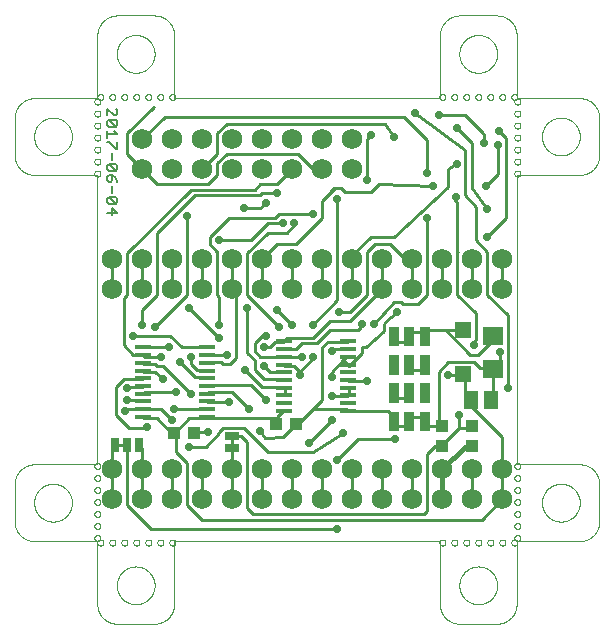
<source format=gtl>
G75*
%MOIN*%
%OFA0B0*%
%FSLAX25Y25*%
%IPPOS*%
%LPD*%
%AMOC8*
5,1,8,0,0,1.08239X$1,22.5*
%
%ADD10C,0.00600*%
%ADD11C,0.00000*%
%ADD12R,0.05630X0.01378*%
%ADD13R,0.04331X0.03937*%
%ADD14R,0.03700X0.03700*%
%ADD15R,0.05512X0.05512*%
%ADD16R,0.05118X0.05906*%
%ADD17R,0.07087X0.06299*%
%ADD18C,0.06900*%
%ADD19R,0.05000X0.02500*%
%ADD20C,0.01000*%
%ADD21R,0.02500X0.05000*%
%ADD22C,0.02900*%
%ADD23C,0.01600*%
D10*
X0003300Y0110266D02*
X0006703Y0110266D01*
X0005001Y0111967D01*
X0005001Y0109699D01*
X0003867Y0113382D02*
X0003300Y0113949D01*
X0003300Y0115083D01*
X0003867Y0115651D01*
X0006136Y0113382D01*
X0003867Y0113382D01*
X0003867Y0115651D02*
X0006136Y0115651D01*
X0006703Y0115083D01*
X0006703Y0113949D01*
X0006136Y0113382D01*
X0005001Y0117065D02*
X0005001Y0119334D01*
X0004434Y0120748D02*
X0005001Y0121315D01*
X0005001Y0123017D01*
X0003867Y0123017D01*
X0003300Y0122450D01*
X0003300Y0121315D01*
X0003867Y0120748D01*
X0004434Y0120748D01*
X0006136Y0121883D02*
X0005001Y0123017D01*
X0006136Y0121883D02*
X0006703Y0120748D01*
X0006136Y0124431D02*
X0003867Y0124431D01*
X0003300Y0124999D01*
X0003300Y0126133D01*
X0003867Y0126700D01*
X0006136Y0124431D01*
X0006703Y0124999D01*
X0006703Y0126133D01*
X0006136Y0126700D01*
X0003867Y0126700D01*
X0005001Y0128115D02*
X0005001Y0130383D01*
X0006136Y0131798D02*
X0003867Y0134066D01*
X0003300Y0134066D01*
X0003300Y0135481D02*
X0003300Y0137749D01*
X0003300Y0136615D02*
X0006703Y0136615D01*
X0005569Y0137749D01*
X0006136Y0139164D02*
X0003867Y0141433D01*
X0003300Y0140865D01*
X0003300Y0139731D01*
X0003867Y0139164D01*
X0006136Y0139164D01*
X0006703Y0139731D01*
X0006703Y0140865D01*
X0006136Y0141433D01*
X0003867Y0141433D01*
X0003300Y0142847D02*
X0003300Y0145116D01*
X0005569Y0142847D01*
X0006136Y0142847D01*
X0006703Y0143414D01*
X0006703Y0144549D01*
X0006136Y0145116D01*
X0006703Y0134066D02*
X0006703Y0131798D01*
X0006136Y0131798D01*
D11*
X0000000Y0000984D02*
X0000000Y-0019685D01*
X-0000006Y-0019846D01*
X-0000007Y-0020008D01*
X-0000004Y-0020169D01*
X0000002Y-0020330D01*
X0000013Y-0020491D01*
X0000027Y-0020651D01*
X0000045Y-0020811D01*
X0000068Y-0020971D01*
X0000094Y-0021130D01*
X0000124Y-0021288D01*
X0000157Y-0021446D01*
X0000195Y-0021603D01*
X0000237Y-0021758D01*
X0000282Y-0021913D01*
X0000331Y-0022067D01*
X0000384Y-0022219D01*
X0000440Y-0022370D01*
X0000500Y-0022520D01*
X0000564Y-0022668D01*
X0000631Y-0022814D01*
X0000702Y-0022959D01*
X0000777Y-0023102D01*
X0000855Y-0023243D01*
X0000936Y-0023382D01*
X0001021Y-0023519D01*
X0001109Y-0023654D01*
X0001200Y-0023787D01*
X0001295Y-0023917D01*
X0001392Y-0024046D01*
X0001493Y-0024171D01*
X0001597Y-0024295D01*
X0001704Y-0024415D01*
X0001814Y-0024534D01*
X0001926Y-0024649D01*
X0002041Y-0024761D01*
X0002160Y-0024871D01*
X0002280Y-0024978D01*
X0002404Y-0025082D01*
X0002529Y-0025183D01*
X0002658Y-0025280D01*
X0002788Y-0025375D01*
X0002921Y-0025466D01*
X0003056Y-0025554D01*
X0003193Y-0025639D01*
X0003332Y-0025720D01*
X0003473Y-0025798D01*
X0003616Y-0025873D01*
X0003761Y-0025944D01*
X0003907Y-0026011D01*
X0004055Y-0026075D01*
X0004205Y-0026135D01*
X0004356Y-0026191D01*
X0004508Y-0026244D01*
X0004662Y-0026293D01*
X0004817Y-0026338D01*
X0004972Y-0026380D01*
X0005129Y-0026418D01*
X0005287Y-0026451D01*
X0005445Y-0026481D01*
X0005604Y-0026507D01*
X0005764Y-0026530D01*
X0005924Y-0026548D01*
X0006084Y-0026562D01*
X0006245Y-0026573D01*
X0006406Y-0026579D01*
X0006567Y-0026582D01*
X0006729Y-0026581D01*
X0006890Y-0026575D01*
X0018701Y-0026575D01*
X0018700Y-0026575D02*
X0018861Y-0026581D01*
X0019023Y-0026582D01*
X0019184Y-0026579D01*
X0019345Y-0026573D01*
X0019506Y-0026562D01*
X0019666Y-0026548D01*
X0019826Y-0026530D01*
X0019986Y-0026507D01*
X0020145Y-0026481D01*
X0020303Y-0026451D01*
X0020461Y-0026418D01*
X0020618Y-0026380D01*
X0020773Y-0026338D01*
X0020928Y-0026293D01*
X0021082Y-0026244D01*
X0021234Y-0026191D01*
X0021385Y-0026135D01*
X0021535Y-0026075D01*
X0021683Y-0026011D01*
X0021829Y-0025944D01*
X0021974Y-0025873D01*
X0022117Y-0025798D01*
X0022258Y-0025720D01*
X0022397Y-0025639D01*
X0022534Y-0025554D01*
X0022669Y-0025466D01*
X0022802Y-0025375D01*
X0022932Y-0025280D01*
X0023061Y-0025183D01*
X0023186Y-0025082D01*
X0023310Y-0024978D01*
X0023430Y-0024871D01*
X0023549Y-0024761D01*
X0023664Y-0024649D01*
X0023776Y-0024534D01*
X0023886Y-0024415D01*
X0023993Y-0024295D01*
X0024097Y-0024171D01*
X0024198Y-0024046D01*
X0024295Y-0023917D01*
X0024390Y-0023787D01*
X0024481Y-0023654D01*
X0024569Y-0023519D01*
X0024654Y-0023382D01*
X0024735Y-0023243D01*
X0024813Y-0023102D01*
X0024888Y-0022959D01*
X0024959Y-0022814D01*
X0025026Y-0022668D01*
X0025090Y-0022520D01*
X0025150Y-0022370D01*
X0025206Y-0022219D01*
X0025259Y-0022067D01*
X0025308Y-0021913D01*
X0025353Y-0021758D01*
X0025395Y-0021603D01*
X0025433Y-0021446D01*
X0025466Y-0021288D01*
X0025496Y-0021130D01*
X0025522Y-0020971D01*
X0025545Y-0020811D01*
X0025563Y-0020651D01*
X0025577Y-0020491D01*
X0025588Y-0020330D01*
X0025594Y-0020169D01*
X0025597Y-0020008D01*
X0025596Y-0019846D01*
X0025590Y-0019685D01*
X0025591Y-0019685D02*
X0025591Y0000984D01*
X0114173Y0000984D01*
X0114173Y-0019685D01*
X0114167Y-0019846D01*
X0114166Y-0020008D01*
X0114169Y-0020169D01*
X0114175Y-0020330D01*
X0114186Y-0020491D01*
X0114200Y-0020651D01*
X0114218Y-0020811D01*
X0114241Y-0020971D01*
X0114267Y-0021130D01*
X0114297Y-0021288D01*
X0114330Y-0021446D01*
X0114368Y-0021603D01*
X0114410Y-0021758D01*
X0114455Y-0021913D01*
X0114504Y-0022067D01*
X0114557Y-0022219D01*
X0114613Y-0022370D01*
X0114673Y-0022520D01*
X0114737Y-0022668D01*
X0114804Y-0022814D01*
X0114875Y-0022959D01*
X0114950Y-0023102D01*
X0115028Y-0023243D01*
X0115109Y-0023382D01*
X0115194Y-0023519D01*
X0115282Y-0023654D01*
X0115373Y-0023787D01*
X0115468Y-0023917D01*
X0115565Y-0024046D01*
X0115666Y-0024171D01*
X0115770Y-0024295D01*
X0115877Y-0024415D01*
X0115987Y-0024534D01*
X0116099Y-0024649D01*
X0116214Y-0024761D01*
X0116333Y-0024871D01*
X0116453Y-0024978D01*
X0116577Y-0025082D01*
X0116702Y-0025183D01*
X0116831Y-0025280D01*
X0116961Y-0025375D01*
X0117094Y-0025466D01*
X0117229Y-0025554D01*
X0117366Y-0025639D01*
X0117505Y-0025720D01*
X0117646Y-0025798D01*
X0117789Y-0025873D01*
X0117934Y-0025944D01*
X0118080Y-0026011D01*
X0118228Y-0026075D01*
X0118378Y-0026135D01*
X0118529Y-0026191D01*
X0118681Y-0026244D01*
X0118835Y-0026293D01*
X0118990Y-0026338D01*
X0119145Y-0026380D01*
X0119302Y-0026418D01*
X0119460Y-0026451D01*
X0119618Y-0026481D01*
X0119777Y-0026507D01*
X0119937Y-0026530D01*
X0120097Y-0026548D01*
X0120257Y-0026562D01*
X0120418Y-0026573D01*
X0120579Y-0026579D01*
X0120740Y-0026582D01*
X0120902Y-0026581D01*
X0121063Y-0026575D01*
X0132874Y-0026575D01*
X0133035Y-0026581D01*
X0133197Y-0026582D01*
X0133358Y-0026579D01*
X0133519Y-0026573D01*
X0133680Y-0026562D01*
X0133840Y-0026548D01*
X0134000Y-0026530D01*
X0134160Y-0026507D01*
X0134319Y-0026481D01*
X0134477Y-0026451D01*
X0134635Y-0026418D01*
X0134792Y-0026380D01*
X0134947Y-0026338D01*
X0135102Y-0026293D01*
X0135256Y-0026244D01*
X0135408Y-0026191D01*
X0135559Y-0026135D01*
X0135709Y-0026075D01*
X0135857Y-0026011D01*
X0136003Y-0025944D01*
X0136148Y-0025873D01*
X0136291Y-0025798D01*
X0136432Y-0025720D01*
X0136571Y-0025639D01*
X0136708Y-0025554D01*
X0136843Y-0025466D01*
X0136976Y-0025375D01*
X0137106Y-0025280D01*
X0137235Y-0025183D01*
X0137360Y-0025082D01*
X0137484Y-0024978D01*
X0137604Y-0024871D01*
X0137723Y-0024761D01*
X0137838Y-0024649D01*
X0137950Y-0024534D01*
X0138060Y-0024415D01*
X0138167Y-0024295D01*
X0138271Y-0024171D01*
X0138372Y-0024046D01*
X0138469Y-0023917D01*
X0138564Y-0023787D01*
X0138655Y-0023654D01*
X0138743Y-0023519D01*
X0138828Y-0023382D01*
X0138909Y-0023243D01*
X0138987Y-0023102D01*
X0139062Y-0022959D01*
X0139133Y-0022814D01*
X0139200Y-0022668D01*
X0139264Y-0022520D01*
X0139324Y-0022370D01*
X0139380Y-0022219D01*
X0139433Y-0022067D01*
X0139482Y-0021913D01*
X0139527Y-0021758D01*
X0139569Y-0021603D01*
X0139607Y-0021446D01*
X0139640Y-0021288D01*
X0139670Y-0021130D01*
X0139696Y-0020971D01*
X0139719Y-0020811D01*
X0139737Y-0020651D01*
X0139751Y-0020491D01*
X0139762Y-0020330D01*
X0139768Y-0020169D01*
X0139771Y-0020008D01*
X0139770Y-0019846D01*
X0139764Y-0019685D01*
X0139764Y0000984D01*
X0160433Y0000984D01*
X0160594Y0000978D01*
X0160756Y0000977D01*
X0160917Y0000980D01*
X0161078Y0000986D01*
X0161239Y0000997D01*
X0161399Y0001011D01*
X0161559Y0001029D01*
X0161719Y0001052D01*
X0161878Y0001078D01*
X0162036Y0001108D01*
X0162194Y0001141D01*
X0162351Y0001179D01*
X0162506Y0001221D01*
X0162661Y0001266D01*
X0162815Y0001315D01*
X0162967Y0001368D01*
X0163118Y0001424D01*
X0163268Y0001484D01*
X0163416Y0001548D01*
X0163562Y0001615D01*
X0163707Y0001686D01*
X0163850Y0001761D01*
X0163991Y0001839D01*
X0164130Y0001920D01*
X0164267Y0002005D01*
X0164402Y0002093D01*
X0164535Y0002184D01*
X0164665Y0002279D01*
X0164794Y0002376D01*
X0164919Y0002477D01*
X0165043Y0002581D01*
X0165163Y0002688D01*
X0165282Y0002798D01*
X0165397Y0002910D01*
X0165509Y0003025D01*
X0165619Y0003144D01*
X0165726Y0003264D01*
X0165830Y0003388D01*
X0165931Y0003513D01*
X0166028Y0003642D01*
X0166123Y0003772D01*
X0166214Y0003905D01*
X0166302Y0004040D01*
X0166387Y0004177D01*
X0166468Y0004316D01*
X0166546Y0004457D01*
X0166621Y0004600D01*
X0166692Y0004745D01*
X0166759Y0004891D01*
X0166823Y0005039D01*
X0166883Y0005189D01*
X0166939Y0005340D01*
X0166992Y0005492D01*
X0167041Y0005646D01*
X0167086Y0005801D01*
X0167128Y0005956D01*
X0167166Y0006113D01*
X0167199Y0006271D01*
X0167229Y0006429D01*
X0167255Y0006588D01*
X0167278Y0006748D01*
X0167296Y0006908D01*
X0167310Y0007068D01*
X0167321Y0007229D01*
X0167327Y0007390D01*
X0167330Y0007551D01*
X0167329Y0007713D01*
X0167323Y0007874D01*
X0167323Y0019685D01*
X0167329Y0019846D01*
X0167330Y0020008D01*
X0167327Y0020169D01*
X0167321Y0020330D01*
X0167310Y0020491D01*
X0167296Y0020651D01*
X0167278Y0020811D01*
X0167255Y0020971D01*
X0167229Y0021130D01*
X0167199Y0021288D01*
X0167166Y0021446D01*
X0167128Y0021603D01*
X0167086Y0021758D01*
X0167041Y0021913D01*
X0166992Y0022067D01*
X0166939Y0022219D01*
X0166883Y0022370D01*
X0166823Y0022520D01*
X0166759Y0022668D01*
X0166692Y0022814D01*
X0166621Y0022959D01*
X0166546Y0023102D01*
X0166468Y0023243D01*
X0166387Y0023382D01*
X0166302Y0023519D01*
X0166214Y0023654D01*
X0166123Y0023787D01*
X0166028Y0023917D01*
X0165931Y0024046D01*
X0165830Y0024171D01*
X0165726Y0024295D01*
X0165619Y0024415D01*
X0165509Y0024534D01*
X0165397Y0024649D01*
X0165282Y0024761D01*
X0165163Y0024871D01*
X0165043Y0024978D01*
X0164919Y0025082D01*
X0164794Y0025183D01*
X0164665Y0025280D01*
X0164535Y0025375D01*
X0164402Y0025466D01*
X0164267Y0025554D01*
X0164130Y0025639D01*
X0163991Y0025720D01*
X0163850Y0025798D01*
X0163707Y0025873D01*
X0163562Y0025944D01*
X0163416Y0026011D01*
X0163268Y0026075D01*
X0163118Y0026135D01*
X0162967Y0026191D01*
X0162815Y0026244D01*
X0162661Y0026293D01*
X0162506Y0026338D01*
X0162351Y0026380D01*
X0162194Y0026418D01*
X0162036Y0026451D01*
X0161878Y0026481D01*
X0161719Y0026507D01*
X0161559Y0026530D01*
X0161399Y0026548D01*
X0161239Y0026562D01*
X0161078Y0026573D01*
X0160917Y0026579D01*
X0160756Y0026582D01*
X0160594Y0026581D01*
X0160433Y0026575D01*
X0140000Y0026575D01*
X0140000Y0123031D01*
X0160433Y0123031D01*
X0160433Y0123032D02*
X0160594Y0123026D01*
X0160756Y0123025D01*
X0160917Y0123028D01*
X0161078Y0123034D01*
X0161239Y0123045D01*
X0161399Y0123059D01*
X0161559Y0123077D01*
X0161719Y0123100D01*
X0161878Y0123126D01*
X0162036Y0123156D01*
X0162194Y0123189D01*
X0162351Y0123227D01*
X0162506Y0123269D01*
X0162661Y0123314D01*
X0162815Y0123363D01*
X0162967Y0123416D01*
X0163118Y0123472D01*
X0163268Y0123532D01*
X0163416Y0123596D01*
X0163562Y0123663D01*
X0163707Y0123734D01*
X0163850Y0123809D01*
X0163991Y0123887D01*
X0164130Y0123968D01*
X0164267Y0124053D01*
X0164402Y0124141D01*
X0164535Y0124232D01*
X0164665Y0124327D01*
X0164794Y0124424D01*
X0164919Y0124525D01*
X0165043Y0124629D01*
X0165163Y0124736D01*
X0165282Y0124846D01*
X0165397Y0124958D01*
X0165509Y0125073D01*
X0165619Y0125192D01*
X0165726Y0125312D01*
X0165830Y0125436D01*
X0165931Y0125561D01*
X0166028Y0125690D01*
X0166123Y0125820D01*
X0166214Y0125953D01*
X0166302Y0126088D01*
X0166387Y0126225D01*
X0166468Y0126364D01*
X0166546Y0126505D01*
X0166621Y0126648D01*
X0166692Y0126793D01*
X0166759Y0126939D01*
X0166823Y0127087D01*
X0166883Y0127237D01*
X0166939Y0127388D01*
X0166992Y0127540D01*
X0167041Y0127694D01*
X0167086Y0127849D01*
X0167128Y0128004D01*
X0167166Y0128161D01*
X0167199Y0128319D01*
X0167229Y0128477D01*
X0167255Y0128636D01*
X0167278Y0128796D01*
X0167296Y0128956D01*
X0167310Y0129116D01*
X0167321Y0129277D01*
X0167327Y0129438D01*
X0167330Y0129599D01*
X0167329Y0129761D01*
X0167323Y0129922D01*
X0167323Y0129921D02*
X0167323Y0141732D01*
X0167329Y0141893D01*
X0167330Y0142055D01*
X0167327Y0142216D01*
X0167321Y0142377D01*
X0167310Y0142538D01*
X0167296Y0142698D01*
X0167278Y0142858D01*
X0167255Y0143018D01*
X0167229Y0143177D01*
X0167199Y0143335D01*
X0167166Y0143493D01*
X0167128Y0143650D01*
X0167086Y0143805D01*
X0167041Y0143960D01*
X0166992Y0144114D01*
X0166939Y0144266D01*
X0166883Y0144417D01*
X0166823Y0144567D01*
X0166759Y0144715D01*
X0166692Y0144861D01*
X0166621Y0145006D01*
X0166546Y0145149D01*
X0166468Y0145290D01*
X0166387Y0145429D01*
X0166302Y0145566D01*
X0166214Y0145701D01*
X0166123Y0145834D01*
X0166028Y0145964D01*
X0165931Y0146093D01*
X0165830Y0146218D01*
X0165726Y0146342D01*
X0165619Y0146462D01*
X0165509Y0146581D01*
X0165397Y0146696D01*
X0165282Y0146808D01*
X0165163Y0146918D01*
X0165043Y0147025D01*
X0164919Y0147129D01*
X0164794Y0147230D01*
X0164665Y0147327D01*
X0164535Y0147422D01*
X0164402Y0147513D01*
X0164267Y0147601D01*
X0164130Y0147686D01*
X0163991Y0147767D01*
X0163850Y0147845D01*
X0163707Y0147920D01*
X0163562Y0147991D01*
X0163416Y0148058D01*
X0163268Y0148122D01*
X0163118Y0148182D01*
X0162967Y0148238D01*
X0162815Y0148291D01*
X0162661Y0148340D01*
X0162506Y0148385D01*
X0162351Y0148427D01*
X0162194Y0148465D01*
X0162036Y0148498D01*
X0161878Y0148528D01*
X0161719Y0148554D01*
X0161559Y0148577D01*
X0161399Y0148595D01*
X0161239Y0148609D01*
X0161078Y0148620D01*
X0160917Y0148626D01*
X0160756Y0148629D01*
X0160594Y0148628D01*
X0160433Y0148622D01*
X0139764Y0148622D01*
X0139764Y0169291D01*
X0139770Y0169452D01*
X0139771Y0169614D01*
X0139768Y0169775D01*
X0139762Y0169936D01*
X0139751Y0170097D01*
X0139737Y0170257D01*
X0139719Y0170417D01*
X0139696Y0170577D01*
X0139670Y0170736D01*
X0139640Y0170894D01*
X0139607Y0171052D01*
X0139569Y0171209D01*
X0139527Y0171364D01*
X0139482Y0171519D01*
X0139433Y0171673D01*
X0139380Y0171825D01*
X0139324Y0171976D01*
X0139264Y0172126D01*
X0139200Y0172274D01*
X0139133Y0172420D01*
X0139062Y0172565D01*
X0138987Y0172708D01*
X0138909Y0172849D01*
X0138828Y0172988D01*
X0138743Y0173125D01*
X0138655Y0173260D01*
X0138564Y0173393D01*
X0138469Y0173523D01*
X0138372Y0173652D01*
X0138271Y0173777D01*
X0138167Y0173901D01*
X0138060Y0174021D01*
X0137950Y0174140D01*
X0137838Y0174255D01*
X0137723Y0174367D01*
X0137604Y0174477D01*
X0137484Y0174584D01*
X0137360Y0174688D01*
X0137235Y0174789D01*
X0137106Y0174886D01*
X0136976Y0174981D01*
X0136843Y0175072D01*
X0136708Y0175160D01*
X0136571Y0175245D01*
X0136432Y0175326D01*
X0136291Y0175404D01*
X0136148Y0175479D01*
X0136003Y0175550D01*
X0135857Y0175617D01*
X0135709Y0175681D01*
X0135559Y0175741D01*
X0135408Y0175797D01*
X0135256Y0175850D01*
X0135102Y0175899D01*
X0134947Y0175944D01*
X0134792Y0175986D01*
X0134635Y0176024D01*
X0134477Y0176057D01*
X0134319Y0176087D01*
X0134160Y0176113D01*
X0134000Y0176136D01*
X0133840Y0176154D01*
X0133680Y0176168D01*
X0133519Y0176179D01*
X0133358Y0176185D01*
X0133197Y0176188D01*
X0133035Y0176187D01*
X0132874Y0176181D01*
X0121260Y0176181D01*
X0121097Y0176189D01*
X0120933Y0176193D01*
X0120770Y0176192D01*
X0120606Y0176188D01*
X0120443Y0176180D01*
X0120280Y0176167D01*
X0120117Y0176151D01*
X0119955Y0176131D01*
X0119793Y0176107D01*
X0119632Y0176079D01*
X0119472Y0176046D01*
X0119313Y0176011D01*
X0119154Y0175971D01*
X0118996Y0175927D01*
X0118840Y0175879D01*
X0118685Y0175828D01*
X0118531Y0175773D01*
X0118378Y0175714D01*
X0118227Y0175651D01*
X0118078Y0175585D01*
X0117930Y0175515D01*
X0117784Y0175442D01*
X0117640Y0175365D01*
X0117497Y0175284D01*
X0117357Y0175200D01*
X0117219Y0175113D01*
X0117083Y0175022D01*
X0116949Y0174928D01*
X0116818Y0174831D01*
X0116689Y0174731D01*
X0116562Y0174627D01*
X0116438Y0174520D01*
X0116317Y0174411D01*
X0116198Y0174298D01*
X0116082Y0174183D01*
X0115969Y0174065D01*
X0115859Y0173944D01*
X0115752Y0173820D01*
X0115648Y0173694D01*
X0115547Y0173565D01*
X0115449Y0173434D01*
X0115355Y0173301D01*
X0115264Y0173165D01*
X0115176Y0173027D01*
X0115091Y0172887D01*
X0115010Y0172745D01*
X0114933Y0172601D01*
X0114859Y0172456D01*
X0114788Y0172308D01*
X0114721Y0172159D01*
X0114658Y0172008D01*
X0114599Y0171856D01*
X0114543Y0171702D01*
X0114491Y0171547D01*
X0114443Y0171391D01*
X0114399Y0171233D01*
X0114358Y0171075D01*
X0114322Y0170916D01*
X0114289Y0170755D01*
X0114260Y0170594D01*
X0114236Y0170433D01*
X0114215Y0170271D01*
X0114198Y0170108D01*
X0114185Y0169945D01*
X0114176Y0169782D01*
X0114171Y0169618D01*
X0114170Y0169455D01*
X0114173Y0169291D01*
X0114173Y0148622D01*
X0025591Y0148622D01*
X0025591Y0169291D01*
X0025590Y0169291D02*
X0025596Y0169452D01*
X0025597Y0169614D01*
X0025594Y0169775D01*
X0025588Y0169936D01*
X0025577Y0170097D01*
X0025563Y0170257D01*
X0025545Y0170417D01*
X0025522Y0170577D01*
X0025496Y0170736D01*
X0025466Y0170894D01*
X0025433Y0171052D01*
X0025395Y0171209D01*
X0025353Y0171364D01*
X0025308Y0171519D01*
X0025259Y0171673D01*
X0025206Y0171825D01*
X0025150Y0171976D01*
X0025090Y0172126D01*
X0025026Y0172274D01*
X0024959Y0172420D01*
X0024888Y0172565D01*
X0024813Y0172708D01*
X0024735Y0172849D01*
X0024654Y0172988D01*
X0024569Y0173125D01*
X0024481Y0173260D01*
X0024390Y0173393D01*
X0024295Y0173523D01*
X0024198Y0173652D01*
X0024097Y0173777D01*
X0023993Y0173901D01*
X0023886Y0174021D01*
X0023776Y0174140D01*
X0023664Y0174255D01*
X0023549Y0174367D01*
X0023430Y0174477D01*
X0023310Y0174584D01*
X0023186Y0174688D01*
X0023061Y0174789D01*
X0022932Y0174886D01*
X0022802Y0174981D01*
X0022669Y0175072D01*
X0022534Y0175160D01*
X0022397Y0175245D01*
X0022258Y0175326D01*
X0022117Y0175404D01*
X0021974Y0175479D01*
X0021829Y0175550D01*
X0021683Y0175617D01*
X0021535Y0175681D01*
X0021385Y0175741D01*
X0021234Y0175797D01*
X0021082Y0175850D01*
X0020928Y0175899D01*
X0020773Y0175944D01*
X0020618Y0175986D01*
X0020461Y0176024D01*
X0020303Y0176057D01*
X0020145Y0176087D01*
X0019986Y0176113D01*
X0019826Y0176136D01*
X0019666Y0176154D01*
X0019506Y0176168D01*
X0019345Y0176179D01*
X0019184Y0176185D01*
X0019023Y0176188D01*
X0018861Y0176187D01*
X0018700Y0176181D01*
X0018701Y0176181D02*
X0007087Y0176181D01*
X0006924Y0176189D01*
X0006760Y0176193D01*
X0006597Y0176192D01*
X0006433Y0176188D01*
X0006270Y0176180D01*
X0006107Y0176167D01*
X0005944Y0176151D01*
X0005782Y0176131D01*
X0005620Y0176107D01*
X0005459Y0176079D01*
X0005299Y0176046D01*
X0005140Y0176011D01*
X0004981Y0175971D01*
X0004823Y0175927D01*
X0004667Y0175879D01*
X0004512Y0175828D01*
X0004358Y0175773D01*
X0004205Y0175714D01*
X0004054Y0175651D01*
X0003905Y0175585D01*
X0003757Y0175515D01*
X0003611Y0175442D01*
X0003467Y0175365D01*
X0003324Y0175284D01*
X0003184Y0175200D01*
X0003046Y0175113D01*
X0002910Y0175022D01*
X0002776Y0174928D01*
X0002645Y0174831D01*
X0002516Y0174731D01*
X0002389Y0174627D01*
X0002265Y0174520D01*
X0002144Y0174411D01*
X0002025Y0174298D01*
X0001909Y0174183D01*
X0001796Y0174065D01*
X0001686Y0173944D01*
X0001579Y0173820D01*
X0001475Y0173694D01*
X0001374Y0173565D01*
X0001276Y0173434D01*
X0001182Y0173301D01*
X0001091Y0173165D01*
X0001003Y0173027D01*
X0000918Y0172887D01*
X0000837Y0172745D01*
X0000760Y0172601D01*
X0000686Y0172456D01*
X0000615Y0172308D01*
X0000548Y0172159D01*
X0000485Y0172008D01*
X0000426Y0171856D01*
X0000370Y0171702D01*
X0000318Y0171547D01*
X0000270Y0171391D01*
X0000226Y0171233D01*
X0000185Y0171075D01*
X0000149Y0170916D01*
X0000116Y0170755D01*
X0000087Y0170594D01*
X0000063Y0170433D01*
X0000042Y0170271D01*
X0000025Y0170108D01*
X0000012Y0169945D01*
X0000003Y0169782D01*
X-0000002Y0169618D01*
X-0000003Y0169455D01*
X0000000Y0169291D01*
X0000000Y0148622D01*
X-0020472Y0148622D01*
X-0020473Y0148622D02*
X-0020636Y0148630D01*
X-0020800Y0148634D01*
X-0020963Y0148633D01*
X-0021127Y0148629D01*
X-0021290Y0148621D01*
X-0021453Y0148608D01*
X-0021616Y0148592D01*
X-0021778Y0148572D01*
X-0021940Y0148548D01*
X-0022101Y0148520D01*
X-0022261Y0148487D01*
X-0022420Y0148452D01*
X-0022579Y0148412D01*
X-0022737Y0148368D01*
X-0022893Y0148320D01*
X-0023048Y0148269D01*
X-0023202Y0148214D01*
X-0023355Y0148155D01*
X-0023506Y0148092D01*
X-0023655Y0148026D01*
X-0023803Y0147956D01*
X-0023949Y0147883D01*
X-0024093Y0147806D01*
X-0024236Y0147725D01*
X-0024376Y0147641D01*
X-0024514Y0147554D01*
X-0024650Y0147463D01*
X-0024784Y0147369D01*
X-0024915Y0147272D01*
X-0025044Y0147172D01*
X-0025171Y0147068D01*
X-0025295Y0146961D01*
X-0025416Y0146852D01*
X-0025535Y0146739D01*
X-0025651Y0146624D01*
X-0025764Y0146506D01*
X-0025874Y0146385D01*
X-0025981Y0146261D01*
X-0026085Y0146135D01*
X-0026186Y0146006D01*
X-0026284Y0145875D01*
X-0026378Y0145742D01*
X-0026469Y0145606D01*
X-0026557Y0145468D01*
X-0026642Y0145328D01*
X-0026723Y0145186D01*
X-0026800Y0145042D01*
X-0026874Y0144897D01*
X-0026945Y0144749D01*
X-0027012Y0144600D01*
X-0027075Y0144449D01*
X-0027134Y0144297D01*
X-0027190Y0144143D01*
X-0027242Y0143988D01*
X-0027290Y0143832D01*
X-0027334Y0143674D01*
X-0027375Y0143516D01*
X-0027411Y0143357D01*
X-0027444Y0143196D01*
X-0027473Y0143035D01*
X-0027497Y0142874D01*
X-0027518Y0142712D01*
X-0027535Y0142549D01*
X-0027548Y0142386D01*
X-0027557Y0142223D01*
X-0027562Y0142059D01*
X-0027563Y0141896D01*
X-0027560Y0141732D01*
X-0027559Y0141732D02*
X-0027559Y0129921D01*
X-0027559Y0129922D02*
X-0027565Y0129761D01*
X-0027566Y0129599D01*
X-0027563Y0129438D01*
X-0027557Y0129277D01*
X-0027546Y0129116D01*
X-0027532Y0128956D01*
X-0027514Y0128796D01*
X-0027491Y0128636D01*
X-0027465Y0128477D01*
X-0027435Y0128319D01*
X-0027402Y0128161D01*
X-0027364Y0128004D01*
X-0027322Y0127849D01*
X-0027277Y0127694D01*
X-0027228Y0127540D01*
X-0027175Y0127388D01*
X-0027119Y0127237D01*
X-0027059Y0127087D01*
X-0026995Y0126939D01*
X-0026928Y0126793D01*
X-0026857Y0126648D01*
X-0026782Y0126505D01*
X-0026704Y0126364D01*
X-0026623Y0126225D01*
X-0026538Y0126088D01*
X-0026450Y0125953D01*
X-0026359Y0125820D01*
X-0026264Y0125690D01*
X-0026167Y0125561D01*
X-0026066Y0125436D01*
X-0025962Y0125312D01*
X-0025855Y0125192D01*
X-0025745Y0125073D01*
X-0025633Y0124958D01*
X-0025518Y0124846D01*
X-0025399Y0124736D01*
X-0025279Y0124629D01*
X-0025155Y0124525D01*
X-0025030Y0124424D01*
X-0024901Y0124327D01*
X-0024771Y0124232D01*
X-0024638Y0124141D01*
X-0024503Y0124053D01*
X-0024366Y0123968D01*
X-0024227Y0123887D01*
X-0024086Y0123809D01*
X-0023943Y0123734D01*
X-0023798Y0123663D01*
X-0023652Y0123596D01*
X-0023504Y0123532D01*
X-0023354Y0123472D01*
X-0023203Y0123416D01*
X-0023051Y0123363D01*
X-0022897Y0123314D01*
X-0022742Y0123269D01*
X-0022587Y0123227D01*
X-0022430Y0123189D01*
X-0022272Y0123156D01*
X-0022114Y0123126D01*
X-0021955Y0123100D01*
X-0021795Y0123077D01*
X-0021635Y0123059D01*
X-0021475Y0123045D01*
X-0021314Y0123034D01*
X-0021153Y0123028D01*
X-0020992Y0123025D01*
X-0020830Y0123026D01*
X-0020669Y0123032D01*
X-0020669Y0123031D02*
X0000000Y0123031D01*
X0000000Y0026575D01*
X-0020472Y0026575D01*
X-0020473Y0026575D02*
X-0020636Y0026583D01*
X-0020800Y0026587D01*
X-0020963Y0026586D01*
X-0021127Y0026582D01*
X-0021290Y0026574D01*
X-0021453Y0026561D01*
X-0021616Y0026545D01*
X-0021778Y0026525D01*
X-0021940Y0026501D01*
X-0022101Y0026473D01*
X-0022261Y0026440D01*
X-0022420Y0026405D01*
X-0022579Y0026365D01*
X-0022737Y0026321D01*
X-0022893Y0026273D01*
X-0023048Y0026222D01*
X-0023202Y0026167D01*
X-0023355Y0026108D01*
X-0023506Y0026045D01*
X-0023655Y0025979D01*
X-0023803Y0025909D01*
X-0023949Y0025836D01*
X-0024093Y0025759D01*
X-0024236Y0025678D01*
X-0024376Y0025594D01*
X-0024514Y0025507D01*
X-0024650Y0025416D01*
X-0024784Y0025322D01*
X-0024915Y0025225D01*
X-0025044Y0025125D01*
X-0025171Y0025021D01*
X-0025295Y0024914D01*
X-0025416Y0024805D01*
X-0025535Y0024692D01*
X-0025651Y0024577D01*
X-0025764Y0024459D01*
X-0025874Y0024338D01*
X-0025981Y0024214D01*
X-0026085Y0024088D01*
X-0026186Y0023959D01*
X-0026284Y0023828D01*
X-0026378Y0023695D01*
X-0026469Y0023559D01*
X-0026557Y0023421D01*
X-0026642Y0023281D01*
X-0026723Y0023139D01*
X-0026800Y0022995D01*
X-0026874Y0022850D01*
X-0026945Y0022702D01*
X-0027012Y0022553D01*
X-0027075Y0022402D01*
X-0027134Y0022250D01*
X-0027190Y0022096D01*
X-0027242Y0021941D01*
X-0027290Y0021785D01*
X-0027334Y0021627D01*
X-0027375Y0021469D01*
X-0027411Y0021310D01*
X-0027444Y0021149D01*
X-0027473Y0020988D01*
X-0027497Y0020827D01*
X-0027518Y0020665D01*
X-0027535Y0020502D01*
X-0027548Y0020339D01*
X-0027557Y0020176D01*
X-0027562Y0020012D01*
X-0027563Y0019849D01*
X-0027560Y0019685D01*
X-0027559Y0019685D02*
X-0027559Y0007874D01*
X-0027565Y0007713D01*
X-0027566Y0007551D01*
X-0027563Y0007390D01*
X-0027557Y0007229D01*
X-0027546Y0007068D01*
X-0027532Y0006908D01*
X-0027514Y0006748D01*
X-0027491Y0006588D01*
X-0027465Y0006429D01*
X-0027435Y0006271D01*
X-0027402Y0006113D01*
X-0027364Y0005956D01*
X-0027322Y0005801D01*
X-0027277Y0005646D01*
X-0027228Y0005492D01*
X-0027175Y0005340D01*
X-0027119Y0005189D01*
X-0027059Y0005039D01*
X-0026995Y0004891D01*
X-0026928Y0004745D01*
X-0026857Y0004600D01*
X-0026782Y0004457D01*
X-0026704Y0004316D01*
X-0026623Y0004177D01*
X-0026538Y0004040D01*
X-0026450Y0003905D01*
X-0026359Y0003772D01*
X-0026264Y0003642D01*
X-0026167Y0003513D01*
X-0026066Y0003388D01*
X-0025962Y0003264D01*
X-0025855Y0003144D01*
X-0025745Y0003025D01*
X-0025633Y0002910D01*
X-0025518Y0002798D01*
X-0025399Y0002688D01*
X-0025279Y0002581D01*
X-0025155Y0002477D01*
X-0025030Y0002376D01*
X-0024901Y0002279D01*
X-0024771Y0002184D01*
X-0024638Y0002093D01*
X-0024503Y0002005D01*
X-0024366Y0001920D01*
X-0024227Y0001839D01*
X-0024086Y0001761D01*
X-0023943Y0001686D01*
X-0023798Y0001615D01*
X-0023652Y0001548D01*
X-0023504Y0001484D01*
X-0023354Y0001424D01*
X-0023203Y0001368D01*
X-0023051Y0001315D01*
X-0022897Y0001266D01*
X-0022742Y0001221D01*
X-0022587Y0001179D01*
X-0022430Y0001141D01*
X-0022272Y0001108D01*
X-0022114Y0001078D01*
X-0021955Y0001052D01*
X-0021795Y0001029D01*
X-0021635Y0001011D01*
X-0021475Y0000997D01*
X-0021314Y0000986D01*
X-0021153Y0000980D01*
X-0020992Y0000977D01*
X-0020830Y0000978D01*
X-0020669Y0000984D01*
X0000000Y0000984D01*
X-0001000Y0002000D02*
X-0000998Y0002063D01*
X-0000992Y0002125D01*
X-0000982Y0002187D01*
X-0000969Y0002249D01*
X-0000951Y0002309D01*
X-0000930Y0002368D01*
X-0000905Y0002426D01*
X-0000876Y0002482D01*
X-0000844Y0002536D01*
X-0000809Y0002588D01*
X-0000771Y0002637D01*
X-0000729Y0002685D01*
X-0000685Y0002729D01*
X-0000637Y0002771D01*
X-0000588Y0002809D01*
X-0000536Y0002844D01*
X-0000482Y0002876D01*
X-0000426Y0002905D01*
X-0000368Y0002930D01*
X-0000309Y0002951D01*
X-0000249Y0002969D01*
X-0000187Y0002982D01*
X-0000125Y0002992D01*
X-0000063Y0002998D01*
X0000000Y0003000D01*
X0000063Y0002998D01*
X0000125Y0002992D01*
X0000187Y0002982D01*
X0000249Y0002969D01*
X0000309Y0002951D01*
X0000368Y0002930D01*
X0000426Y0002905D01*
X0000482Y0002876D01*
X0000536Y0002844D01*
X0000588Y0002809D01*
X0000637Y0002771D01*
X0000685Y0002729D01*
X0000729Y0002685D01*
X0000771Y0002637D01*
X0000809Y0002588D01*
X0000844Y0002536D01*
X0000876Y0002482D01*
X0000905Y0002426D01*
X0000930Y0002368D01*
X0000951Y0002309D01*
X0000969Y0002249D01*
X0000982Y0002187D01*
X0000992Y0002125D01*
X0000998Y0002063D01*
X0001000Y0002000D01*
X0000998Y0001937D01*
X0000992Y0001875D01*
X0000982Y0001813D01*
X0000969Y0001751D01*
X0000951Y0001691D01*
X0000930Y0001632D01*
X0000905Y0001574D01*
X0000876Y0001518D01*
X0000844Y0001464D01*
X0000809Y0001412D01*
X0000771Y0001363D01*
X0000729Y0001315D01*
X0000685Y0001271D01*
X0000637Y0001229D01*
X0000588Y0001191D01*
X0000536Y0001156D01*
X0000482Y0001124D01*
X0000426Y0001095D01*
X0000368Y0001070D01*
X0000309Y0001049D01*
X0000249Y0001031D01*
X0000187Y0001018D01*
X0000125Y0001008D01*
X0000063Y0001002D01*
X0000000Y0001000D01*
X-0000063Y0001002D01*
X-0000125Y0001008D01*
X-0000187Y0001018D01*
X-0000249Y0001031D01*
X-0000309Y0001049D01*
X-0000368Y0001070D01*
X-0000426Y0001095D01*
X-0000482Y0001124D01*
X-0000536Y0001156D01*
X-0000588Y0001191D01*
X-0000637Y0001229D01*
X-0000685Y0001271D01*
X-0000729Y0001315D01*
X-0000771Y0001363D01*
X-0000809Y0001412D01*
X-0000844Y0001464D01*
X-0000876Y0001518D01*
X-0000905Y0001574D01*
X-0000930Y0001632D01*
X-0000951Y0001691D01*
X-0000969Y0001751D01*
X-0000982Y0001813D01*
X-0000992Y0001875D01*
X-0000998Y0001937D01*
X-0001000Y0002000D01*
X0000000Y0000500D02*
X0000002Y0000563D01*
X0000008Y0000625D01*
X0000018Y0000687D01*
X0000031Y0000749D01*
X0000049Y0000809D01*
X0000070Y0000868D01*
X0000095Y0000926D01*
X0000124Y0000982D01*
X0000156Y0001036D01*
X0000191Y0001088D01*
X0000229Y0001137D01*
X0000271Y0001185D01*
X0000315Y0001229D01*
X0000363Y0001271D01*
X0000412Y0001309D01*
X0000464Y0001344D01*
X0000518Y0001376D01*
X0000574Y0001405D01*
X0000632Y0001430D01*
X0000691Y0001451D01*
X0000751Y0001469D01*
X0000813Y0001482D01*
X0000875Y0001492D01*
X0000937Y0001498D01*
X0001000Y0001500D01*
X0001063Y0001498D01*
X0001125Y0001492D01*
X0001187Y0001482D01*
X0001249Y0001469D01*
X0001309Y0001451D01*
X0001368Y0001430D01*
X0001426Y0001405D01*
X0001482Y0001376D01*
X0001536Y0001344D01*
X0001588Y0001309D01*
X0001637Y0001271D01*
X0001685Y0001229D01*
X0001729Y0001185D01*
X0001771Y0001137D01*
X0001809Y0001088D01*
X0001844Y0001036D01*
X0001876Y0000982D01*
X0001905Y0000926D01*
X0001930Y0000868D01*
X0001951Y0000809D01*
X0001969Y0000749D01*
X0001982Y0000687D01*
X0001992Y0000625D01*
X0001998Y0000563D01*
X0002000Y0000500D01*
X0001998Y0000437D01*
X0001992Y0000375D01*
X0001982Y0000313D01*
X0001969Y0000251D01*
X0001951Y0000191D01*
X0001930Y0000132D01*
X0001905Y0000074D01*
X0001876Y0000018D01*
X0001844Y-0000036D01*
X0001809Y-0000088D01*
X0001771Y-0000137D01*
X0001729Y-0000185D01*
X0001685Y-0000229D01*
X0001637Y-0000271D01*
X0001588Y-0000309D01*
X0001536Y-0000344D01*
X0001482Y-0000376D01*
X0001426Y-0000405D01*
X0001368Y-0000430D01*
X0001309Y-0000451D01*
X0001249Y-0000469D01*
X0001187Y-0000482D01*
X0001125Y-0000492D01*
X0001063Y-0000498D01*
X0001000Y-0000500D01*
X0000937Y-0000498D01*
X0000875Y-0000492D01*
X0000813Y-0000482D01*
X0000751Y-0000469D01*
X0000691Y-0000451D01*
X0000632Y-0000430D01*
X0000574Y-0000405D01*
X0000518Y-0000376D01*
X0000464Y-0000344D01*
X0000412Y-0000309D01*
X0000363Y-0000271D01*
X0000315Y-0000229D01*
X0000271Y-0000185D01*
X0000229Y-0000137D01*
X0000191Y-0000088D01*
X0000156Y-0000036D01*
X0000124Y0000018D01*
X0000095Y0000074D01*
X0000070Y0000132D01*
X0000049Y0000191D01*
X0000031Y0000251D01*
X0000018Y0000313D01*
X0000008Y0000375D01*
X0000002Y0000437D01*
X0000000Y0000500D01*
X0004000Y0000500D02*
X0004002Y0000563D01*
X0004008Y0000625D01*
X0004018Y0000687D01*
X0004031Y0000749D01*
X0004049Y0000809D01*
X0004070Y0000868D01*
X0004095Y0000926D01*
X0004124Y0000982D01*
X0004156Y0001036D01*
X0004191Y0001088D01*
X0004229Y0001137D01*
X0004271Y0001185D01*
X0004315Y0001229D01*
X0004363Y0001271D01*
X0004412Y0001309D01*
X0004464Y0001344D01*
X0004518Y0001376D01*
X0004574Y0001405D01*
X0004632Y0001430D01*
X0004691Y0001451D01*
X0004751Y0001469D01*
X0004813Y0001482D01*
X0004875Y0001492D01*
X0004937Y0001498D01*
X0005000Y0001500D01*
X0005063Y0001498D01*
X0005125Y0001492D01*
X0005187Y0001482D01*
X0005249Y0001469D01*
X0005309Y0001451D01*
X0005368Y0001430D01*
X0005426Y0001405D01*
X0005482Y0001376D01*
X0005536Y0001344D01*
X0005588Y0001309D01*
X0005637Y0001271D01*
X0005685Y0001229D01*
X0005729Y0001185D01*
X0005771Y0001137D01*
X0005809Y0001088D01*
X0005844Y0001036D01*
X0005876Y0000982D01*
X0005905Y0000926D01*
X0005930Y0000868D01*
X0005951Y0000809D01*
X0005969Y0000749D01*
X0005982Y0000687D01*
X0005992Y0000625D01*
X0005998Y0000563D01*
X0006000Y0000500D01*
X0005998Y0000437D01*
X0005992Y0000375D01*
X0005982Y0000313D01*
X0005969Y0000251D01*
X0005951Y0000191D01*
X0005930Y0000132D01*
X0005905Y0000074D01*
X0005876Y0000018D01*
X0005844Y-0000036D01*
X0005809Y-0000088D01*
X0005771Y-0000137D01*
X0005729Y-0000185D01*
X0005685Y-0000229D01*
X0005637Y-0000271D01*
X0005588Y-0000309D01*
X0005536Y-0000344D01*
X0005482Y-0000376D01*
X0005426Y-0000405D01*
X0005368Y-0000430D01*
X0005309Y-0000451D01*
X0005249Y-0000469D01*
X0005187Y-0000482D01*
X0005125Y-0000492D01*
X0005063Y-0000498D01*
X0005000Y-0000500D01*
X0004937Y-0000498D01*
X0004875Y-0000492D01*
X0004813Y-0000482D01*
X0004751Y-0000469D01*
X0004691Y-0000451D01*
X0004632Y-0000430D01*
X0004574Y-0000405D01*
X0004518Y-0000376D01*
X0004464Y-0000344D01*
X0004412Y-0000309D01*
X0004363Y-0000271D01*
X0004315Y-0000229D01*
X0004271Y-0000185D01*
X0004229Y-0000137D01*
X0004191Y-0000088D01*
X0004156Y-0000036D01*
X0004124Y0000018D01*
X0004095Y0000074D01*
X0004070Y0000132D01*
X0004049Y0000191D01*
X0004031Y0000251D01*
X0004018Y0000313D01*
X0004008Y0000375D01*
X0004002Y0000437D01*
X0004000Y0000500D01*
X0008000Y0000500D02*
X0008002Y0000563D01*
X0008008Y0000625D01*
X0008018Y0000687D01*
X0008031Y0000749D01*
X0008049Y0000809D01*
X0008070Y0000868D01*
X0008095Y0000926D01*
X0008124Y0000982D01*
X0008156Y0001036D01*
X0008191Y0001088D01*
X0008229Y0001137D01*
X0008271Y0001185D01*
X0008315Y0001229D01*
X0008363Y0001271D01*
X0008412Y0001309D01*
X0008464Y0001344D01*
X0008518Y0001376D01*
X0008574Y0001405D01*
X0008632Y0001430D01*
X0008691Y0001451D01*
X0008751Y0001469D01*
X0008813Y0001482D01*
X0008875Y0001492D01*
X0008937Y0001498D01*
X0009000Y0001500D01*
X0009063Y0001498D01*
X0009125Y0001492D01*
X0009187Y0001482D01*
X0009249Y0001469D01*
X0009309Y0001451D01*
X0009368Y0001430D01*
X0009426Y0001405D01*
X0009482Y0001376D01*
X0009536Y0001344D01*
X0009588Y0001309D01*
X0009637Y0001271D01*
X0009685Y0001229D01*
X0009729Y0001185D01*
X0009771Y0001137D01*
X0009809Y0001088D01*
X0009844Y0001036D01*
X0009876Y0000982D01*
X0009905Y0000926D01*
X0009930Y0000868D01*
X0009951Y0000809D01*
X0009969Y0000749D01*
X0009982Y0000687D01*
X0009992Y0000625D01*
X0009998Y0000563D01*
X0010000Y0000500D01*
X0009998Y0000437D01*
X0009992Y0000375D01*
X0009982Y0000313D01*
X0009969Y0000251D01*
X0009951Y0000191D01*
X0009930Y0000132D01*
X0009905Y0000074D01*
X0009876Y0000018D01*
X0009844Y-0000036D01*
X0009809Y-0000088D01*
X0009771Y-0000137D01*
X0009729Y-0000185D01*
X0009685Y-0000229D01*
X0009637Y-0000271D01*
X0009588Y-0000309D01*
X0009536Y-0000344D01*
X0009482Y-0000376D01*
X0009426Y-0000405D01*
X0009368Y-0000430D01*
X0009309Y-0000451D01*
X0009249Y-0000469D01*
X0009187Y-0000482D01*
X0009125Y-0000492D01*
X0009063Y-0000498D01*
X0009000Y-0000500D01*
X0008937Y-0000498D01*
X0008875Y-0000492D01*
X0008813Y-0000482D01*
X0008751Y-0000469D01*
X0008691Y-0000451D01*
X0008632Y-0000430D01*
X0008574Y-0000405D01*
X0008518Y-0000376D01*
X0008464Y-0000344D01*
X0008412Y-0000309D01*
X0008363Y-0000271D01*
X0008315Y-0000229D01*
X0008271Y-0000185D01*
X0008229Y-0000137D01*
X0008191Y-0000088D01*
X0008156Y-0000036D01*
X0008124Y0000018D01*
X0008095Y0000074D01*
X0008070Y0000132D01*
X0008049Y0000191D01*
X0008031Y0000251D01*
X0008018Y0000313D01*
X0008008Y0000375D01*
X0008002Y0000437D01*
X0008000Y0000500D01*
X0012000Y0000500D02*
X0012002Y0000563D01*
X0012008Y0000625D01*
X0012018Y0000687D01*
X0012031Y0000749D01*
X0012049Y0000809D01*
X0012070Y0000868D01*
X0012095Y0000926D01*
X0012124Y0000982D01*
X0012156Y0001036D01*
X0012191Y0001088D01*
X0012229Y0001137D01*
X0012271Y0001185D01*
X0012315Y0001229D01*
X0012363Y0001271D01*
X0012412Y0001309D01*
X0012464Y0001344D01*
X0012518Y0001376D01*
X0012574Y0001405D01*
X0012632Y0001430D01*
X0012691Y0001451D01*
X0012751Y0001469D01*
X0012813Y0001482D01*
X0012875Y0001492D01*
X0012937Y0001498D01*
X0013000Y0001500D01*
X0013063Y0001498D01*
X0013125Y0001492D01*
X0013187Y0001482D01*
X0013249Y0001469D01*
X0013309Y0001451D01*
X0013368Y0001430D01*
X0013426Y0001405D01*
X0013482Y0001376D01*
X0013536Y0001344D01*
X0013588Y0001309D01*
X0013637Y0001271D01*
X0013685Y0001229D01*
X0013729Y0001185D01*
X0013771Y0001137D01*
X0013809Y0001088D01*
X0013844Y0001036D01*
X0013876Y0000982D01*
X0013905Y0000926D01*
X0013930Y0000868D01*
X0013951Y0000809D01*
X0013969Y0000749D01*
X0013982Y0000687D01*
X0013992Y0000625D01*
X0013998Y0000563D01*
X0014000Y0000500D01*
X0013998Y0000437D01*
X0013992Y0000375D01*
X0013982Y0000313D01*
X0013969Y0000251D01*
X0013951Y0000191D01*
X0013930Y0000132D01*
X0013905Y0000074D01*
X0013876Y0000018D01*
X0013844Y-0000036D01*
X0013809Y-0000088D01*
X0013771Y-0000137D01*
X0013729Y-0000185D01*
X0013685Y-0000229D01*
X0013637Y-0000271D01*
X0013588Y-0000309D01*
X0013536Y-0000344D01*
X0013482Y-0000376D01*
X0013426Y-0000405D01*
X0013368Y-0000430D01*
X0013309Y-0000451D01*
X0013249Y-0000469D01*
X0013187Y-0000482D01*
X0013125Y-0000492D01*
X0013063Y-0000498D01*
X0013000Y-0000500D01*
X0012937Y-0000498D01*
X0012875Y-0000492D01*
X0012813Y-0000482D01*
X0012751Y-0000469D01*
X0012691Y-0000451D01*
X0012632Y-0000430D01*
X0012574Y-0000405D01*
X0012518Y-0000376D01*
X0012464Y-0000344D01*
X0012412Y-0000309D01*
X0012363Y-0000271D01*
X0012315Y-0000229D01*
X0012271Y-0000185D01*
X0012229Y-0000137D01*
X0012191Y-0000088D01*
X0012156Y-0000036D01*
X0012124Y0000018D01*
X0012095Y0000074D01*
X0012070Y0000132D01*
X0012049Y0000191D01*
X0012031Y0000251D01*
X0012018Y0000313D01*
X0012008Y0000375D01*
X0012002Y0000437D01*
X0012000Y0000500D01*
X0016000Y0000500D02*
X0016002Y0000563D01*
X0016008Y0000625D01*
X0016018Y0000687D01*
X0016031Y0000749D01*
X0016049Y0000809D01*
X0016070Y0000868D01*
X0016095Y0000926D01*
X0016124Y0000982D01*
X0016156Y0001036D01*
X0016191Y0001088D01*
X0016229Y0001137D01*
X0016271Y0001185D01*
X0016315Y0001229D01*
X0016363Y0001271D01*
X0016412Y0001309D01*
X0016464Y0001344D01*
X0016518Y0001376D01*
X0016574Y0001405D01*
X0016632Y0001430D01*
X0016691Y0001451D01*
X0016751Y0001469D01*
X0016813Y0001482D01*
X0016875Y0001492D01*
X0016937Y0001498D01*
X0017000Y0001500D01*
X0017063Y0001498D01*
X0017125Y0001492D01*
X0017187Y0001482D01*
X0017249Y0001469D01*
X0017309Y0001451D01*
X0017368Y0001430D01*
X0017426Y0001405D01*
X0017482Y0001376D01*
X0017536Y0001344D01*
X0017588Y0001309D01*
X0017637Y0001271D01*
X0017685Y0001229D01*
X0017729Y0001185D01*
X0017771Y0001137D01*
X0017809Y0001088D01*
X0017844Y0001036D01*
X0017876Y0000982D01*
X0017905Y0000926D01*
X0017930Y0000868D01*
X0017951Y0000809D01*
X0017969Y0000749D01*
X0017982Y0000687D01*
X0017992Y0000625D01*
X0017998Y0000563D01*
X0018000Y0000500D01*
X0017998Y0000437D01*
X0017992Y0000375D01*
X0017982Y0000313D01*
X0017969Y0000251D01*
X0017951Y0000191D01*
X0017930Y0000132D01*
X0017905Y0000074D01*
X0017876Y0000018D01*
X0017844Y-0000036D01*
X0017809Y-0000088D01*
X0017771Y-0000137D01*
X0017729Y-0000185D01*
X0017685Y-0000229D01*
X0017637Y-0000271D01*
X0017588Y-0000309D01*
X0017536Y-0000344D01*
X0017482Y-0000376D01*
X0017426Y-0000405D01*
X0017368Y-0000430D01*
X0017309Y-0000451D01*
X0017249Y-0000469D01*
X0017187Y-0000482D01*
X0017125Y-0000492D01*
X0017063Y-0000498D01*
X0017000Y-0000500D01*
X0016937Y-0000498D01*
X0016875Y-0000492D01*
X0016813Y-0000482D01*
X0016751Y-0000469D01*
X0016691Y-0000451D01*
X0016632Y-0000430D01*
X0016574Y-0000405D01*
X0016518Y-0000376D01*
X0016464Y-0000344D01*
X0016412Y-0000309D01*
X0016363Y-0000271D01*
X0016315Y-0000229D01*
X0016271Y-0000185D01*
X0016229Y-0000137D01*
X0016191Y-0000088D01*
X0016156Y-0000036D01*
X0016124Y0000018D01*
X0016095Y0000074D01*
X0016070Y0000132D01*
X0016049Y0000191D01*
X0016031Y0000251D01*
X0016018Y0000313D01*
X0016008Y0000375D01*
X0016002Y0000437D01*
X0016000Y0000500D01*
X0020000Y0000500D02*
X0020002Y0000563D01*
X0020008Y0000625D01*
X0020018Y0000687D01*
X0020031Y0000749D01*
X0020049Y0000809D01*
X0020070Y0000868D01*
X0020095Y0000926D01*
X0020124Y0000982D01*
X0020156Y0001036D01*
X0020191Y0001088D01*
X0020229Y0001137D01*
X0020271Y0001185D01*
X0020315Y0001229D01*
X0020363Y0001271D01*
X0020412Y0001309D01*
X0020464Y0001344D01*
X0020518Y0001376D01*
X0020574Y0001405D01*
X0020632Y0001430D01*
X0020691Y0001451D01*
X0020751Y0001469D01*
X0020813Y0001482D01*
X0020875Y0001492D01*
X0020937Y0001498D01*
X0021000Y0001500D01*
X0021063Y0001498D01*
X0021125Y0001492D01*
X0021187Y0001482D01*
X0021249Y0001469D01*
X0021309Y0001451D01*
X0021368Y0001430D01*
X0021426Y0001405D01*
X0021482Y0001376D01*
X0021536Y0001344D01*
X0021588Y0001309D01*
X0021637Y0001271D01*
X0021685Y0001229D01*
X0021729Y0001185D01*
X0021771Y0001137D01*
X0021809Y0001088D01*
X0021844Y0001036D01*
X0021876Y0000982D01*
X0021905Y0000926D01*
X0021930Y0000868D01*
X0021951Y0000809D01*
X0021969Y0000749D01*
X0021982Y0000687D01*
X0021992Y0000625D01*
X0021998Y0000563D01*
X0022000Y0000500D01*
X0021998Y0000437D01*
X0021992Y0000375D01*
X0021982Y0000313D01*
X0021969Y0000251D01*
X0021951Y0000191D01*
X0021930Y0000132D01*
X0021905Y0000074D01*
X0021876Y0000018D01*
X0021844Y-0000036D01*
X0021809Y-0000088D01*
X0021771Y-0000137D01*
X0021729Y-0000185D01*
X0021685Y-0000229D01*
X0021637Y-0000271D01*
X0021588Y-0000309D01*
X0021536Y-0000344D01*
X0021482Y-0000376D01*
X0021426Y-0000405D01*
X0021368Y-0000430D01*
X0021309Y-0000451D01*
X0021249Y-0000469D01*
X0021187Y-0000482D01*
X0021125Y-0000492D01*
X0021063Y-0000498D01*
X0021000Y-0000500D01*
X0020937Y-0000498D01*
X0020875Y-0000492D01*
X0020813Y-0000482D01*
X0020751Y-0000469D01*
X0020691Y-0000451D01*
X0020632Y-0000430D01*
X0020574Y-0000405D01*
X0020518Y-0000376D01*
X0020464Y-0000344D01*
X0020412Y-0000309D01*
X0020363Y-0000271D01*
X0020315Y-0000229D01*
X0020271Y-0000185D01*
X0020229Y-0000137D01*
X0020191Y-0000088D01*
X0020156Y-0000036D01*
X0020124Y0000018D01*
X0020095Y0000074D01*
X0020070Y0000132D01*
X0020049Y0000191D01*
X0020031Y0000251D01*
X0020018Y0000313D01*
X0020008Y0000375D01*
X0020002Y0000437D01*
X0020000Y0000500D01*
X0024000Y0000500D02*
X0024002Y0000563D01*
X0024008Y0000625D01*
X0024018Y0000687D01*
X0024031Y0000749D01*
X0024049Y0000809D01*
X0024070Y0000868D01*
X0024095Y0000926D01*
X0024124Y0000982D01*
X0024156Y0001036D01*
X0024191Y0001088D01*
X0024229Y0001137D01*
X0024271Y0001185D01*
X0024315Y0001229D01*
X0024363Y0001271D01*
X0024412Y0001309D01*
X0024464Y0001344D01*
X0024518Y0001376D01*
X0024574Y0001405D01*
X0024632Y0001430D01*
X0024691Y0001451D01*
X0024751Y0001469D01*
X0024813Y0001482D01*
X0024875Y0001492D01*
X0024937Y0001498D01*
X0025000Y0001500D01*
X0025063Y0001498D01*
X0025125Y0001492D01*
X0025187Y0001482D01*
X0025249Y0001469D01*
X0025309Y0001451D01*
X0025368Y0001430D01*
X0025426Y0001405D01*
X0025482Y0001376D01*
X0025536Y0001344D01*
X0025588Y0001309D01*
X0025637Y0001271D01*
X0025685Y0001229D01*
X0025729Y0001185D01*
X0025771Y0001137D01*
X0025809Y0001088D01*
X0025844Y0001036D01*
X0025876Y0000982D01*
X0025905Y0000926D01*
X0025930Y0000868D01*
X0025951Y0000809D01*
X0025969Y0000749D01*
X0025982Y0000687D01*
X0025992Y0000625D01*
X0025998Y0000563D01*
X0026000Y0000500D01*
X0025998Y0000437D01*
X0025992Y0000375D01*
X0025982Y0000313D01*
X0025969Y0000251D01*
X0025951Y0000191D01*
X0025930Y0000132D01*
X0025905Y0000074D01*
X0025876Y0000018D01*
X0025844Y-0000036D01*
X0025809Y-0000088D01*
X0025771Y-0000137D01*
X0025729Y-0000185D01*
X0025685Y-0000229D01*
X0025637Y-0000271D01*
X0025588Y-0000309D01*
X0025536Y-0000344D01*
X0025482Y-0000376D01*
X0025426Y-0000405D01*
X0025368Y-0000430D01*
X0025309Y-0000451D01*
X0025249Y-0000469D01*
X0025187Y-0000482D01*
X0025125Y-0000492D01*
X0025063Y-0000498D01*
X0025000Y-0000500D01*
X0024937Y-0000498D01*
X0024875Y-0000492D01*
X0024813Y-0000482D01*
X0024751Y-0000469D01*
X0024691Y-0000451D01*
X0024632Y-0000430D01*
X0024574Y-0000405D01*
X0024518Y-0000376D01*
X0024464Y-0000344D01*
X0024412Y-0000309D01*
X0024363Y-0000271D01*
X0024315Y-0000229D01*
X0024271Y-0000185D01*
X0024229Y-0000137D01*
X0024191Y-0000088D01*
X0024156Y-0000036D01*
X0024124Y0000018D01*
X0024095Y0000074D01*
X0024070Y0000132D01*
X0024049Y0000191D01*
X0024031Y0000251D01*
X0024018Y0000313D01*
X0024008Y0000375D01*
X0024002Y0000437D01*
X0024000Y0000500D01*
X0006496Y-0013780D02*
X0006498Y-0013622D01*
X0006504Y-0013464D01*
X0006514Y-0013306D01*
X0006528Y-0013148D01*
X0006546Y-0012991D01*
X0006567Y-0012834D01*
X0006593Y-0012678D01*
X0006623Y-0012522D01*
X0006656Y-0012367D01*
X0006694Y-0012214D01*
X0006735Y-0012061D01*
X0006780Y-0011909D01*
X0006829Y-0011758D01*
X0006882Y-0011609D01*
X0006938Y-0011461D01*
X0006998Y-0011315D01*
X0007062Y-0011170D01*
X0007130Y-0011027D01*
X0007201Y-0010885D01*
X0007275Y-0010745D01*
X0007353Y-0010608D01*
X0007435Y-0010472D01*
X0007519Y-0010338D01*
X0007608Y-0010207D01*
X0007699Y-0010078D01*
X0007794Y-0009951D01*
X0007891Y-0009826D01*
X0007992Y-0009704D01*
X0008096Y-0009585D01*
X0008203Y-0009468D01*
X0008313Y-0009354D01*
X0008426Y-0009243D01*
X0008541Y-0009134D01*
X0008659Y-0009029D01*
X0008780Y-0008927D01*
X0008903Y-0008827D01*
X0009029Y-0008731D01*
X0009157Y-0008638D01*
X0009287Y-0008548D01*
X0009420Y-0008462D01*
X0009555Y-0008378D01*
X0009691Y-0008299D01*
X0009830Y-0008222D01*
X0009971Y-0008150D01*
X0010113Y-0008080D01*
X0010257Y-0008015D01*
X0010403Y-0007953D01*
X0010550Y-0007895D01*
X0010699Y-0007840D01*
X0010849Y-0007789D01*
X0011000Y-0007742D01*
X0011152Y-0007699D01*
X0011305Y-0007660D01*
X0011460Y-0007624D01*
X0011615Y-0007593D01*
X0011771Y-0007565D01*
X0011927Y-0007541D01*
X0012084Y-0007521D01*
X0012242Y-0007505D01*
X0012399Y-0007493D01*
X0012558Y-0007485D01*
X0012716Y-0007481D01*
X0012874Y-0007481D01*
X0013032Y-0007485D01*
X0013191Y-0007493D01*
X0013348Y-0007505D01*
X0013506Y-0007521D01*
X0013663Y-0007541D01*
X0013819Y-0007565D01*
X0013975Y-0007593D01*
X0014130Y-0007624D01*
X0014285Y-0007660D01*
X0014438Y-0007699D01*
X0014590Y-0007742D01*
X0014741Y-0007789D01*
X0014891Y-0007840D01*
X0015040Y-0007895D01*
X0015187Y-0007953D01*
X0015333Y-0008015D01*
X0015477Y-0008080D01*
X0015619Y-0008150D01*
X0015760Y-0008222D01*
X0015899Y-0008299D01*
X0016035Y-0008378D01*
X0016170Y-0008462D01*
X0016303Y-0008548D01*
X0016433Y-0008638D01*
X0016561Y-0008731D01*
X0016687Y-0008827D01*
X0016810Y-0008927D01*
X0016931Y-0009029D01*
X0017049Y-0009134D01*
X0017164Y-0009243D01*
X0017277Y-0009354D01*
X0017387Y-0009468D01*
X0017494Y-0009585D01*
X0017598Y-0009704D01*
X0017699Y-0009826D01*
X0017796Y-0009951D01*
X0017891Y-0010078D01*
X0017982Y-0010207D01*
X0018071Y-0010338D01*
X0018155Y-0010472D01*
X0018237Y-0010608D01*
X0018315Y-0010745D01*
X0018389Y-0010885D01*
X0018460Y-0011027D01*
X0018528Y-0011170D01*
X0018592Y-0011315D01*
X0018652Y-0011461D01*
X0018708Y-0011609D01*
X0018761Y-0011758D01*
X0018810Y-0011909D01*
X0018855Y-0012061D01*
X0018896Y-0012214D01*
X0018934Y-0012367D01*
X0018967Y-0012522D01*
X0018997Y-0012678D01*
X0019023Y-0012834D01*
X0019044Y-0012991D01*
X0019062Y-0013148D01*
X0019076Y-0013306D01*
X0019086Y-0013464D01*
X0019092Y-0013622D01*
X0019094Y-0013780D01*
X0019092Y-0013938D01*
X0019086Y-0014096D01*
X0019076Y-0014254D01*
X0019062Y-0014412D01*
X0019044Y-0014569D01*
X0019023Y-0014726D01*
X0018997Y-0014882D01*
X0018967Y-0015038D01*
X0018934Y-0015193D01*
X0018896Y-0015346D01*
X0018855Y-0015499D01*
X0018810Y-0015651D01*
X0018761Y-0015802D01*
X0018708Y-0015951D01*
X0018652Y-0016099D01*
X0018592Y-0016245D01*
X0018528Y-0016390D01*
X0018460Y-0016533D01*
X0018389Y-0016675D01*
X0018315Y-0016815D01*
X0018237Y-0016952D01*
X0018155Y-0017088D01*
X0018071Y-0017222D01*
X0017982Y-0017353D01*
X0017891Y-0017482D01*
X0017796Y-0017609D01*
X0017699Y-0017734D01*
X0017598Y-0017856D01*
X0017494Y-0017975D01*
X0017387Y-0018092D01*
X0017277Y-0018206D01*
X0017164Y-0018317D01*
X0017049Y-0018426D01*
X0016931Y-0018531D01*
X0016810Y-0018633D01*
X0016687Y-0018733D01*
X0016561Y-0018829D01*
X0016433Y-0018922D01*
X0016303Y-0019012D01*
X0016170Y-0019098D01*
X0016035Y-0019182D01*
X0015899Y-0019261D01*
X0015760Y-0019338D01*
X0015619Y-0019410D01*
X0015477Y-0019480D01*
X0015333Y-0019545D01*
X0015187Y-0019607D01*
X0015040Y-0019665D01*
X0014891Y-0019720D01*
X0014741Y-0019771D01*
X0014590Y-0019818D01*
X0014438Y-0019861D01*
X0014285Y-0019900D01*
X0014130Y-0019936D01*
X0013975Y-0019967D01*
X0013819Y-0019995D01*
X0013663Y-0020019D01*
X0013506Y-0020039D01*
X0013348Y-0020055D01*
X0013191Y-0020067D01*
X0013032Y-0020075D01*
X0012874Y-0020079D01*
X0012716Y-0020079D01*
X0012558Y-0020075D01*
X0012399Y-0020067D01*
X0012242Y-0020055D01*
X0012084Y-0020039D01*
X0011927Y-0020019D01*
X0011771Y-0019995D01*
X0011615Y-0019967D01*
X0011460Y-0019936D01*
X0011305Y-0019900D01*
X0011152Y-0019861D01*
X0011000Y-0019818D01*
X0010849Y-0019771D01*
X0010699Y-0019720D01*
X0010550Y-0019665D01*
X0010403Y-0019607D01*
X0010257Y-0019545D01*
X0010113Y-0019480D01*
X0009971Y-0019410D01*
X0009830Y-0019338D01*
X0009691Y-0019261D01*
X0009555Y-0019182D01*
X0009420Y-0019098D01*
X0009287Y-0019012D01*
X0009157Y-0018922D01*
X0009029Y-0018829D01*
X0008903Y-0018733D01*
X0008780Y-0018633D01*
X0008659Y-0018531D01*
X0008541Y-0018426D01*
X0008426Y-0018317D01*
X0008313Y-0018206D01*
X0008203Y-0018092D01*
X0008096Y-0017975D01*
X0007992Y-0017856D01*
X0007891Y-0017734D01*
X0007794Y-0017609D01*
X0007699Y-0017482D01*
X0007608Y-0017353D01*
X0007519Y-0017222D01*
X0007435Y-0017088D01*
X0007353Y-0016952D01*
X0007275Y-0016815D01*
X0007201Y-0016675D01*
X0007130Y-0016533D01*
X0007062Y-0016390D01*
X0006998Y-0016245D01*
X0006938Y-0016099D01*
X0006882Y-0015951D01*
X0006829Y-0015802D01*
X0006780Y-0015651D01*
X0006735Y-0015499D01*
X0006694Y-0015346D01*
X0006656Y-0015193D01*
X0006623Y-0015038D01*
X0006593Y-0014882D01*
X0006567Y-0014726D01*
X0006546Y-0014569D01*
X0006528Y-0014412D01*
X0006514Y-0014254D01*
X0006504Y-0014096D01*
X0006498Y-0013938D01*
X0006496Y-0013780D01*
X-0001000Y0006000D02*
X-0000998Y0006063D01*
X-0000992Y0006125D01*
X-0000982Y0006187D01*
X-0000969Y0006249D01*
X-0000951Y0006309D01*
X-0000930Y0006368D01*
X-0000905Y0006426D01*
X-0000876Y0006482D01*
X-0000844Y0006536D01*
X-0000809Y0006588D01*
X-0000771Y0006637D01*
X-0000729Y0006685D01*
X-0000685Y0006729D01*
X-0000637Y0006771D01*
X-0000588Y0006809D01*
X-0000536Y0006844D01*
X-0000482Y0006876D01*
X-0000426Y0006905D01*
X-0000368Y0006930D01*
X-0000309Y0006951D01*
X-0000249Y0006969D01*
X-0000187Y0006982D01*
X-0000125Y0006992D01*
X-0000063Y0006998D01*
X0000000Y0007000D01*
X0000063Y0006998D01*
X0000125Y0006992D01*
X0000187Y0006982D01*
X0000249Y0006969D01*
X0000309Y0006951D01*
X0000368Y0006930D01*
X0000426Y0006905D01*
X0000482Y0006876D01*
X0000536Y0006844D01*
X0000588Y0006809D01*
X0000637Y0006771D01*
X0000685Y0006729D01*
X0000729Y0006685D01*
X0000771Y0006637D01*
X0000809Y0006588D01*
X0000844Y0006536D01*
X0000876Y0006482D01*
X0000905Y0006426D01*
X0000930Y0006368D01*
X0000951Y0006309D01*
X0000969Y0006249D01*
X0000982Y0006187D01*
X0000992Y0006125D01*
X0000998Y0006063D01*
X0001000Y0006000D01*
X0000998Y0005937D01*
X0000992Y0005875D01*
X0000982Y0005813D01*
X0000969Y0005751D01*
X0000951Y0005691D01*
X0000930Y0005632D01*
X0000905Y0005574D01*
X0000876Y0005518D01*
X0000844Y0005464D01*
X0000809Y0005412D01*
X0000771Y0005363D01*
X0000729Y0005315D01*
X0000685Y0005271D01*
X0000637Y0005229D01*
X0000588Y0005191D01*
X0000536Y0005156D01*
X0000482Y0005124D01*
X0000426Y0005095D01*
X0000368Y0005070D01*
X0000309Y0005049D01*
X0000249Y0005031D01*
X0000187Y0005018D01*
X0000125Y0005008D01*
X0000063Y0005002D01*
X0000000Y0005000D01*
X-0000063Y0005002D01*
X-0000125Y0005008D01*
X-0000187Y0005018D01*
X-0000249Y0005031D01*
X-0000309Y0005049D01*
X-0000368Y0005070D01*
X-0000426Y0005095D01*
X-0000482Y0005124D01*
X-0000536Y0005156D01*
X-0000588Y0005191D01*
X-0000637Y0005229D01*
X-0000685Y0005271D01*
X-0000729Y0005315D01*
X-0000771Y0005363D01*
X-0000809Y0005412D01*
X-0000844Y0005464D01*
X-0000876Y0005518D01*
X-0000905Y0005574D01*
X-0000930Y0005632D01*
X-0000951Y0005691D01*
X-0000969Y0005751D01*
X-0000982Y0005813D01*
X-0000992Y0005875D01*
X-0000998Y0005937D01*
X-0001000Y0006000D01*
X-0001000Y0010000D02*
X-0000998Y0010063D01*
X-0000992Y0010125D01*
X-0000982Y0010187D01*
X-0000969Y0010249D01*
X-0000951Y0010309D01*
X-0000930Y0010368D01*
X-0000905Y0010426D01*
X-0000876Y0010482D01*
X-0000844Y0010536D01*
X-0000809Y0010588D01*
X-0000771Y0010637D01*
X-0000729Y0010685D01*
X-0000685Y0010729D01*
X-0000637Y0010771D01*
X-0000588Y0010809D01*
X-0000536Y0010844D01*
X-0000482Y0010876D01*
X-0000426Y0010905D01*
X-0000368Y0010930D01*
X-0000309Y0010951D01*
X-0000249Y0010969D01*
X-0000187Y0010982D01*
X-0000125Y0010992D01*
X-0000063Y0010998D01*
X0000000Y0011000D01*
X0000063Y0010998D01*
X0000125Y0010992D01*
X0000187Y0010982D01*
X0000249Y0010969D01*
X0000309Y0010951D01*
X0000368Y0010930D01*
X0000426Y0010905D01*
X0000482Y0010876D01*
X0000536Y0010844D01*
X0000588Y0010809D01*
X0000637Y0010771D01*
X0000685Y0010729D01*
X0000729Y0010685D01*
X0000771Y0010637D01*
X0000809Y0010588D01*
X0000844Y0010536D01*
X0000876Y0010482D01*
X0000905Y0010426D01*
X0000930Y0010368D01*
X0000951Y0010309D01*
X0000969Y0010249D01*
X0000982Y0010187D01*
X0000992Y0010125D01*
X0000998Y0010063D01*
X0001000Y0010000D01*
X0000998Y0009937D01*
X0000992Y0009875D01*
X0000982Y0009813D01*
X0000969Y0009751D01*
X0000951Y0009691D01*
X0000930Y0009632D01*
X0000905Y0009574D01*
X0000876Y0009518D01*
X0000844Y0009464D01*
X0000809Y0009412D01*
X0000771Y0009363D01*
X0000729Y0009315D01*
X0000685Y0009271D01*
X0000637Y0009229D01*
X0000588Y0009191D01*
X0000536Y0009156D01*
X0000482Y0009124D01*
X0000426Y0009095D01*
X0000368Y0009070D01*
X0000309Y0009049D01*
X0000249Y0009031D01*
X0000187Y0009018D01*
X0000125Y0009008D01*
X0000063Y0009002D01*
X0000000Y0009000D01*
X-0000063Y0009002D01*
X-0000125Y0009008D01*
X-0000187Y0009018D01*
X-0000249Y0009031D01*
X-0000309Y0009049D01*
X-0000368Y0009070D01*
X-0000426Y0009095D01*
X-0000482Y0009124D01*
X-0000536Y0009156D01*
X-0000588Y0009191D01*
X-0000637Y0009229D01*
X-0000685Y0009271D01*
X-0000729Y0009315D01*
X-0000771Y0009363D01*
X-0000809Y0009412D01*
X-0000844Y0009464D01*
X-0000876Y0009518D01*
X-0000905Y0009574D01*
X-0000930Y0009632D01*
X-0000951Y0009691D01*
X-0000969Y0009751D01*
X-0000982Y0009813D01*
X-0000992Y0009875D01*
X-0000998Y0009937D01*
X-0001000Y0010000D01*
X-0001000Y0014000D02*
X-0000998Y0014063D01*
X-0000992Y0014125D01*
X-0000982Y0014187D01*
X-0000969Y0014249D01*
X-0000951Y0014309D01*
X-0000930Y0014368D01*
X-0000905Y0014426D01*
X-0000876Y0014482D01*
X-0000844Y0014536D01*
X-0000809Y0014588D01*
X-0000771Y0014637D01*
X-0000729Y0014685D01*
X-0000685Y0014729D01*
X-0000637Y0014771D01*
X-0000588Y0014809D01*
X-0000536Y0014844D01*
X-0000482Y0014876D01*
X-0000426Y0014905D01*
X-0000368Y0014930D01*
X-0000309Y0014951D01*
X-0000249Y0014969D01*
X-0000187Y0014982D01*
X-0000125Y0014992D01*
X-0000063Y0014998D01*
X0000000Y0015000D01*
X0000063Y0014998D01*
X0000125Y0014992D01*
X0000187Y0014982D01*
X0000249Y0014969D01*
X0000309Y0014951D01*
X0000368Y0014930D01*
X0000426Y0014905D01*
X0000482Y0014876D01*
X0000536Y0014844D01*
X0000588Y0014809D01*
X0000637Y0014771D01*
X0000685Y0014729D01*
X0000729Y0014685D01*
X0000771Y0014637D01*
X0000809Y0014588D01*
X0000844Y0014536D01*
X0000876Y0014482D01*
X0000905Y0014426D01*
X0000930Y0014368D01*
X0000951Y0014309D01*
X0000969Y0014249D01*
X0000982Y0014187D01*
X0000992Y0014125D01*
X0000998Y0014063D01*
X0001000Y0014000D01*
X0000998Y0013937D01*
X0000992Y0013875D01*
X0000982Y0013813D01*
X0000969Y0013751D01*
X0000951Y0013691D01*
X0000930Y0013632D01*
X0000905Y0013574D01*
X0000876Y0013518D01*
X0000844Y0013464D01*
X0000809Y0013412D01*
X0000771Y0013363D01*
X0000729Y0013315D01*
X0000685Y0013271D01*
X0000637Y0013229D01*
X0000588Y0013191D01*
X0000536Y0013156D01*
X0000482Y0013124D01*
X0000426Y0013095D01*
X0000368Y0013070D01*
X0000309Y0013049D01*
X0000249Y0013031D01*
X0000187Y0013018D01*
X0000125Y0013008D01*
X0000063Y0013002D01*
X0000000Y0013000D01*
X-0000063Y0013002D01*
X-0000125Y0013008D01*
X-0000187Y0013018D01*
X-0000249Y0013031D01*
X-0000309Y0013049D01*
X-0000368Y0013070D01*
X-0000426Y0013095D01*
X-0000482Y0013124D01*
X-0000536Y0013156D01*
X-0000588Y0013191D01*
X-0000637Y0013229D01*
X-0000685Y0013271D01*
X-0000729Y0013315D01*
X-0000771Y0013363D01*
X-0000809Y0013412D01*
X-0000844Y0013464D01*
X-0000876Y0013518D01*
X-0000905Y0013574D01*
X-0000930Y0013632D01*
X-0000951Y0013691D01*
X-0000969Y0013751D01*
X-0000982Y0013813D01*
X-0000992Y0013875D01*
X-0000998Y0013937D01*
X-0001000Y0014000D01*
X-0001000Y0018000D02*
X-0000998Y0018063D01*
X-0000992Y0018125D01*
X-0000982Y0018187D01*
X-0000969Y0018249D01*
X-0000951Y0018309D01*
X-0000930Y0018368D01*
X-0000905Y0018426D01*
X-0000876Y0018482D01*
X-0000844Y0018536D01*
X-0000809Y0018588D01*
X-0000771Y0018637D01*
X-0000729Y0018685D01*
X-0000685Y0018729D01*
X-0000637Y0018771D01*
X-0000588Y0018809D01*
X-0000536Y0018844D01*
X-0000482Y0018876D01*
X-0000426Y0018905D01*
X-0000368Y0018930D01*
X-0000309Y0018951D01*
X-0000249Y0018969D01*
X-0000187Y0018982D01*
X-0000125Y0018992D01*
X-0000063Y0018998D01*
X0000000Y0019000D01*
X0000063Y0018998D01*
X0000125Y0018992D01*
X0000187Y0018982D01*
X0000249Y0018969D01*
X0000309Y0018951D01*
X0000368Y0018930D01*
X0000426Y0018905D01*
X0000482Y0018876D01*
X0000536Y0018844D01*
X0000588Y0018809D01*
X0000637Y0018771D01*
X0000685Y0018729D01*
X0000729Y0018685D01*
X0000771Y0018637D01*
X0000809Y0018588D01*
X0000844Y0018536D01*
X0000876Y0018482D01*
X0000905Y0018426D01*
X0000930Y0018368D01*
X0000951Y0018309D01*
X0000969Y0018249D01*
X0000982Y0018187D01*
X0000992Y0018125D01*
X0000998Y0018063D01*
X0001000Y0018000D01*
X0000998Y0017937D01*
X0000992Y0017875D01*
X0000982Y0017813D01*
X0000969Y0017751D01*
X0000951Y0017691D01*
X0000930Y0017632D01*
X0000905Y0017574D01*
X0000876Y0017518D01*
X0000844Y0017464D01*
X0000809Y0017412D01*
X0000771Y0017363D01*
X0000729Y0017315D01*
X0000685Y0017271D01*
X0000637Y0017229D01*
X0000588Y0017191D01*
X0000536Y0017156D01*
X0000482Y0017124D01*
X0000426Y0017095D01*
X0000368Y0017070D01*
X0000309Y0017049D01*
X0000249Y0017031D01*
X0000187Y0017018D01*
X0000125Y0017008D01*
X0000063Y0017002D01*
X0000000Y0017000D01*
X-0000063Y0017002D01*
X-0000125Y0017008D01*
X-0000187Y0017018D01*
X-0000249Y0017031D01*
X-0000309Y0017049D01*
X-0000368Y0017070D01*
X-0000426Y0017095D01*
X-0000482Y0017124D01*
X-0000536Y0017156D01*
X-0000588Y0017191D01*
X-0000637Y0017229D01*
X-0000685Y0017271D01*
X-0000729Y0017315D01*
X-0000771Y0017363D01*
X-0000809Y0017412D01*
X-0000844Y0017464D01*
X-0000876Y0017518D01*
X-0000905Y0017574D01*
X-0000930Y0017632D01*
X-0000951Y0017691D01*
X-0000969Y0017751D01*
X-0000982Y0017813D01*
X-0000992Y0017875D01*
X-0000998Y0017937D01*
X-0001000Y0018000D01*
X-0001000Y0022000D02*
X-0000998Y0022063D01*
X-0000992Y0022125D01*
X-0000982Y0022187D01*
X-0000969Y0022249D01*
X-0000951Y0022309D01*
X-0000930Y0022368D01*
X-0000905Y0022426D01*
X-0000876Y0022482D01*
X-0000844Y0022536D01*
X-0000809Y0022588D01*
X-0000771Y0022637D01*
X-0000729Y0022685D01*
X-0000685Y0022729D01*
X-0000637Y0022771D01*
X-0000588Y0022809D01*
X-0000536Y0022844D01*
X-0000482Y0022876D01*
X-0000426Y0022905D01*
X-0000368Y0022930D01*
X-0000309Y0022951D01*
X-0000249Y0022969D01*
X-0000187Y0022982D01*
X-0000125Y0022992D01*
X-0000063Y0022998D01*
X0000000Y0023000D01*
X0000063Y0022998D01*
X0000125Y0022992D01*
X0000187Y0022982D01*
X0000249Y0022969D01*
X0000309Y0022951D01*
X0000368Y0022930D01*
X0000426Y0022905D01*
X0000482Y0022876D01*
X0000536Y0022844D01*
X0000588Y0022809D01*
X0000637Y0022771D01*
X0000685Y0022729D01*
X0000729Y0022685D01*
X0000771Y0022637D01*
X0000809Y0022588D01*
X0000844Y0022536D01*
X0000876Y0022482D01*
X0000905Y0022426D01*
X0000930Y0022368D01*
X0000951Y0022309D01*
X0000969Y0022249D01*
X0000982Y0022187D01*
X0000992Y0022125D01*
X0000998Y0022063D01*
X0001000Y0022000D01*
X0000998Y0021937D01*
X0000992Y0021875D01*
X0000982Y0021813D01*
X0000969Y0021751D01*
X0000951Y0021691D01*
X0000930Y0021632D01*
X0000905Y0021574D01*
X0000876Y0021518D01*
X0000844Y0021464D01*
X0000809Y0021412D01*
X0000771Y0021363D01*
X0000729Y0021315D01*
X0000685Y0021271D01*
X0000637Y0021229D01*
X0000588Y0021191D01*
X0000536Y0021156D01*
X0000482Y0021124D01*
X0000426Y0021095D01*
X0000368Y0021070D01*
X0000309Y0021049D01*
X0000249Y0021031D01*
X0000187Y0021018D01*
X0000125Y0021008D01*
X0000063Y0021002D01*
X0000000Y0021000D01*
X-0000063Y0021002D01*
X-0000125Y0021008D01*
X-0000187Y0021018D01*
X-0000249Y0021031D01*
X-0000309Y0021049D01*
X-0000368Y0021070D01*
X-0000426Y0021095D01*
X-0000482Y0021124D01*
X-0000536Y0021156D01*
X-0000588Y0021191D01*
X-0000637Y0021229D01*
X-0000685Y0021271D01*
X-0000729Y0021315D01*
X-0000771Y0021363D01*
X-0000809Y0021412D01*
X-0000844Y0021464D01*
X-0000876Y0021518D01*
X-0000905Y0021574D01*
X-0000930Y0021632D01*
X-0000951Y0021691D01*
X-0000969Y0021751D01*
X-0000982Y0021813D01*
X-0000992Y0021875D01*
X-0000998Y0021937D01*
X-0001000Y0022000D01*
X-0001000Y0026000D02*
X-0000998Y0026063D01*
X-0000992Y0026125D01*
X-0000982Y0026187D01*
X-0000969Y0026249D01*
X-0000951Y0026309D01*
X-0000930Y0026368D01*
X-0000905Y0026426D01*
X-0000876Y0026482D01*
X-0000844Y0026536D01*
X-0000809Y0026588D01*
X-0000771Y0026637D01*
X-0000729Y0026685D01*
X-0000685Y0026729D01*
X-0000637Y0026771D01*
X-0000588Y0026809D01*
X-0000536Y0026844D01*
X-0000482Y0026876D01*
X-0000426Y0026905D01*
X-0000368Y0026930D01*
X-0000309Y0026951D01*
X-0000249Y0026969D01*
X-0000187Y0026982D01*
X-0000125Y0026992D01*
X-0000063Y0026998D01*
X0000000Y0027000D01*
X0000063Y0026998D01*
X0000125Y0026992D01*
X0000187Y0026982D01*
X0000249Y0026969D01*
X0000309Y0026951D01*
X0000368Y0026930D01*
X0000426Y0026905D01*
X0000482Y0026876D01*
X0000536Y0026844D01*
X0000588Y0026809D01*
X0000637Y0026771D01*
X0000685Y0026729D01*
X0000729Y0026685D01*
X0000771Y0026637D01*
X0000809Y0026588D01*
X0000844Y0026536D01*
X0000876Y0026482D01*
X0000905Y0026426D01*
X0000930Y0026368D01*
X0000951Y0026309D01*
X0000969Y0026249D01*
X0000982Y0026187D01*
X0000992Y0026125D01*
X0000998Y0026063D01*
X0001000Y0026000D01*
X0000998Y0025937D01*
X0000992Y0025875D01*
X0000982Y0025813D01*
X0000969Y0025751D01*
X0000951Y0025691D01*
X0000930Y0025632D01*
X0000905Y0025574D01*
X0000876Y0025518D01*
X0000844Y0025464D01*
X0000809Y0025412D01*
X0000771Y0025363D01*
X0000729Y0025315D01*
X0000685Y0025271D01*
X0000637Y0025229D01*
X0000588Y0025191D01*
X0000536Y0025156D01*
X0000482Y0025124D01*
X0000426Y0025095D01*
X0000368Y0025070D01*
X0000309Y0025049D01*
X0000249Y0025031D01*
X0000187Y0025018D01*
X0000125Y0025008D01*
X0000063Y0025002D01*
X0000000Y0025000D01*
X-0000063Y0025002D01*
X-0000125Y0025008D01*
X-0000187Y0025018D01*
X-0000249Y0025031D01*
X-0000309Y0025049D01*
X-0000368Y0025070D01*
X-0000426Y0025095D01*
X-0000482Y0025124D01*
X-0000536Y0025156D01*
X-0000588Y0025191D01*
X-0000637Y0025229D01*
X-0000685Y0025271D01*
X-0000729Y0025315D01*
X-0000771Y0025363D01*
X-0000809Y0025412D01*
X-0000844Y0025464D01*
X-0000876Y0025518D01*
X-0000905Y0025574D01*
X-0000930Y0025632D01*
X-0000951Y0025691D01*
X-0000969Y0025751D01*
X-0000982Y0025813D01*
X-0000992Y0025875D01*
X-0000998Y0025937D01*
X-0001000Y0026000D01*
X-0021063Y0013780D02*
X-0021061Y0013938D01*
X-0021055Y0014096D01*
X-0021045Y0014254D01*
X-0021031Y0014412D01*
X-0021013Y0014569D01*
X-0020992Y0014726D01*
X-0020966Y0014882D01*
X-0020936Y0015038D01*
X-0020903Y0015193D01*
X-0020865Y0015346D01*
X-0020824Y0015499D01*
X-0020779Y0015651D01*
X-0020730Y0015802D01*
X-0020677Y0015951D01*
X-0020621Y0016099D01*
X-0020561Y0016245D01*
X-0020497Y0016390D01*
X-0020429Y0016533D01*
X-0020358Y0016675D01*
X-0020284Y0016815D01*
X-0020206Y0016952D01*
X-0020124Y0017088D01*
X-0020040Y0017222D01*
X-0019951Y0017353D01*
X-0019860Y0017482D01*
X-0019765Y0017609D01*
X-0019668Y0017734D01*
X-0019567Y0017856D01*
X-0019463Y0017975D01*
X-0019356Y0018092D01*
X-0019246Y0018206D01*
X-0019133Y0018317D01*
X-0019018Y0018426D01*
X-0018900Y0018531D01*
X-0018779Y0018633D01*
X-0018656Y0018733D01*
X-0018530Y0018829D01*
X-0018402Y0018922D01*
X-0018272Y0019012D01*
X-0018139Y0019098D01*
X-0018004Y0019182D01*
X-0017868Y0019261D01*
X-0017729Y0019338D01*
X-0017588Y0019410D01*
X-0017446Y0019480D01*
X-0017302Y0019545D01*
X-0017156Y0019607D01*
X-0017009Y0019665D01*
X-0016860Y0019720D01*
X-0016710Y0019771D01*
X-0016559Y0019818D01*
X-0016407Y0019861D01*
X-0016254Y0019900D01*
X-0016099Y0019936D01*
X-0015944Y0019967D01*
X-0015788Y0019995D01*
X-0015632Y0020019D01*
X-0015475Y0020039D01*
X-0015317Y0020055D01*
X-0015160Y0020067D01*
X-0015001Y0020075D01*
X-0014843Y0020079D01*
X-0014685Y0020079D01*
X-0014527Y0020075D01*
X-0014368Y0020067D01*
X-0014211Y0020055D01*
X-0014053Y0020039D01*
X-0013896Y0020019D01*
X-0013740Y0019995D01*
X-0013584Y0019967D01*
X-0013429Y0019936D01*
X-0013274Y0019900D01*
X-0013121Y0019861D01*
X-0012969Y0019818D01*
X-0012818Y0019771D01*
X-0012668Y0019720D01*
X-0012519Y0019665D01*
X-0012372Y0019607D01*
X-0012226Y0019545D01*
X-0012082Y0019480D01*
X-0011940Y0019410D01*
X-0011799Y0019338D01*
X-0011660Y0019261D01*
X-0011524Y0019182D01*
X-0011389Y0019098D01*
X-0011256Y0019012D01*
X-0011126Y0018922D01*
X-0010998Y0018829D01*
X-0010872Y0018733D01*
X-0010749Y0018633D01*
X-0010628Y0018531D01*
X-0010510Y0018426D01*
X-0010395Y0018317D01*
X-0010282Y0018206D01*
X-0010172Y0018092D01*
X-0010065Y0017975D01*
X-0009961Y0017856D01*
X-0009860Y0017734D01*
X-0009763Y0017609D01*
X-0009668Y0017482D01*
X-0009577Y0017353D01*
X-0009488Y0017222D01*
X-0009404Y0017088D01*
X-0009322Y0016952D01*
X-0009244Y0016815D01*
X-0009170Y0016675D01*
X-0009099Y0016533D01*
X-0009031Y0016390D01*
X-0008967Y0016245D01*
X-0008907Y0016099D01*
X-0008851Y0015951D01*
X-0008798Y0015802D01*
X-0008749Y0015651D01*
X-0008704Y0015499D01*
X-0008663Y0015346D01*
X-0008625Y0015193D01*
X-0008592Y0015038D01*
X-0008562Y0014882D01*
X-0008536Y0014726D01*
X-0008515Y0014569D01*
X-0008497Y0014412D01*
X-0008483Y0014254D01*
X-0008473Y0014096D01*
X-0008467Y0013938D01*
X-0008465Y0013780D01*
X-0008467Y0013622D01*
X-0008473Y0013464D01*
X-0008483Y0013306D01*
X-0008497Y0013148D01*
X-0008515Y0012991D01*
X-0008536Y0012834D01*
X-0008562Y0012678D01*
X-0008592Y0012522D01*
X-0008625Y0012367D01*
X-0008663Y0012214D01*
X-0008704Y0012061D01*
X-0008749Y0011909D01*
X-0008798Y0011758D01*
X-0008851Y0011609D01*
X-0008907Y0011461D01*
X-0008967Y0011315D01*
X-0009031Y0011170D01*
X-0009099Y0011027D01*
X-0009170Y0010885D01*
X-0009244Y0010745D01*
X-0009322Y0010608D01*
X-0009404Y0010472D01*
X-0009488Y0010338D01*
X-0009577Y0010207D01*
X-0009668Y0010078D01*
X-0009763Y0009951D01*
X-0009860Y0009826D01*
X-0009961Y0009704D01*
X-0010065Y0009585D01*
X-0010172Y0009468D01*
X-0010282Y0009354D01*
X-0010395Y0009243D01*
X-0010510Y0009134D01*
X-0010628Y0009029D01*
X-0010749Y0008927D01*
X-0010872Y0008827D01*
X-0010998Y0008731D01*
X-0011126Y0008638D01*
X-0011256Y0008548D01*
X-0011389Y0008462D01*
X-0011524Y0008378D01*
X-0011660Y0008299D01*
X-0011799Y0008222D01*
X-0011940Y0008150D01*
X-0012082Y0008080D01*
X-0012226Y0008015D01*
X-0012372Y0007953D01*
X-0012519Y0007895D01*
X-0012668Y0007840D01*
X-0012818Y0007789D01*
X-0012969Y0007742D01*
X-0013121Y0007699D01*
X-0013274Y0007660D01*
X-0013429Y0007624D01*
X-0013584Y0007593D01*
X-0013740Y0007565D01*
X-0013896Y0007541D01*
X-0014053Y0007521D01*
X-0014211Y0007505D01*
X-0014368Y0007493D01*
X-0014527Y0007485D01*
X-0014685Y0007481D01*
X-0014843Y0007481D01*
X-0015001Y0007485D01*
X-0015160Y0007493D01*
X-0015317Y0007505D01*
X-0015475Y0007521D01*
X-0015632Y0007541D01*
X-0015788Y0007565D01*
X-0015944Y0007593D01*
X-0016099Y0007624D01*
X-0016254Y0007660D01*
X-0016407Y0007699D01*
X-0016559Y0007742D01*
X-0016710Y0007789D01*
X-0016860Y0007840D01*
X-0017009Y0007895D01*
X-0017156Y0007953D01*
X-0017302Y0008015D01*
X-0017446Y0008080D01*
X-0017588Y0008150D01*
X-0017729Y0008222D01*
X-0017868Y0008299D01*
X-0018004Y0008378D01*
X-0018139Y0008462D01*
X-0018272Y0008548D01*
X-0018402Y0008638D01*
X-0018530Y0008731D01*
X-0018656Y0008827D01*
X-0018779Y0008927D01*
X-0018900Y0009029D01*
X-0019018Y0009134D01*
X-0019133Y0009243D01*
X-0019246Y0009354D01*
X-0019356Y0009468D01*
X-0019463Y0009585D01*
X-0019567Y0009704D01*
X-0019668Y0009826D01*
X-0019765Y0009951D01*
X-0019860Y0010078D01*
X-0019951Y0010207D01*
X-0020040Y0010338D01*
X-0020124Y0010472D01*
X-0020206Y0010608D01*
X-0020284Y0010745D01*
X-0020358Y0010885D01*
X-0020429Y0011027D01*
X-0020497Y0011170D01*
X-0020561Y0011315D01*
X-0020621Y0011461D01*
X-0020677Y0011609D01*
X-0020730Y0011758D01*
X-0020779Y0011909D01*
X-0020824Y0012061D01*
X-0020865Y0012214D01*
X-0020903Y0012367D01*
X-0020936Y0012522D01*
X-0020966Y0012678D01*
X-0020992Y0012834D01*
X-0021013Y0012991D01*
X-0021031Y0013148D01*
X-0021045Y0013306D01*
X-0021055Y0013464D01*
X-0021061Y0013622D01*
X-0021063Y0013780D01*
X-0001000Y0123500D02*
X-0000998Y0123563D01*
X-0000992Y0123625D01*
X-0000982Y0123687D01*
X-0000969Y0123749D01*
X-0000951Y0123809D01*
X-0000930Y0123868D01*
X-0000905Y0123926D01*
X-0000876Y0123982D01*
X-0000844Y0124036D01*
X-0000809Y0124088D01*
X-0000771Y0124137D01*
X-0000729Y0124185D01*
X-0000685Y0124229D01*
X-0000637Y0124271D01*
X-0000588Y0124309D01*
X-0000536Y0124344D01*
X-0000482Y0124376D01*
X-0000426Y0124405D01*
X-0000368Y0124430D01*
X-0000309Y0124451D01*
X-0000249Y0124469D01*
X-0000187Y0124482D01*
X-0000125Y0124492D01*
X-0000063Y0124498D01*
X0000000Y0124500D01*
X0000063Y0124498D01*
X0000125Y0124492D01*
X0000187Y0124482D01*
X0000249Y0124469D01*
X0000309Y0124451D01*
X0000368Y0124430D01*
X0000426Y0124405D01*
X0000482Y0124376D01*
X0000536Y0124344D01*
X0000588Y0124309D01*
X0000637Y0124271D01*
X0000685Y0124229D01*
X0000729Y0124185D01*
X0000771Y0124137D01*
X0000809Y0124088D01*
X0000844Y0124036D01*
X0000876Y0123982D01*
X0000905Y0123926D01*
X0000930Y0123868D01*
X0000951Y0123809D01*
X0000969Y0123749D01*
X0000982Y0123687D01*
X0000992Y0123625D01*
X0000998Y0123563D01*
X0001000Y0123500D01*
X0000998Y0123437D01*
X0000992Y0123375D01*
X0000982Y0123313D01*
X0000969Y0123251D01*
X0000951Y0123191D01*
X0000930Y0123132D01*
X0000905Y0123074D01*
X0000876Y0123018D01*
X0000844Y0122964D01*
X0000809Y0122912D01*
X0000771Y0122863D01*
X0000729Y0122815D01*
X0000685Y0122771D01*
X0000637Y0122729D01*
X0000588Y0122691D01*
X0000536Y0122656D01*
X0000482Y0122624D01*
X0000426Y0122595D01*
X0000368Y0122570D01*
X0000309Y0122549D01*
X0000249Y0122531D01*
X0000187Y0122518D01*
X0000125Y0122508D01*
X0000063Y0122502D01*
X0000000Y0122500D01*
X-0000063Y0122502D01*
X-0000125Y0122508D01*
X-0000187Y0122518D01*
X-0000249Y0122531D01*
X-0000309Y0122549D01*
X-0000368Y0122570D01*
X-0000426Y0122595D01*
X-0000482Y0122624D01*
X-0000536Y0122656D01*
X-0000588Y0122691D01*
X-0000637Y0122729D01*
X-0000685Y0122771D01*
X-0000729Y0122815D01*
X-0000771Y0122863D01*
X-0000809Y0122912D01*
X-0000844Y0122964D01*
X-0000876Y0123018D01*
X-0000905Y0123074D01*
X-0000930Y0123132D01*
X-0000951Y0123191D01*
X-0000969Y0123251D01*
X-0000982Y0123313D01*
X-0000992Y0123375D01*
X-0000998Y0123437D01*
X-0001000Y0123500D01*
X-0001000Y0127500D02*
X-0000998Y0127563D01*
X-0000992Y0127625D01*
X-0000982Y0127687D01*
X-0000969Y0127749D01*
X-0000951Y0127809D01*
X-0000930Y0127868D01*
X-0000905Y0127926D01*
X-0000876Y0127982D01*
X-0000844Y0128036D01*
X-0000809Y0128088D01*
X-0000771Y0128137D01*
X-0000729Y0128185D01*
X-0000685Y0128229D01*
X-0000637Y0128271D01*
X-0000588Y0128309D01*
X-0000536Y0128344D01*
X-0000482Y0128376D01*
X-0000426Y0128405D01*
X-0000368Y0128430D01*
X-0000309Y0128451D01*
X-0000249Y0128469D01*
X-0000187Y0128482D01*
X-0000125Y0128492D01*
X-0000063Y0128498D01*
X0000000Y0128500D01*
X0000063Y0128498D01*
X0000125Y0128492D01*
X0000187Y0128482D01*
X0000249Y0128469D01*
X0000309Y0128451D01*
X0000368Y0128430D01*
X0000426Y0128405D01*
X0000482Y0128376D01*
X0000536Y0128344D01*
X0000588Y0128309D01*
X0000637Y0128271D01*
X0000685Y0128229D01*
X0000729Y0128185D01*
X0000771Y0128137D01*
X0000809Y0128088D01*
X0000844Y0128036D01*
X0000876Y0127982D01*
X0000905Y0127926D01*
X0000930Y0127868D01*
X0000951Y0127809D01*
X0000969Y0127749D01*
X0000982Y0127687D01*
X0000992Y0127625D01*
X0000998Y0127563D01*
X0001000Y0127500D01*
X0000998Y0127437D01*
X0000992Y0127375D01*
X0000982Y0127313D01*
X0000969Y0127251D01*
X0000951Y0127191D01*
X0000930Y0127132D01*
X0000905Y0127074D01*
X0000876Y0127018D01*
X0000844Y0126964D01*
X0000809Y0126912D01*
X0000771Y0126863D01*
X0000729Y0126815D01*
X0000685Y0126771D01*
X0000637Y0126729D01*
X0000588Y0126691D01*
X0000536Y0126656D01*
X0000482Y0126624D01*
X0000426Y0126595D01*
X0000368Y0126570D01*
X0000309Y0126549D01*
X0000249Y0126531D01*
X0000187Y0126518D01*
X0000125Y0126508D01*
X0000063Y0126502D01*
X0000000Y0126500D01*
X-0000063Y0126502D01*
X-0000125Y0126508D01*
X-0000187Y0126518D01*
X-0000249Y0126531D01*
X-0000309Y0126549D01*
X-0000368Y0126570D01*
X-0000426Y0126595D01*
X-0000482Y0126624D01*
X-0000536Y0126656D01*
X-0000588Y0126691D01*
X-0000637Y0126729D01*
X-0000685Y0126771D01*
X-0000729Y0126815D01*
X-0000771Y0126863D01*
X-0000809Y0126912D01*
X-0000844Y0126964D01*
X-0000876Y0127018D01*
X-0000905Y0127074D01*
X-0000930Y0127132D01*
X-0000951Y0127191D01*
X-0000969Y0127251D01*
X-0000982Y0127313D01*
X-0000992Y0127375D01*
X-0000998Y0127437D01*
X-0001000Y0127500D01*
X-0001000Y0131500D02*
X-0000998Y0131563D01*
X-0000992Y0131625D01*
X-0000982Y0131687D01*
X-0000969Y0131749D01*
X-0000951Y0131809D01*
X-0000930Y0131868D01*
X-0000905Y0131926D01*
X-0000876Y0131982D01*
X-0000844Y0132036D01*
X-0000809Y0132088D01*
X-0000771Y0132137D01*
X-0000729Y0132185D01*
X-0000685Y0132229D01*
X-0000637Y0132271D01*
X-0000588Y0132309D01*
X-0000536Y0132344D01*
X-0000482Y0132376D01*
X-0000426Y0132405D01*
X-0000368Y0132430D01*
X-0000309Y0132451D01*
X-0000249Y0132469D01*
X-0000187Y0132482D01*
X-0000125Y0132492D01*
X-0000063Y0132498D01*
X0000000Y0132500D01*
X0000063Y0132498D01*
X0000125Y0132492D01*
X0000187Y0132482D01*
X0000249Y0132469D01*
X0000309Y0132451D01*
X0000368Y0132430D01*
X0000426Y0132405D01*
X0000482Y0132376D01*
X0000536Y0132344D01*
X0000588Y0132309D01*
X0000637Y0132271D01*
X0000685Y0132229D01*
X0000729Y0132185D01*
X0000771Y0132137D01*
X0000809Y0132088D01*
X0000844Y0132036D01*
X0000876Y0131982D01*
X0000905Y0131926D01*
X0000930Y0131868D01*
X0000951Y0131809D01*
X0000969Y0131749D01*
X0000982Y0131687D01*
X0000992Y0131625D01*
X0000998Y0131563D01*
X0001000Y0131500D01*
X0000998Y0131437D01*
X0000992Y0131375D01*
X0000982Y0131313D01*
X0000969Y0131251D01*
X0000951Y0131191D01*
X0000930Y0131132D01*
X0000905Y0131074D01*
X0000876Y0131018D01*
X0000844Y0130964D01*
X0000809Y0130912D01*
X0000771Y0130863D01*
X0000729Y0130815D01*
X0000685Y0130771D01*
X0000637Y0130729D01*
X0000588Y0130691D01*
X0000536Y0130656D01*
X0000482Y0130624D01*
X0000426Y0130595D01*
X0000368Y0130570D01*
X0000309Y0130549D01*
X0000249Y0130531D01*
X0000187Y0130518D01*
X0000125Y0130508D01*
X0000063Y0130502D01*
X0000000Y0130500D01*
X-0000063Y0130502D01*
X-0000125Y0130508D01*
X-0000187Y0130518D01*
X-0000249Y0130531D01*
X-0000309Y0130549D01*
X-0000368Y0130570D01*
X-0000426Y0130595D01*
X-0000482Y0130624D01*
X-0000536Y0130656D01*
X-0000588Y0130691D01*
X-0000637Y0130729D01*
X-0000685Y0130771D01*
X-0000729Y0130815D01*
X-0000771Y0130863D01*
X-0000809Y0130912D01*
X-0000844Y0130964D01*
X-0000876Y0131018D01*
X-0000905Y0131074D01*
X-0000930Y0131132D01*
X-0000951Y0131191D01*
X-0000969Y0131251D01*
X-0000982Y0131313D01*
X-0000992Y0131375D01*
X-0000998Y0131437D01*
X-0001000Y0131500D01*
X-0001000Y0135500D02*
X-0000998Y0135563D01*
X-0000992Y0135625D01*
X-0000982Y0135687D01*
X-0000969Y0135749D01*
X-0000951Y0135809D01*
X-0000930Y0135868D01*
X-0000905Y0135926D01*
X-0000876Y0135982D01*
X-0000844Y0136036D01*
X-0000809Y0136088D01*
X-0000771Y0136137D01*
X-0000729Y0136185D01*
X-0000685Y0136229D01*
X-0000637Y0136271D01*
X-0000588Y0136309D01*
X-0000536Y0136344D01*
X-0000482Y0136376D01*
X-0000426Y0136405D01*
X-0000368Y0136430D01*
X-0000309Y0136451D01*
X-0000249Y0136469D01*
X-0000187Y0136482D01*
X-0000125Y0136492D01*
X-0000063Y0136498D01*
X0000000Y0136500D01*
X0000063Y0136498D01*
X0000125Y0136492D01*
X0000187Y0136482D01*
X0000249Y0136469D01*
X0000309Y0136451D01*
X0000368Y0136430D01*
X0000426Y0136405D01*
X0000482Y0136376D01*
X0000536Y0136344D01*
X0000588Y0136309D01*
X0000637Y0136271D01*
X0000685Y0136229D01*
X0000729Y0136185D01*
X0000771Y0136137D01*
X0000809Y0136088D01*
X0000844Y0136036D01*
X0000876Y0135982D01*
X0000905Y0135926D01*
X0000930Y0135868D01*
X0000951Y0135809D01*
X0000969Y0135749D01*
X0000982Y0135687D01*
X0000992Y0135625D01*
X0000998Y0135563D01*
X0001000Y0135500D01*
X0000998Y0135437D01*
X0000992Y0135375D01*
X0000982Y0135313D01*
X0000969Y0135251D01*
X0000951Y0135191D01*
X0000930Y0135132D01*
X0000905Y0135074D01*
X0000876Y0135018D01*
X0000844Y0134964D01*
X0000809Y0134912D01*
X0000771Y0134863D01*
X0000729Y0134815D01*
X0000685Y0134771D01*
X0000637Y0134729D01*
X0000588Y0134691D01*
X0000536Y0134656D01*
X0000482Y0134624D01*
X0000426Y0134595D01*
X0000368Y0134570D01*
X0000309Y0134549D01*
X0000249Y0134531D01*
X0000187Y0134518D01*
X0000125Y0134508D01*
X0000063Y0134502D01*
X0000000Y0134500D01*
X-0000063Y0134502D01*
X-0000125Y0134508D01*
X-0000187Y0134518D01*
X-0000249Y0134531D01*
X-0000309Y0134549D01*
X-0000368Y0134570D01*
X-0000426Y0134595D01*
X-0000482Y0134624D01*
X-0000536Y0134656D01*
X-0000588Y0134691D01*
X-0000637Y0134729D01*
X-0000685Y0134771D01*
X-0000729Y0134815D01*
X-0000771Y0134863D01*
X-0000809Y0134912D01*
X-0000844Y0134964D01*
X-0000876Y0135018D01*
X-0000905Y0135074D01*
X-0000930Y0135132D01*
X-0000951Y0135191D01*
X-0000969Y0135251D01*
X-0000982Y0135313D01*
X-0000992Y0135375D01*
X-0000998Y0135437D01*
X-0001000Y0135500D01*
X-0001000Y0139500D02*
X-0000998Y0139563D01*
X-0000992Y0139625D01*
X-0000982Y0139687D01*
X-0000969Y0139749D01*
X-0000951Y0139809D01*
X-0000930Y0139868D01*
X-0000905Y0139926D01*
X-0000876Y0139982D01*
X-0000844Y0140036D01*
X-0000809Y0140088D01*
X-0000771Y0140137D01*
X-0000729Y0140185D01*
X-0000685Y0140229D01*
X-0000637Y0140271D01*
X-0000588Y0140309D01*
X-0000536Y0140344D01*
X-0000482Y0140376D01*
X-0000426Y0140405D01*
X-0000368Y0140430D01*
X-0000309Y0140451D01*
X-0000249Y0140469D01*
X-0000187Y0140482D01*
X-0000125Y0140492D01*
X-0000063Y0140498D01*
X0000000Y0140500D01*
X0000063Y0140498D01*
X0000125Y0140492D01*
X0000187Y0140482D01*
X0000249Y0140469D01*
X0000309Y0140451D01*
X0000368Y0140430D01*
X0000426Y0140405D01*
X0000482Y0140376D01*
X0000536Y0140344D01*
X0000588Y0140309D01*
X0000637Y0140271D01*
X0000685Y0140229D01*
X0000729Y0140185D01*
X0000771Y0140137D01*
X0000809Y0140088D01*
X0000844Y0140036D01*
X0000876Y0139982D01*
X0000905Y0139926D01*
X0000930Y0139868D01*
X0000951Y0139809D01*
X0000969Y0139749D01*
X0000982Y0139687D01*
X0000992Y0139625D01*
X0000998Y0139563D01*
X0001000Y0139500D01*
X0000998Y0139437D01*
X0000992Y0139375D01*
X0000982Y0139313D01*
X0000969Y0139251D01*
X0000951Y0139191D01*
X0000930Y0139132D01*
X0000905Y0139074D01*
X0000876Y0139018D01*
X0000844Y0138964D01*
X0000809Y0138912D01*
X0000771Y0138863D01*
X0000729Y0138815D01*
X0000685Y0138771D01*
X0000637Y0138729D01*
X0000588Y0138691D01*
X0000536Y0138656D01*
X0000482Y0138624D01*
X0000426Y0138595D01*
X0000368Y0138570D01*
X0000309Y0138549D01*
X0000249Y0138531D01*
X0000187Y0138518D01*
X0000125Y0138508D01*
X0000063Y0138502D01*
X0000000Y0138500D01*
X-0000063Y0138502D01*
X-0000125Y0138508D01*
X-0000187Y0138518D01*
X-0000249Y0138531D01*
X-0000309Y0138549D01*
X-0000368Y0138570D01*
X-0000426Y0138595D01*
X-0000482Y0138624D01*
X-0000536Y0138656D01*
X-0000588Y0138691D01*
X-0000637Y0138729D01*
X-0000685Y0138771D01*
X-0000729Y0138815D01*
X-0000771Y0138863D01*
X-0000809Y0138912D01*
X-0000844Y0138964D01*
X-0000876Y0139018D01*
X-0000905Y0139074D01*
X-0000930Y0139132D01*
X-0000951Y0139191D01*
X-0000969Y0139251D01*
X-0000982Y0139313D01*
X-0000992Y0139375D01*
X-0000998Y0139437D01*
X-0001000Y0139500D01*
X-0001000Y0143500D02*
X-0000998Y0143563D01*
X-0000992Y0143625D01*
X-0000982Y0143687D01*
X-0000969Y0143749D01*
X-0000951Y0143809D01*
X-0000930Y0143868D01*
X-0000905Y0143926D01*
X-0000876Y0143982D01*
X-0000844Y0144036D01*
X-0000809Y0144088D01*
X-0000771Y0144137D01*
X-0000729Y0144185D01*
X-0000685Y0144229D01*
X-0000637Y0144271D01*
X-0000588Y0144309D01*
X-0000536Y0144344D01*
X-0000482Y0144376D01*
X-0000426Y0144405D01*
X-0000368Y0144430D01*
X-0000309Y0144451D01*
X-0000249Y0144469D01*
X-0000187Y0144482D01*
X-0000125Y0144492D01*
X-0000063Y0144498D01*
X0000000Y0144500D01*
X0000063Y0144498D01*
X0000125Y0144492D01*
X0000187Y0144482D01*
X0000249Y0144469D01*
X0000309Y0144451D01*
X0000368Y0144430D01*
X0000426Y0144405D01*
X0000482Y0144376D01*
X0000536Y0144344D01*
X0000588Y0144309D01*
X0000637Y0144271D01*
X0000685Y0144229D01*
X0000729Y0144185D01*
X0000771Y0144137D01*
X0000809Y0144088D01*
X0000844Y0144036D01*
X0000876Y0143982D01*
X0000905Y0143926D01*
X0000930Y0143868D01*
X0000951Y0143809D01*
X0000969Y0143749D01*
X0000982Y0143687D01*
X0000992Y0143625D01*
X0000998Y0143563D01*
X0001000Y0143500D01*
X0000998Y0143437D01*
X0000992Y0143375D01*
X0000982Y0143313D01*
X0000969Y0143251D01*
X0000951Y0143191D01*
X0000930Y0143132D01*
X0000905Y0143074D01*
X0000876Y0143018D01*
X0000844Y0142964D01*
X0000809Y0142912D01*
X0000771Y0142863D01*
X0000729Y0142815D01*
X0000685Y0142771D01*
X0000637Y0142729D01*
X0000588Y0142691D01*
X0000536Y0142656D01*
X0000482Y0142624D01*
X0000426Y0142595D01*
X0000368Y0142570D01*
X0000309Y0142549D01*
X0000249Y0142531D01*
X0000187Y0142518D01*
X0000125Y0142508D01*
X0000063Y0142502D01*
X0000000Y0142500D01*
X-0000063Y0142502D01*
X-0000125Y0142508D01*
X-0000187Y0142518D01*
X-0000249Y0142531D01*
X-0000309Y0142549D01*
X-0000368Y0142570D01*
X-0000426Y0142595D01*
X-0000482Y0142624D01*
X-0000536Y0142656D01*
X-0000588Y0142691D01*
X-0000637Y0142729D01*
X-0000685Y0142771D01*
X-0000729Y0142815D01*
X-0000771Y0142863D01*
X-0000809Y0142912D01*
X-0000844Y0142964D01*
X-0000876Y0143018D01*
X-0000905Y0143074D01*
X-0000930Y0143132D01*
X-0000951Y0143191D01*
X-0000969Y0143251D01*
X-0000982Y0143313D01*
X-0000992Y0143375D01*
X-0000998Y0143437D01*
X-0001000Y0143500D01*
X-0001000Y0147500D02*
X-0000998Y0147563D01*
X-0000992Y0147625D01*
X-0000982Y0147687D01*
X-0000969Y0147749D01*
X-0000951Y0147809D01*
X-0000930Y0147868D01*
X-0000905Y0147926D01*
X-0000876Y0147982D01*
X-0000844Y0148036D01*
X-0000809Y0148088D01*
X-0000771Y0148137D01*
X-0000729Y0148185D01*
X-0000685Y0148229D01*
X-0000637Y0148271D01*
X-0000588Y0148309D01*
X-0000536Y0148344D01*
X-0000482Y0148376D01*
X-0000426Y0148405D01*
X-0000368Y0148430D01*
X-0000309Y0148451D01*
X-0000249Y0148469D01*
X-0000187Y0148482D01*
X-0000125Y0148492D01*
X-0000063Y0148498D01*
X0000000Y0148500D01*
X0000063Y0148498D01*
X0000125Y0148492D01*
X0000187Y0148482D01*
X0000249Y0148469D01*
X0000309Y0148451D01*
X0000368Y0148430D01*
X0000426Y0148405D01*
X0000482Y0148376D01*
X0000536Y0148344D01*
X0000588Y0148309D01*
X0000637Y0148271D01*
X0000685Y0148229D01*
X0000729Y0148185D01*
X0000771Y0148137D01*
X0000809Y0148088D01*
X0000844Y0148036D01*
X0000876Y0147982D01*
X0000905Y0147926D01*
X0000930Y0147868D01*
X0000951Y0147809D01*
X0000969Y0147749D01*
X0000982Y0147687D01*
X0000992Y0147625D01*
X0000998Y0147563D01*
X0001000Y0147500D01*
X0000998Y0147437D01*
X0000992Y0147375D01*
X0000982Y0147313D01*
X0000969Y0147251D01*
X0000951Y0147191D01*
X0000930Y0147132D01*
X0000905Y0147074D01*
X0000876Y0147018D01*
X0000844Y0146964D01*
X0000809Y0146912D01*
X0000771Y0146863D01*
X0000729Y0146815D01*
X0000685Y0146771D01*
X0000637Y0146729D01*
X0000588Y0146691D01*
X0000536Y0146656D01*
X0000482Y0146624D01*
X0000426Y0146595D01*
X0000368Y0146570D01*
X0000309Y0146549D01*
X0000249Y0146531D01*
X0000187Y0146518D01*
X0000125Y0146508D01*
X0000063Y0146502D01*
X0000000Y0146500D01*
X-0000063Y0146502D01*
X-0000125Y0146508D01*
X-0000187Y0146518D01*
X-0000249Y0146531D01*
X-0000309Y0146549D01*
X-0000368Y0146570D01*
X-0000426Y0146595D01*
X-0000482Y0146624D01*
X-0000536Y0146656D01*
X-0000588Y0146691D01*
X-0000637Y0146729D01*
X-0000685Y0146771D01*
X-0000729Y0146815D01*
X-0000771Y0146863D01*
X-0000809Y0146912D01*
X-0000844Y0146964D01*
X-0000876Y0147018D01*
X-0000905Y0147074D01*
X-0000930Y0147132D01*
X-0000951Y0147191D01*
X-0000969Y0147251D01*
X-0000982Y0147313D01*
X-0000992Y0147375D01*
X-0000998Y0147437D01*
X-0001000Y0147500D01*
X0000000Y0149000D02*
X0000002Y0149063D01*
X0000008Y0149125D01*
X0000018Y0149187D01*
X0000031Y0149249D01*
X0000049Y0149309D01*
X0000070Y0149368D01*
X0000095Y0149426D01*
X0000124Y0149482D01*
X0000156Y0149536D01*
X0000191Y0149588D01*
X0000229Y0149637D01*
X0000271Y0149685D01*
X0000315Y0149729D01*
X0000363Y0149771D01*
X0000412Y0149809D01*
X0000464Y0149844D01*
X0000518Y0149876D01*
X0000574Y0149905D01*
X0000632Y0149930D01*
X0000691Y0149951D01*
X0000751Y0149969D01*
X0000813Y0149982D01*
X0000875Y0149992D01*
X0000937Y0149998D01*
X0001000Y0150000D01*
X0001063Y0149998D01*
X0001125Y0149992D01*
X0001187Y0149982D01*
X0001249Y0149969D01*
X0001309Y0149951D01*
X0001368Y0149930D01*
X0001426Y0149905D01*
X0001482Y0149876D01*
X0001536Y0149844D01*
X0001588Y0149809D01*
X0001637Y0149771D01*
X0001685Y0149729D01*
X0001729Y0149685D01*
X0001771Y0149637D01*
X0001809Y0149588D01*
X0001844Y0149536D01*
X0001876Y0149482D01*
X0001905Y0149426D01*
X0001930Y0149368D01*
X0001951Y0149309D01*
X0001969Y0149249D01*
X0001982Y0149187D01*
X0001992Y0149125D01*
X0001998Y0149063D01*
X0002000Y0149000D01*
X0001998Y0148937D01*
X0001992Y0148875D01*
X0001982Y0148813D01*
X0001969Y0148751D01*
X0001951Y0148691D01*
X0001930Y0148632D01*
X0001905Y0148574D01*
X0001876Y0148518D01*
X0001844Y0148464D01*
X0001809Y0148412D01*
X0001771Y0148363D01*
X0001729Y0148315D01*
X0001685Y0148271D01*
X0001637Y0148229D01*
X0001588Y0148191D01*
X0001536Y0148156D01*
X0001482Y0148124D01*
X0001426Y0148095D01*
X0001368Y0148070D01*
X0001309Y0148049D01*
X0001249Y0148031D01*
X0001187Y0148018D01*
X0001125Y0148008D01*
X0001063Y0148002D01*
X0001000Y0148000D01*
X0000937Y0148002D01*
X0000875Y0148008D01*
X0000813Y0148018D01*
X0000751Y0148031D01*
X0000691Y0148049D01*
X0000632Y0148070D01*
X0000574Y0148095D01*
X0000518Y0148124D01*
X0000464Y0148156D01*
X0000412Y0148191D01*
X0000363Y0148229D01*
X0000315Y0148271D01*
X0000271Y0148315D01*
X0000229Y0148363D01*
X0000191Y0148412D01*
X0000156Y0148464D01*
X0000124Y0148518D01*
X0000095Y0148574D01*
X0000070Y0148632D01*
X0000049Y0148691D01*
X0000031Y0148751D01*
X0000018Y0148813D01*
X0000008Y0148875D01*
X0000002Y0148937D01*
X0000000Y0149000D01*
X0004000Y0149000D02*
X0004002Y0149063D01*
X0004008Y0149125D01*
X0004018Y0149187D01*
X0004031Y0149249D01*
X0004049Y0149309D01*
X0004070Y0149368D01*
X0004095Y0149426D01*
X0004124Y0149482D01*
X0004156Y0149536D01*
X0004191Y0149588D01*
X0004229Y0149637D01*
X0004271Y0149685D01*
X0004315Y0149729D01*
X0004363Y0149771D01*
X0004412Y0149809D01*
X0004464Y0149844D01*
X0004518Y0149876D01*
X0004574Y0149905D01*
X0004632Y0149930D01*
X0004691Y0149951D01*
X0004751Y0149969D01*
X0004813Y0149982D01*
X0004875Y0149992D01*
X0004937Y0149998D01*
X0005000Y0150000D01*
X0005063Y0149998D01*
X0005125Y0149992D01*
X0005187Y0149982D01*
X0005249Y0149969D01*
X0005309Y0149951D01*
X0005368Y0149930D01*
X0005426Y0149905D01*
X0005482Y0149876D01*
X0005536Y0149844D01*
X0005588Y0149809D01*
X0005637Y0149771D01*
X0005685Y0149729D01*
X0005729Y0149685D01*
X0005771Y0149637D01*
X0005809Y0149588D01*
X0005844Y0149536D01*
X0005876Y0149482D01*
X0005905Y0149426D01*
X0005930Y0149368D01*
X0005951Y0149309D01*
X0005969Y0149249D01*
X0005982Y0149187D01*
X0005992Y0149125D01*
X0005998Y0149063D01*
X0006000Y0149000D01*
X0005998Y0148937D01*
X0005992Y0148875D01*
X0005982Y0148813D01*
X0005969Y0148751D01*
X0005951Y0148691D01*
X0005930Y0148632D01*
X0005905Y0148574D01*
X0005876Y0148518D01*
X0005844Y0148464D01*
X0005809Y0148412D01*
X0005771Y0148363D01*
X0005729Y0148315D01*
X0005685Y0148271D01*
X0005637Y0148229D01*
X0005588Y0148191D01*
X0005536Y0148156D01*
X0005482Y0148124D01*
X0005426Y0148095D01*
X0005368Y0148070D01*
X0005309Y0148049D01*
X0005249Y0148031D01*
X0005187Y0148018D01*
X0005125Y0148008D01*
X0005063Y0148002D01*
X0005000Y0148000D01*
X0004937Y0148002D01*
X0004875Y0148008D01*
X0004813Y0148018D01*
X0004751Y0148031D01*
X0004691Y0148049D01*
X0004632Y0148070D01*
X0004574Y0148095D01*
X0004518Y0148124D01*
X0004464Y0148156D01*
X0004412Y0148191D01*
X0004363Y0148229D01*
X0004315Y0148271D01*
X0004271Y0148315D01*
X0004229Y0148363D01*
X0004191Y0148412D01*
X0004156Y0148464D01*
X0004124Y0148518D01*
X0004095Y0148574D01*
X0004070Y0148632D01*
X0004049Y0148691D01*
X0004031Y0148751D01*
X0004018Y0148813D01*
X0004008Y0148875D01*
X0004002Y0148937D01*
X0004000Y0149000D01*
X0008000Y0149000D02*
X0008002Y0149063D01*
X0008008Y0149125D01*
X0008018Y0149187D01*
X0008031Y0149249D01*
X0008049Y0149309D01*
X0008070Y0149368D01*
X0008095Y0149426D01*
X0008124Y0149482D01*
X0008156Y0149536D01*
X0008191Y0149588D01*
X0008229Y0149637D01*
X0008271Y0149685D01*
X0008315Y0149729D01*
X0008363Y0149771D01*
X0008412Y0149809D01*
X0008464Y0149844D01*
X0008518Y0149876D01*
X0008574Y0149905D01*
X0008632Y0149930D01*
X0008691Y0149951D01*
X0008751Y0149969D01*
X0008813Y0149982D01*
X0008875Y0149992D01*
X0008937Y0149998D01*
X0009000Y0150000D01*
X0009063Y0149998D01*
X0009125Y0149992D01*
X0009187Y0149982D01*
X0009249Y0149969D01*
X0009309Y0149951D01*
X0009368Y0149930D01*
X0009426Y0149905D01*
X0009482Y0149876D01*
X0009536Y0149844D01*
X0009588Y0149809D01*
X0009637Y0149771D01*
X0009685Y0149729D01*
X0009729Y0149685D01*
X0009771Y0149637D01*
X0009809Y0149588D01*
X0009844Y0149536D01*
X0009876Y0149482D01*
X0009905Y0149426D01*
X0009930Y0149368D01*
X0009951Y0149309D01*
X0009969Y0149249D01*
X0009982Y0149187D01*
X0009992Y0149125D01*
X0009998Y0149063D01*
X0010000Y0149000D01*
X0009998Y0148937D01*
X0009992Y0148875D01*
X0009982Y0148813D01*
X0009969Y0148751D01*
X0009951Y0148691D01*
X0009930Y0148632D01*
X0009905Y0148574D01*
X0009876Y0148518D01*
X0009844Y0148464D01*
X0009809Y0148412D01*
X0009771Y0148363D01*
X0009729Y0148315D01*
X0009685Y0148271D01*
X0009637Y0148229D01*
X0009588Y0148191D01*
X0009536Y0148156D01*
X0009482Y0148124D01*
X0009426Y0148095D01*
X0009368Y0148070D01*
X0009309Y0148049D01*
X0009249Y0148031D01*
X0009187Y0148018D01*
X0009125Y0148008D01*
X0009063Y0148002D01*
X0009000Y0148000D01*
X0008937Y0148002D01*
X0008875Y0148008D01*
X0008813Y0148018D01*
X0008751Y0148031D01*
X0008691Y0148049D01*
X0008632Y0148070D01*
X0008574Y0148095D01*
X0008518Y0148124D01*
X0008464Y0148156D01*
X0008412Y0148191D01*
X0008363Y0148229D01*
X0008315Y0148271D01*
X0008271Y0148315D01*
X0008229Y0148363D01*
X0008191Y0148412D01*
X0008156Y0148464D01*
X0008124Y0148518D01*
X0008095Y0148574D01*
X0008070Y0148632D01*
X0008049Y0148691D01*
X0008031Y0148751D01*
X0008018Y0148813D01*
X0008008Y0148875D01*
X0008002Y0148937D01*
X0008000Y0149000D01*
X0012000Y0149000D02*
X0012002Y0149063D01*
X0012008Y0149125D01*
X0012018Y0149187D01*
X0012031Y0149249D01*
X0012049Y0149309D01*
X0012070Y0149368D01*
X0012095Y0149426D01*
X0012124Y0149482D01*
X0012156Y0149536D01*
X0012191Y0149588D01*
X0012229Y0149637D01*
X0012271Y0149685D01*
X0012315Y0149729D01*
X0012363Y0149771D01*
X0012412Y0149809D01*
X0012464Y0149844D01*
X0012518Y0149876D01*
X0012574Y0149905D01*
X0012632Y0149930D01*
X0012691Y0149951D01*
X0012751Y0149969D01*
X0012813Y0149982D01*
X0012875Y0149992D01*
X0012937Y0149998D01*
X0013000Y0150000D01*
X0013063Y0149998D01*
X0013125Y0149992D01*
X0013187Y0149982D01*
X0013249Y0149969D01*
X0013309Y0149951D01*
X0013368Y0149930D01*
X0013426Y0149905D01*
X0013482Y0149876D01*
X0013536Y0149844D01*
X0013588Y0149809D01*
X0013637Y0149771D01*
X0013685Y0149729D01*
X0013729Y0149685D01*
X0013771Y0149637D01*
X0013809Y0149588D01*
X0013844Y0149536D01*
X0013876Y0149482D01*
X0013905Y0149426D01*
X0013930Y0149368D01*
X0013951Y0149309D01*
X0013969Y0149249D01*
X0013982Y0149187D01*
X0013992Y0149125D01*
X0013998Y0149063D01*
X0014000Y0149000D01*
X0013998Y0148937D01*
X0013992Y0148875D01*
X0013982Y0148813D01*
X0013969Y0148751D01*
X0013951Y0148691D01*
X0013930Y0148632D01*
X0013905Y0148574D01*
X0013876Y0148518D01*
X0013844Y0148464D01*
X0013809Y0148412D01*
X0013771Y0148363D01*
X0013729Y0148315D01*
X0013685Y0148271D01*
X0013637Y0148229D01*
X0013588Y0148191D01*
X0013536Y0148156D01*
X0013482Y0148124D01*
X0013426Y0148095D01*
X0013368Y0148070D01*
X0013309Y0148049D01*
X0013249Y0148031D01*
X0013187Y0148018D01*
X0013125Y0148008D01*
X0013063Y0148002D01*
X0013000Y0148000D01*
X0012937Y0148002D01*
X0012875Y0148008D01*
X0012813Y0148018D01*
X0012751Y0148031D01*
X0012691Y0148049D01*
X0012632Y0148070D01*
X0012574Y0148095D01*
X0012518Y0148124D01*
X0012464Y0148156D01*
X0012412Y0148191D01*
X0012363Y0148229D01*
X0012315Y0148271D01*
X0012271Y0148315D01*
X0012229Y0148363D01*
X0012191Y0148412D01*
X0012156Y0148464D01*
X0012124Y0148518D01*
X0012095Y0148574D01*
X0012070Y0148632D01*
X0012049Y0148691D01*
X0012031Y0148751D01*
X0012018Y0148813D01*
X0012008Y0148875D01*
X0012002Y0148937D01*
X0012000Y0149000D01*
X0016000Y0149000D02*
X0016002Y0149063D01*
X0016008Y0149125D01*
X0016018Y0149187D01*
X0016031Y0149249D01*
X0016049Y0149309D01*
X0016070Y0149368D01*
X0016095Y0149426D01*
X0016124Y0149482D01*
X0016156Y0149536D01*
X0016191Y0149588D01*
X0016229Y0149637D01*
X0016271Y0149685D01*
X0016315Y0149729D01*
X0016363Y0149771D01*
X0016412Y0149809D01*
X0016464Y0149844D01*
X0016518Y0149876D01*
X0016574Y0149905D01*
X0016632Y0149930D01*
X0016691Y0149951D01*
X0016751Y0149969D01*
X0016813Y0149982D01*
X0016875Y0149992D01*
X0016937Y0149998D01*
X0017000Y0150000D01*
X0017063Y0149998D01*
X0017125Y0149992D01*
X0017187Y0149982D01*
X0017249Y0149969D01*
X0017309Y0149951D01*
X0017368Y0149930D01*
X0017426Y0149905D01*
X0017482Y0149876D01*
X0017536Y0149844D01*
X0017588Y0149809D01*
X0017637Y0149771D01*
X0017685Y0149729D01*
X0017729Y0149685D01*
X0017771Y0149637D01*
X0017809Y0149588D01*
X0017844Y0149536D01*
X0017876Y0149482D01*
X0017905Y0149426D01*
X0017930Y0149368D01*
X0017951Y0149309D01*
X0017969Y0149249D01*
X0017982Y0149187D01*
X0017992Y0149125D01*
X0017998Y0149063D01*
X0018000Y0149000D01*
X0017998Y0148937D01*
X0017992Y0148875D01*
X0017982Y0148813D01*
X0017969Y0148751D01*
X0017951Y0148691D01*
X0017930Y0148632D01*
X0017905Y0148574D01*
X0017876Y0148518D01*
X0017844Y0148464D01*
X0017809Y0148412D01*
X0017771Y0148363D01*
X0017729Y0148315D01*
X0017685Y0148271D01*
X0017637Y0148229D01*
X0017588Y0148191D01*
X0017536Y0148156D01*
X0017482Y0148124D01*
X0017426Y0148095D01*
X0017368Y0148070D01*
X0017309Y0148049D01*
X0017249Y0148031D01*
X0017187Y0148018D01*
X0017125Y0148008D01*
X0017063Y0148002D01*
X0017000Y0148000D01*
X0016937Y0148002D01*
X0016875Y0148008D01*
X0016813Y0148018D01*
X0016751Y0148031D01*
X0016691Y0148049D01*
X0016632Y0148070D01*
X0016574Y0148095D01*
X0016518Y0148124D01*
X0016464Y0148156D01*
X0016412Y0148191D01*
X0016363Y0148229D01*
X0016315Y0148271D01*
X0016271Y0148315D01*
X0016229Y0148363D01*
X0016191Y0148412D01*
X0016156Y0148464D01*
X0016124Y0148518D01*
X0016095Y0148574D01*
X0016070Y0148632D01*
X0016049Y0148691D01*
X0016031Y0148751D01*
X0016018Y0148813D01*
X0016008Y0148875D01*
X0016002Y0148937D01*
X0016000Y0149000D01*
X0020000Y0149000D02*
X0020002Y0149063D01*
X0020008Y0149125D01*
X0020018Y0149187D01*
X0020031Y0149249D01*
X0020049Y0149309D01*
X0020070Y0149368D01*
X0020095Y0149426D01*
X0020124Y0149482D01*
X0020156Y0149536D01*
X0020191Y0149588D01*
X0020229Y0149637D01*
X0020271Y0149685D01*
X0020315Y0149729D01*
X0020363Y0149771D01*
X0020412Y0149809D01*
X0020464Y0149844D01*
X0020518Y0149876D01*
X0020574Y0149905D01*
X0020632Y0149930D01*
X0020691Y0149951D01*
X0020751Y0149969D01*
X0020813Y0149982D01*
X0020875Y0149992D01*
X0020937Y0149998D01*
X0021000Y0150000D01*
X0021063Y0149998D01*
X0021125Y0149992D01*
X0021187Y0149982D01*
X0021249Y0149969D01*
X0021309Y0149951D01*
X0021368Y0149930D01*
X0021426Y0149905D01*
X0021482Y0149876D01*
X0021536Y0149844D01*
X0021588Y0149809D01*
X0021637Y0149771D01*
X0021685Y0149729D01*
X0021729Y0149685D01*
X0021771Y0149637D01*
X0021809Y0149588D01*
X0021844Y0149536D01*
X0021876Y0149482D01*
X0021905Y0149426D01*
X0021930Y0149368D01*
X0021951Y0149309D01*
X0021969Y0149249D01*
X0021982Y0149187D01*
X0021992Y0149125D01*
X0021998Y0149063D01*
X0022000Y0149000D01*
X0021998Y0148937D01*
X0021992Y0148875D01*
X0021982Y0148813D01*
X0021969Y0148751D01*
X0021951Y0148691D01*
X0021930Y0148632D01*
X0021905Y0148574D01*
X0021876Y0148518D01*
X0021844Y0148464D01*
X0021809Y0148412D01*
X0021771Y0148363D01*
X0021729Y0148315D01*
X0021685Y0148271D01*
X0021637Y0148229D01*
X0021588Y0148191D01*
X0021536Y0148156D01*
X0021482Y0148124D01*
X0021426Y0148095D01*
X0021368Y0148070D01*
X0021309Y0148049D01*
X0021249Y0148031D01*
X0021187Y0148018D01*
X0021125Y0148008D01*
X0021063Y0148002D01*
X0021000Y0148000D01*
X0020937Y0148002D01*
X0020875Y0148008D01*
X0020813Y0148018D01*
X0020751Y0148031D01*
X0020691Y0148049D01*
X0020632Y0148070D01*
X0020574Y0148095D01*
X0020518Y0148124D01*
X0020464Y0148156D01*
X0020412Y0148191D01*
X0020363Y0148229D01*
X0020315Y0148271D01*
X0020271Y0148315D01*
X0020229Y0148363D01*
X0020191Y0148412D01*
X0020156Y0148464D01*
X0020124Y0148518D01*
X0020095Y0148574D01*
X0020070Y0148632D01*
X0020049Y0148691D01*
X0020031Y0148751D01*
X0020018Y0148813D01*
X0020008Y0148875D01*
X0020002Y0148937D01*
X0020000Y0149000D01*
X0024000Y0149000D02*
X0024002Y0149063D01*
X0024008Y0149125D01*
X0024018Y0149187D01*
X0024031Y0149249D01*
X0024049Y0149309D01*
X0024070Y0149368D01*
X0024095Y0149426D01*
X0024124Y0149482D01*
X0024156Y0149536D01*
X0024191Y0149588D01*
X0024229Y0149637D01*
X0024271Y0149685D01*
X0024315Y0149729D01*
X0024363Y0149771D01*
X0024412Y0149809D01*
X0024464Y0149844D01*
X0024518Y0149876D01*
X0024574Y0149905D01*
X0024632Y0149930D01*
X0024691Y0149951D01*
X0024751Y0149969D01*
X0024813Y0149982D01*
X0024875Y0149992D01*
X0024937Y0149998D01*
X0025000Y0150000D01*
X0025063Y0149998D01*
X0025125Y0149992D01*
X0025187Y0149982D01*
X0025249Y0149969D01*
X0025309Y0149951D01*
X0025368Y0149930D01*
X0025426Y0149905D01*
X0025482Y0149876D01*
X0025536Y0149844D01*
X0025588Y0149809D01*
X0025637Y0149771D01*
X0025685Y0149729D01*
X0025729Y0149685D01*
X0025771Y0149637D01*
X0025809Y0149588D01*
X0025844Y0149536D01*
X0025876Y0149482D01*
X0025905Y0149426D01*
X0025930Y0149368D01*
X0025951Y0149309D01*
X0025969Y0149249D01*
X0025982Y0149187D01*
X0025992Y0149125D01*
X0025998Y0149063D01*
X0026000Y0149000D01*
X0025998Y0148937D01*
X0025992Y0148875D01*
X0025982Y0148813D01*
X0025969Y0148751D01*
X0025951Y0148691D01*
X0025930Y0148632D01*
X0025905Y0148574D01*
X0025876Y0148518D01*
X0025844Y0148464D01*
X0025809Y0148412D01*
X0025771Y0148363D01*
X0025729Y0148315D01*
X0025685Y0148271D01*
X0025637Y0148229D01*
X0025588Y0148191D01*
X0025536Y0148156D01*
X0025482Y0148124D01*
X0025426Y0148095D01*
X0025368Y0148070D01*
X0025309Y0148049D01*
X0025249Y0148031D01*
X0025187Y0148018D01*
X0025125Y0148008D01*
X0025063Y0148002D01*
X0025000Y0148000D01*
X0024937Y0148002D01*
X0024875Y0148008D01*
X0024813Y0148018D01*
X0024751Y0148031D01*
X0024691Y0148049D01*
X0024632Y0148070D01*
X0024574Y0148095D01*
X0024518Y0148124D01*
X0024464Y0148156D01*
X0024412Y0148191D01*
X0024363Y0148229D01*
X0024315Y0148271D01*
X0024271Y0148315D01*
X0024229Y0148363D01*
X0024191Y0148412D01*
X0024156Y0148464D01*
X0024124Y0148518D01*
X0024095Y0148574D01*
X0024070Y0148632D01*
X0024049Y0148691D01*
X0024031Y0148751D01*
X0024018Y0148813D01*
X0024008Y0148875D01*
X0024002Y0148937D01*
X0024000Y0149000D01*
X0006496Y0163386D02*
X0006498Y0163544D01*
X0006504Y0163702D01*
X0006514Y0163860D01*
X0006528Y0164018D01*
X0006546Y0164175D01*
X0006567Y0164332D01*
X0006593Y0164488D01*
X0006623Y0164644D01*
X0006656Y0164799D01*
X0006694Y0164952D01*
X0006735Y0165105D01*
X0006780Y0165257D01*
X0006829Y0165408D01*
X0006882Y0165557D01*
X0006938Y0165705D01*
X0006998Y0165851D01*
X0007062Y0165996D01*
X0007130Y0166139D01*
X0007201Y0166281D01*
X0007275Y0166421D01*
X0007353Y0166558D01*
X0007435Y0166694D01*
X0007519Y0166828D01*
X0007608Y0166959D01*
X0007699Y0167088D01*
X0007794Y0167215D01*
X0007891Y0167340D01*
X0007992Y0167462D01*
X0008096Y0167581D01*
X0008203Y0167698D01*
X0008313Y0167812D01*
X0008426Y0167923D01*
X0008541Y0168032D01*
X0008659Y0168137D01*
X0008780Y0168239D01*
X0008903Y0168339D01*
X0009029Y0168435D01*
X0009157Y0168528D01*
X0009287Y0168618D01*
X0009420Y0168704D01*
X0009555Y0168788D01*
X0009691Y0168867D01*
X0009830Y0168944D01*
X0009971Y0169016D01*
X0010113Y0169086D01*
X0010257Y0169151D01*
X0010403Y0169213D01*
X0010550Y0169271D01*
X0010699Y0169326D01*
X0010849Y0169377D01*
X0011000Y0169424D01*
X0011152Y0169467D01*
X0011305Y0169506D01*
X0011460Y0169542D01*
X0011615Y0169573D01*
X0011771Y0169601D01*
X0011927Y0169625D01*
X0012084Y0169645D01*
X0012242Y0169661D01*
X0012399Y0169673D01*
X0012558Y0169681D01*
X0012716Y0169685D01*
X0012874Y0169685D01*
X0013032Y0169681D01*
X0013191Y0169673D01*
X0013348Y0169661D01*
X0013506Y0169645D01*
X0013663Y0169625D01*
X0013819Y0169601D01*
X0013975Y0169573D01*
X0014130Y0169542D01*
X0014285Y0169506D01*
X0014438Y0169467D01*
X0014590Y0169424D01*
X0014741Y0169377D01*
X0014891Y0169326D01*
X0015040Y0169271D01*
X0015187Y0169213D01*
X0015333Y0169151D01*
X0015477Y0169086D01*
X0015619Y0169016D01*
X0015760Y0168944D01*
X0015899Y0168867D01*
X0016035Y0168788D01*
X0016170Y0168704D01*
X0016303Y0168618D01*
X0016433Y0168528D01*
X0016561Y0168435D01*
X0016687Y0168339D01*
X0016810Y0168239D01*
X0016931Y0168137D01*
X0017049Y0168032D01*
X0017164Y0167923D01*
X0017277Y0167812D01*
X0017387Y0167698D01*
X0017494Y0167581D01*
X0017598Y0167462D01*
X0017699Y0167340D01*
X0017796Y0167215D01*
X0017891Y0167088D01*
X0017982Y0166959D01*
X0018071Y0166828D01*
X0018155Y0166694D01*
X0018237Y0166558D01*
X0018315Y0166421D01*
X0018389Y0166281D01*
X0018460Y0166139D01*
X0018528Y0165996D01*
X0018592Y0165851D01*
X0018652Y0165705D01*
X0018708Y0165557D01*
X0018761Y0165408D01*
X0018810Y0165257D01*
X0018855Y0165105D01*
X0018896Y0164952D01*
X0018934Y0164799D01*
X0018967Y0164644D01*
X0018997Y0164488D01*
X0019023Y0164332D01*
X0019044Y0164175D01*
X0019062Y0164018D01*
X0019076Y0163860D01*
X0019086Y0163702D01*
X0019092Y0163544D01*
X0019094Y0163386D01*
X0019092Y0163228D01*
X0019086Y0163070D01*
X0019076Y0162912D01*
X0019062Y0162754D01*
X0019044Y0162597D01*
X0019023Y0162440D01*
X0018997Y0162284D01*
X0018967Y0162128D01*
X0018934Y0161973D01*
X0018896Y0161820D01*
X0018855Y0161667D01*
X0018810Y0161515D01*
X0018761Y0161364D01*
X0018708Y0161215D01*
X0018652Y0161067D01*
X0018592Y0160921D01*
X0018528Y0160776D01*
X0018460Y0160633D01*
X0018389Y0160491D01*
X0018315Y0160351D01*
X0018237Y0160214D01*
X0018155Y0160078D01*
X0018071Y0159944D01*
X0017982Y0159813D01*
X0017891Y0159684D01*
X0017796Y0159557D01*
X0017699Y0159432D01*
X0017598Y0159310D01*
X0017494Y0159191D01*
X0017387Y0159074D01*
X0017277Y0158960D01*
X0017164Y0158849D01*
X0017049Y0158740D01*
X0016931Y0158635D01*
X0016810Y0158533D01*
X0016687Y0158433D01*
X0016561Y0158337D01*
X0016433Y0158244D01*
X0016303Y0158154D01*
X0016170Y0158068D01*
X0016035Y0157984D01*
X0015899Y0157905D01*
X0015760Y0157828D01*
X0015619Y0157756D01*
X0015477Y0157686D01*
X0015333Y0157621D01*
X0015187Y0157559D01*
X0015040Y0157501D01*
X0014891Y0157446D01*
X0014741Y0157395D01*
X0014590Y0157348D01*
X0014438Y0157305D01*
X0014285Y0157266D01*
X0014130Y0157230D01*
X0013975Y0157199D01*
X0013819Y0157171D01*
X0013663Y0157147D01*
X0013506Y0157127D01*
X0013348Y0157111D01*
X0013191Y0157099D01*
X0013032Y0157091D01*
X0012874Y0157087D01*
X0012716Y0157087D01*
X0012558Y0157091D01*
X0012399Y0157099D01*
X0012242Y0157111D01*
X0012084Y0157127D01*
X0011927Y0157147D01*
X0011771Y0157171D01*
X0011615Y0157199D01*
X0011460Y0157230D01*
X0011305Y0157266D01*
X0011152Y0157305D01*
X0011000Y0157348D01*
X0010849Y0157395D01*
X0010699Y0157446D01*
X0010550Y0157501D01*
X0010403Y0157559D01*
X0010257Y0157621D01*
X0010113Y0157686D01*
X0009971Y0157756D01*
X0009830Y0157828D01*
X0009691Y0157905D01*
X0009555Y0157984D01*
X0009420Y0158068D01*
X0009287Y0158154D01*
X0009157Y0158244D01*
X0009029Y0158337D01*
X0008903Y0158433D01*
X0008780Y0158533D01*
X0008659Y0158635D01*
X0008541Y0158740D01*
X0008426Y0158849D01*
X0008313Y0158960D01*
X0008203Y0159074D01*
X0008096Y0159191D01*
X0007992Y0159310D01*
X0007891Y0159432D01*
X0007794Y0159557D01*
X0007699Y0159684D01*
X0007608Y0159813D01*
X0007519Y0159944D01*
X0007435Y0160078D01*
X0007353Y0160214D01*
X0007275Y0160351D01*
X0007201Y0160491D01*
X0007130Y0160633D01*
X0007062Y0160776D01*
X0006998Y0160921D01*
X0006938Y0161067D01*
X0006882Y0161215D01*
X0006829Y0161364D01*
X0006780Y0161515D01*
X0006735Y0161667D01*
X0006694Y0161820D01*
X0006656Y0161973D01*
X0006623Y0162128D01*
X0006593Y0162284D01*
X0006567Y0162440D01*
X0006546Y0162597D01*
X0006528Y0162754D01*
X0006514Y0162912D01*
X0006504Y0163070D01*
X0006498Y0163228D01*
X0006496Y0163386D01*
X-0021063Y0135827D02*
X-0021061Y0135985D01*
X-0021055Y0136143D01*
X-0021045Y0136301D01*
X-0021031Y0136459D01*
X-0021013Y0136616D01*
X-0020992Y0136773D01*
X-0020966Y0136929D01*
X-0020936Y0137085D01*
X-0020903Y0137240D01*
X-0020865Y0137393D01*
X-0020824Y0137546D01*
X-0020779Y0137698D01*
X-0020730Y0137849D01*
X-0020677Y0137998D01*
X-0020621Y0138146D01*
X-0020561Y0138292D01*
X-0020497Y0138437D01*
X-0020429Y0138580D01*
X-0020358Y0138722D01*
X-0020284Y0138862D01*
X-0020206Y0138999D01*
X-0020124Y0139135D01*
X-0020040Y0139269D01*
X-0019951Y0139400D01*
X-0019860Y0139529D01*
X-0019765Y0139656D01*
X-0019668Y0139781D01*
X-0019567Y0139903D01*
X-0019463Y0140022D01*
X-0019356Y0140139D01*
X-0019246Y0140253D01*
X-0019133Y0140364D01*
X-0019018Y0140473D01*
X-0018900Y0140578D01*
X-0018779Y0140680D01*
X-0018656Y0140780D01*
X-0018530Y0140876D01*
X-0018402Y0140969D01*
X-0018272Y0141059D01*
X-0018139Y0141145D01*
X-0018004Y0141229D01*
X-0017868Y0141308D01*
X-0017729Y0141385D01*
X-0017588Y0141457D01*
X-0017446Y0141527D01*
X-0017302Y0141592D01*
X-0017156Y0141654D01*
X-0017009Y0141712D01*
X-0016860Y0141767D01*
X-0016710Y0141818D01*
X-0016559Y0141865D01*
X-0016407Y0141908D01*
X-0016254Y0141947D01*
X-0016099Y0141983D01*
X-0015944Y0142014D01*
X-0015788Y0142042D01*
X-0015632Y0142066D01*
X-0015475Y0142086D01*
X-0015317Y0142102D01*
X-0015160Y0142114D01*
X-0015001Y0142122D01*
X-0014843Y0142126D01*
X-0014685Y0142126D01*
X-0014527Y0142122D01*
X-0014368Y0142114D01*
X-0014211Y0142102D01*
X-0014053Y0142086D01*
X-0013896Y0142066D01*
X-0013740Y0142042D01*
X-0013584Y0142014D01*
X-0013429Y0141983D01*
X-0013274Y0141947D01*
X-0013121Y0141908D01*
X-0012969Y0141865D01*
X-0012818Y0141818D01*
X-0012668Y0141767D01*
X-0012519Y0141712D01*
X-0012372Y0141654D01*
X-0012226Y0141592D01*
X-0012082Y0141527D01*
X-0011940Y0141457D01*
X-0011799Y0141385D01*
X-0011660Y0141308D01*
X-0011524Y0141229D01*
X-0011389Y0141145D01*
X-0011256Y0141059D01*
X-0011126Y0140969D01*
X-0010998Y0140876D01*
X-0010872Y0140780D01*
X-0010749Y0140680D01*
X-0010628Y0140578D01*
X-0010510Y0140473D01*
X-0010395Y0140364D01*
X-0010282Y0140253D01*
X-0010172Y0140139D01*
X-0010065Y0140022D01*
X-0009961Y0139903D01*
X-0009860Y0139781D01*
X-0009763Y0139656D01*
X-0009668Y0139529D01*
X-0009577Y0139400D01*
X-0009488Y0139269D01*
X-0009404Y0139135D01*
X-0009322Y0138999D01*
X-0009244Y0138862D01*
X-0009170Y0138722D01*
X-0009099Y0138580D01*
X-0009031Y0138437D01*
X-0008967Y0138292D01*
X-0008907Y0138146D01*
X-0008851Y0137998D01*
X-0008798Y0137849D01*
X-0008749Y0137698D01*
X-0008704Y0137546D01*
X-0008663Y0137393D01*
X-0008625Y0137240D01*
X-0008592Y0137085D01*
X-0008562Y0136929D01*
X-0008536Y0136773D01*
X-0008515Y0136616D01*
X-0008497Y0136459D01*
X-0008483Y0136301D01*
X-0008473Y0136143D01*
X-0008467Y0135985D01*
X-0008465Y0135827D01*
X-0008467Y0135669D01*
X-0008473Y0135511D01*
X-0008483Y0135353D01*
X-0008497Y0135195D01*
X-0008515Y0135038D01*
X-0008536Y0134881D01*
X-0008562Y0134725D01*
X-0008592Y0134569D01*
X-0008625Y0134414D01*
X-0008663Y0134261D01*
X-0008704Y0134108D01*
X-0008749Y0133956D01*
X-0008798Y0133805D01*
X-0008851Y0133656D01*
X-0008907Y0133508D01*
X-0008967Y0133362D01*
X-0009031Y0133217D01*
X-0009099Y0133074D01*
X-0009170Y0132932D01*
X-0009244Y0132792D01*
X-0009322Y0132655D01*
X-0009404Y0132519D01*
X-0009488Y0132385D01*
X-0009577Y0132254D01*
X-0009668Y0132125D01*
X-0009763Y0131998D01*
X-0009860Y0131873D01*
X-0009961Y0131751D01*
X-0010065Y0131632D01*
X-0010172Y0131515D01*
X-0010282Y0131401D01*
X-0010395Y0131290D01*
X-0010510Y0131181D01*
X-0010628Y0131076D01*
X-0010749Y0130974D01*
X-0010872Y0130874D01*
X-0010998Y0130778D01*
X-0011126Y0130685D01*
X-0011256Y0130595D01*
X-0011389Y0130509D01*
X-0011524Y0130425D01*
X-0011660Y0130346D01*
X-0011799Y0130269D01*
X-0011940Y0130197D01*
X-0012082Y0130127D01*
X-0012226Y0130062D01*
X-0012372Y0130000D01*
X-0012519Y0129942D01*
X-0012668Y0129887D01*
X-0012818Y0129836D01*
X-0012969Y0129789D01*
X-0013121Y0129746D01*
X-0013274Y0129707D01*
X-0013429Y0129671D01*
X-0013584Y0129640D01*
X-0013740Y0129612D01*
X-0013896Y0129588D01*
X-0014053Y0129568D01*
X-0014211Y0129552D01*
X-0014368Y0129540D01*
X-0014527Y0129532D01*
X-0014685Y0129528D01*
X-0014843Y0129528D01*
X-0015001Y0129532D01*
X-0015160Y0129540D01*
X-0015317Y0129552D01*
X-0015475Y0129568D01*
X-0015632Y0129588D01*
X-0015788Y0129612D01*
X-0015944Y0129640D01*
X-0016099Y0129671D01*
X-0016254Y0129707D01*
X-0016407Y0129746D01*
X-0016559Y0129789D01*
X-0016710Y0129836D01*
X-0016860Y0129887D01*
X-0017009Y0129942D01*
X-0017156Y0130000D01*
X-0017302Y0130062D01*
X-0017446Y0130127D01*
X-0017588Y0130197D01*
X-0017729Y0130269D01*
X-0017868Y0130346D01*
X-0018004Y0130425D01*
X-0018139Y0130509D01*
X-0018272Y0130595D01*
X-0018402Y0130685D01*
X-0018530Y0130778D01*
X-0018656Y0130874D01*
X-0018779Y0130974D01*
X-0018900Y0131076D01*
X-0019018Y0131181D01*
X-0019133Y0131290D01*
X-0019246Y0131401D01*
X-0019356Y0131515D01*
X-0019463Y0131632D01*
X-0019567Y0131751D01*
X-0019668Y0131873D01*
X-0019765Y0131998D01*
X-0019860Y0132125D01*
X-0019951Y0132254D01*
X-0020040Y0132385D01*
X-0020124Y0132519D01*
X-0020206Y0132655D01*
X-0020284Y0132792D01*
X-0020358Y0132932D01*
X-0020429Y0133074D01*
X-0020497Y0133217D01*
X-0020561Y0133362D01*
X-0020621Y0133508D01*
X-0020677Y0133656D01*
X-0020730Y0133805D01*
X-0020779Y0133956D01*
X-0020824Y0134108D01*
X-0020865Y0134261D01*
X-0020903Y0134414D01*
X-0020936Y0134569D01*
X-0020966Y0134725D01*
X-0020992Y0134881D01*
X-0021013Y0135038D01*
X-0021031Y0135195D01*
X-0021045Y0135353D01*
X-0021055Y0135511D01*
X-0021061Y0135669D01*
X-0021063Y0135827D01*
X0114000Y0149000D02*
X0114002Y0149063D01*
X0114008Y0149125D01*
X0114018Y0149187D01*
X0114031Y0149249D01*
X0114049Y0149309D01*
X0114070Y0149368D01*
X0114095Y0149426D01*
X0114124Y0149482D01*
X0114156Y0149536D01*
X0114191Y0149588D01*
X0114229Y0149637D01*
X0114271Y0149685D01*
X0114315Y0149729D01*
X0114363Y0149771D01*
X0114412Y0149809D01*
X0114464Y0149844D01*
X0114518Y0149876D01*
X0114574Y0149905D01*
X0114632Y0149930D01*
X0114691Y0149951D01*
X0114751Y0149969D01*
X0114813Y0149982D01*
X0114875Y0149992D01*
X0114937Y0149998D01*
X0115000Y0150000D01*
X0115063Y0149998D01*
X0115125Y0149992D01*
X0115187Y0149982D01*
X0115249Y0149969D01*
X0115309Y0149951D01*
X0115368Y0149930D01*
X0115426Y0149905D01*
X0115482Y0149876D01*
X0115536Y0149844D01*
X0115588Y0149809D01*
X0115637Y0149771D01*
X0115685Y0149729D01*
X0115729Y0149685D01*
X0115771Y0149637D01*
X0115809Y0149588D01*
X0115844Y0149536D01*
X0115876Y0149482D01*
X0115905Y0149426D01*
X0115930Y0149368D01*
X0115951Y0149309D01*
X0115969Y0149249D01*
X0115982Y0149187D01*
X0115992Y0149125D01*
X0115998Y0149063D01*
X0116000Y0149000D01*
X0115998Y0148937D01*
X0115992Y0148875D01*
X0115982Y0148813D01*
X0115969Y0148751D01*
X0115951Y0148691D01*
X0115930Y0148632D01*
X0115905Y0148574D01*
X0115876Y0148518D01*
X0115844Y0148464D01*
X0115809Y0148412D01*
X0115771Y0148363D01*
X0115729Y0148315D01*
X0115685Y0148271D01*
X0115637Y0148229D01*
X0115588Y0148191D01*
X0115536Y0148156D01*
X0115482Y0148124D01*
X0115426Y0148095D01*
X0115368Y0148070D01*
X0115309Y0148049D01*
X0115249Y0148031D01*
X0115187Y0148018D01*
X0115125Y0148008D01*
X0115063Y0148002D01*
X0115000Y0148000D01*
X0114937Y0148002D01*
X0114875Y0148008D01*
X0114813Y0148018D01*
X0114751Y0148031D01*
X0114691Y0148049D01*
X0114632Y0148070D01*
X0114574Y0148095D01*
X0114518Y0148124D01*
X0114464Y0148156D01*
X0114412Y0148191D01*
X0114363Y0148229D01*
X0114315Y0148271D01*
X0114271Y0148315D01*
X0114229Y0148363D01*
X0114191Y0148412D01*
X0114156Y0148464D01*
X0114124Y0148518D01*
X0114095Y0148574D01*
X0114070Y0148632D01*
X0114049Y0148691D01*
X0114031Y0148751D01*
X0114018Y0148813D01*
X0114008Y0148875D01*
X0114002Y0148937D01*
X0114000Y0149000D01*
X0118000Y0149000D02*
X0118002Y0149063D01*
X0118008Y0149125D01*
X0118018Y0149187D01*
X0118031Y0149249D01*
X0118049Y0149309D01*
X0118070Y0149368D01*
X0118095Y0149426D01*
X0118124Y0149482D01*
X0118156Y0149536D01*
X0118191Y0149588D01*
X0118229Y0149637D01*
X0118271Y0149685D01*
X0118315Y0149729D01*
X0118363Y0149771D01*
X0118412Y0149809D01*
X0118464Y0149844D01*
X0118518Y0149876D01*
X0118574Y0149905D01*
X0118632Y0149930D01*
X0118691Y0149951D01*
X0118751Y0149969D01*
X0118813Y0149982D01*
X0118875Y0149992D01*
X0118937Y0149998D01*
X0119000Y0150000D01*
X0119063Y0149998D01*
X0119125Y0149992D01*
X0119187Y0149982D01*
X0119249Y0149969D01*
X0119309Y0149951D01*
X0119368Y0149930D01*
X0119426Y0149905D01*
X0119482Y0149876D01*
X0119536Y0149844D01*
X0119588Y0149809D01*
X0119637Y0149771D01*
X0119685Y0149729D01*
X0119729Y0149685D01*
X0119771Y0149637D01*
X0119809Y0149588D01*
X0119844Y0149536D01*
X0119876Y0149482D01*
X0119905Y0149426D01*
X0119930Y0149368D01*
X0119951Y0149309D01*
X0119969Y0149249D01*
X0119982Y0149187D01*
X0119992Y0149125D01*
X0119998Y0149063D01*
X0120000Y0149000D01*
X0119998Y0148937D01*
X0119992Y0148875D01*
X0119982Y0148813D01*
X0119969Y0148751D01*
X0119951Y0148691D01*
X0119930Y0148632D01*
X0119905Y0148574D01*
X0119876Y0148518D01*
X0119844Y0148464D01*
X0119809Y0148412D01*
X0119771Y0148363D01*
X0119729Y0148315D01*
X0119685Y0148271D01*
X0119637Y0148229D01*
X0119588Y0148191D01*
X0119536Y0148156D01*
X0119482Y0148124D01*
X0119426Y0148095D01*
X0119368Y0148070D01*
X0119309Y0148049D01*
X0119249Y0148031D01*
X0119187Y0148018D01*
X0119125Y0148008D01*
X0119063Y0148002D01*
X0119000Y0148000D01*
X0118937Y0148002D01*
X0118875Y0148008D01*
X0118813Y0148018D01*
X0118751Y0148031D01*
X0118691Y0148049D01*
X0118632Y0148070D01*
X0118574Y0148095D01*
X0118518Y0148124D01*
X0118464Y0148156D01*
X0118412Y0148191D01*
X0118363Y0148229D01*
X0118315Y0148271D01*
X0118271Y0148315D01*
X0118229Y0148363D01*
X0118191Y0148412D01*
X0118156Y0148464D01*
X0118124Y0148518D01*
X0118095Y0148574D01*
X0118070Y0148632D01*
X0118049Y0148691D01*
X0118031Y0148751D01*
X0118018Y0148813D01*
X0118008Y0148875D01*
X0118002Y0148937D01*
X0118000Y0149000D01*
X0122000Y0149000D02*
X0122002Y0149063D01*
X0122008Y0149125D01*
X0122018Y0149187D01*
X0122031Y0149249D01*
X0122049Y0149309D01*
X0122070Y0149368D01*
X0122095Y0149426D01*
X0122124Y0149482D01*
X0122156Y0149536D01*
X0122191Y0149588D01*
X0122229Y0149637D01*
X0122271Y0149685D01*
X0122315Y0149729D01*
X0122363Y0149771D01*
X0122412Y0149809D01*
X0122464Y0149844D01*
X0122518Y0149876D01*
X0122574Y0149905D01*
X0122632Y0149930D01*
X0122691Y0149951D01*
X0122751Y0149969D01*
X0122813Y0149982D01*
X0122875Y0149992D01*
X0122937Y0149998D01*
X0123000Y0150000D01*
X0123063Y0149998D01*
X0123125Y0149992D01*
X0123187Y0149982D01*
X0123249Y0149969D01*
X0123309Y0149951D01*
X0123368Y0149930D01*
X0123426Y0149905D01*
X0123482Y0149876D01*
X0123536Y0149844D01*
X0123588Y0149809D01*
X0123637Y0149771D01*
X0123685Y0149729D01*
X0123729Y0149685D01*
X0123771Y0149637D01*
X0123809Y0149588D01*
X0123844Y0149536D01*
X0123876Y0149482D01*
X0123905Y0149426D01*
X0123930Y0149368D01*
X0123951Y0149309D01*
X0123969Y0149249D01*
X0123982Y0149187D01*
X0123992Y0149125D01*
X0123998Y0149063D01*
X0124000Y0149000D01*
X0123998Y0148937D01*
X0123992Y0148875D01*
X0123982Y0148813D01*
X0123969Y0148751D01*
X0123951Y0148691D01*
X0123930Y0148632D01*
X0123905Y0148574D01*
X0123876Y0148518D01*
X0123844Y0148464D01*
X0123809Y0148412D01*
X0123771Y0148363D01*
X0123729Y0148315D01*
X0123685Y0148271D01*
X0123637Y0148229D01*
X0123588Y0148191D01*
X0123536Y0148156D01*
X0123482Y0148124D01*
X0123426Y0148095D01*
X0123368Y0148070D01*
X0123309Y0148049D01*
X0123249Y0148031D01*
X0123187Y0148018D01*
X0123125Y0148008D01*
X0123063Y0148002D01*
X0123000Y0148000D01*
X0122937Y0148002D01*
X0122875Y0148008D01*
X0122813Y0148018D01*
X0122751Y0148031D01*
X0122691Y0148049D01*
X0122632Y0148070D01*
X0122574Y0148095D01*
X0122518Y0148124D01*
X0122464Y0148156D01*
X0122412Y0148191D01*
X0122363Y0148229D01*
X0122315Y0148271D01*
X0122271Y0148315D01*
X0122229Y0148363D01*
X0122191Y0148412D01*
X0122156Y0148464D01*
X0122124Y0148518D01*
X0122095Y0148574D01*
X0122070Y0148632D01*
X0122049Y0148691D01*
X0122031Y0148751D01*
X0122018Y0148813D01*
X0122008Y0148875D01*
X0122002Y0148937D01*
X0122000Y0149000D01*
X0126000Y0149000D02*
X0126002Y0149063D01*
X0126008Y0149125D01*
X0126018Y0149187D01*
X0126031Y0149249D01*
X0126049Y0149309D01*
X0126070Y0149368D01*
X0126095Y0149426D01*
X0126124Y0149482D01*
X0126156Y0149536D01*
X0126191Y0149588D01*
X0126229Y0149637D01*
X0126271Y0149685D01*
X0126315Y0149729D01*
X0126363Y0149771D01*
X0126412Y0149809D01*
X0126464Y0149844D01*
X0126518Y0149876D01*
X0126574Y0149905D01*
X0126632Y0149930D01*
X0126691Y0149951D01*
X0126751Y0149969D01*
X0126813Y0149982D01*
X0126875Y0149992D01*
X0126937Y0149998D01*
X0127000Y0150000D01*
X0127063Y0149998D01*
X0127125Y0149992D01*
X0127187Y0149982D01*
X0127249Y0149969D01*
X0127309Y0149951D01*
X0127368Y0149930D01*
X0127426Y0149905D01*
X0127482Y0149876D01*
X0127536Y0149844D01*
X0127588Y0149809D01*
X0127637Y0149771D01*
X0127685Y0149729D01*
X0127729Y0149685D01*
X0127771Y0149637D01*
X0127809Y0149588D01*
X0127844Y0149536D01*
X0127876Y0149482D01*
X0127905Y0149426D01*
X0127930Y0149368D01*
X0127951Y0149309D01*
X0127969Y0149249D01*
X0127982Y0149187D01*
X0127992Y0149125D01*
X0127998Y0149063D01*
X0128000Y0149000D01*
X0127998Y0148937D01*
X0127992Y0148875D01*
X0127982Y0148813D01*
X0127969Y0148751D01*
X0127951Y0148691D01*
X0127930Y0148632D01*
X0127905Y0148574D01*
X0127876Y0148518D01*
X0127844Y0148464D01*
X0127809Y0148412D01*
X0127771Y0148363D01*
X0127729Y0148315D01*
X0127685Y0148271D01*
X0127637Y0148229D01*
X0127588Y0148191D01*
X0127536Y0148156D01*
X0127482Y0148124D01*
X0127426Y0148095D01*
X0127368Y0148070D01*
X0127309Y0148049D01*
X0127249Y0148031D01*
X0127187Y0148018D01*
X0127125Y0148008D01*
X0127063Y0148002D01*
X0127000Y0148000D01*
X0126937Y0148002D01*
X0126875Y0148008D01*
X0126813Y0148018D01*
X0126751Y0148031D01*
X0126691Y0148049D01*
X0126632Y0148070D01*
X0126574Y0148095D01*
X0126518Y0148124D01*
X0126464Y0148156D01*
X0126412Y0148191D01*
X0126363Y0148229D01*
X0126315Y0148271D01*
X0126271Y0148315D01*
X0126229Y0148363D01*
X0126191Y0148412D01*
X0126156Y0148464D01*
X0126124Y0148518D01*
X0126095Y0148574D01*
X0126070Y0148632D01*
X0126049Y0148691D01*
X0126031Y0148751D01*
X0126018Y0148813D01*
X0126008Y0148875D01*
X0126002Y0148937D01*
X0126000Y0149000D01*
X0130000Y0149000D02*
X0130002Y0149063D01*
X0130008Y0149125D01*
X0130018Y0149187D01*
X0130031Y0149249D01*
X0130049Y0149309D01*
X0130070Y0149368D01*
X0130095Y0149426D01*
X0130124Y0149482D01*
X0130156Y0149536D01*
X0130191Y0149588D01*
X0130229Y0149637D01*
X0130271Y0149685D01*
X0130315Y0149729D01*
X0130363Y0149771D01*
X0130412Y0149809D01*
X0130464Y0149844D01*
X0130518Y0149876D01*
X0130574Y0149905D01*
X0130632Y0149930D01*
X0130691Y0149951D01*
X0130751Y0149969D01*
X0130813Y0149982D01*
X0130875Y0149992D01*
X0130937Y0149998D01*
X0131000Y0150000D01*
X0131063Y0149998D01*
X0131125Y0149992D01*
X0131187Y0149982D01*
X0131249Y0149969D01*
X0131309Y0149951D01*
X0131368Y0149930D01*
X0131426Y0149905D01*
X0131482Y0149876D01*
X0131536Y0149844D01*
X0131588Y0149809D01*
X0131637Y0149771D01*
X0131685Y0149729D01*
X0131729Y0149685D01*
X0131771Y0149637D01*
X0131809Y0149588D01*
X0131844Y0149536D01*
X0131876Y0149482D01*
X0131905Y0149426D01*
X0131930Y0149368D01*
X0131951Y0149309D01*
X0131969Y0149249D01*
X0131982Y0149187D01*
X0131992Y0149125D01*
X0131998Y0149063D01*
X0132000Y0149000D01*
X0131998Y0148937D01*
X0131992Y0148875D01*
X0131982Y0148813D01*
X0131969Y0148751D01*
X0131951Y0148691D01*
X0131930Y0148632D01*
X0131905Y0148574D01*
X0131876Y0148518D01*
X0131844Y0148464D01*
X0131809Y0148412D01*
X0131771Y0148363D01*
X0131729Y0148315D01*
X0131685Y0148271D01*
X0131637Y0148229D01*
X0131588Y0148191D01*
X0131536Y0148156D01*
X0131482Y0148124D01*
X0131426Y0148095D01*
X0131368Y0148070D01*
X0131309Y0148049D01*
X0131249Y0148031D01*
X0131187Y0148018D01*
X0131125Y0148008D01*
X0131063Y0148002D01*
X0131000Y0148000D01*
X0130937Y0148002D01*
X0130875Y0148008D01*
X0130813Y0148018D01*
X0130751Y0148031D01*
X0130691Y0148049D01*
X0130632Y0148070D01*
X0130574Y0148095D01*
X0130518Y0148124D01*
X0130464Y0148156D01*
X0130412Y0148191D01*
X0130363Y0148229D01*
X0130315Y0148271D01*
X0130271Y0148315D01*
X0130229Y0148363D01*
X0130191Y0148412D01*
X0130156Y0148464D01*
X0130124Y0148518D01*
X0130095Y0148574D01*
X0130070Y0148632D01*
X0130049Y0148691D01*
X0130031Y0148751D01*
X0130018Y0148813D01*
X0130008Y0148875D01*
X0130002Y0148937D01*
X0130000Y0149000D01*
X0134000Y0149000D02*
X0134002Y0149063D01*
X0134008Y0149125D01*
X0134018Y0149187D01*
X0134031Y0149249D01*
X0134049Y0149309D01*
X0134070Y0149368D01*
X0134095Y0149426D01*
X0134124Y0149482D01*
X0134156Y0149536D01*
X0134191Y0149588D01*
X0134229Y0149637D01*
X0134271Y0149685D01*
X0134315Y0149729D01*
X0134363Y0149771D01*
X0134412Y0149809D01*
X0134464Y0149844D01*
X0134518Y0149876D01*
X0134574Y0149905D01*
X0134632Y0149930D01*
X0134691Y0149951D01*
X0134751Y0149969D01*
X0134813Y0149982D01*
X0134875Y0149992D01*
X0134937Y0149998D01*
X0135000Y0150000D01*
X0135063Y0149998D01*
X0135125Y0149992D01*
X0135187Y0149982D01*
X0135249Y0149969D01*
X0135309Y0149951D01*
X0135368Y0149930D01*
X0135426Y0149905D01*
X0135482Y0149876D01*
X0135536Y0149844D01*
X0135588Y0149809D01*
X0135637Y0149771D01*
X0135685Y0149729D01*
X0135729Y0149685D01*
X0135771Y0149637D01*
X0135809Y0149588D01*
X0135844Y0149536D01*
X0135876Y0149482D01*
X0135905Y0149426D01*
X0135930Y0149368D01*
X0135951Y0149309D01*
X0135969Y0149249D01*
X0135982Y0149187D01*
X0135992Y0149125D01*
X0135998Y0149063D01*
X0136000Y0149000D01*
X0135998Y0148937D01*
X0135992Y0148875D01*
X0135982Y0148813D01*
X0135969Y0148751D01*
X0135951Y0148691D01*
X0135930Y0148632D01*
X0135905Y0148574D01*
X0135876Y0148518D01*
X0135844Y0148464D01*
X0135809Y0148412D01*
X0135771Y0148363D01*
X0135729Y0148315D01*
X0135685Y0148271D01*
X0135637Y0148229D01*
X0135588Y0148191D01*
X0135536Y0148156D01*
X0135482Y0148124D01*
X0135426Y0148095D01*
X0135368Y0148070D01*
X0135309Y0148049D01*
X0135249Y0148031D01*
X0135187Y0148018D01*
X0135125Y0148008D01*
X0135063Y0148002D01*
X0135000Y0148000D01*
X0134937Y0148002D01*
X0134875Y0148008D01*
X0134813Y0148018D01*
X0134751Y0148031D01*
X0134691Y0148049D01*
X0134632Y0148070D01*
X0134574Y0148095D01*
X0134518Y0148124D01*
X0134464Y0148156D01*
X0134412Y0148191D01*
X0134363Y0148229D01*
X0134315Y0148271D01*
X0134271Y0148315D01*
X0134229Y0148363D01*
X0134191Y0148412D01*
X0134156Y0148464D01*
X0134124Y0148518D01*
X0134095Y0148574D01*
X0134070Y0148632D01*
X0134049Y0148691D01*
X0134031Y0148751D01*
X0134018Y0148813D01*
X0134008Y0148875D01*
X0134002Y0148937D01*
X0134000Y0149000D01*
X0138000Y0149000D02*
X0138002Y0149063D01*
X0138008Y0149125D01*
X0138018Y0149187D01*
X0138031Y0149249D01*
X0138049Y0149309D01*
X0138070Y0149368D01*
X0138095Y0149426D01*
X0138124Y0149482D01*
X0138156Y0149536D01*
X0138191Y0149588D01*
X0138229Y0149637D01*
X0138271Y0149685D01*
X0138315Y0149729D01*
X0138363Y0149771D01*
X0138412Y0149809D01*
X0138464Y0149844D01*
X0138518Y0149876D01*
X0138574Y0149905D01*
X0138632Y0149930D01*
X0138691Y0149951D01*
X0138751Y0149969D01*
X0138813Y0149982D01*
X0138875Y0149992D01*
X0138937Y0149998D01*
X0139000Y0150000D01*
X0139063Y0149998D01*
X0139125Y0149992D01*
X0139187Y0149982D01*
X0139249Y0149969D01*
X0139309Y0149951D01*
X0139368Y0149930D01*
X0139426Y0149905D01*
X0139482Y0149876D01*
X0139536Y0149844D01*
X0139588Y0149809D01*
X0139637Y0149771D01*
X0139685Y0149729D01*
X0139729Y0149685D01*
X0139771Y0149637D01*
X0139809Y0149588D01*
X0139844Y0149536D01*
X0139876Y0149482D01*
X0139905Y0149426D01*
X0139930Y0149368D01*
X0139951Y0149309D01*
X0139969Y0149249D01*
X0139982Y0149187D01*
X0139992Y0149125D01*
X0139998Y0149063D01*
X0140000Y0149000D01*
X0139998Y0148937D01*
X0139992Y0148875D01*
X0139982Y0148813D01*
X0139969Y0148751D01*
X0139951Y0148691D01*
X0139930Y0148632D01*
X0139905Y0148574D01*
X0139876Y0148518D01*
X0139844Y0148464D01*
X0139809Y0148412D01*
X0139771Y0148363D01*
X0139729Y0148315D01*
X0139685Y0148271D01*
X0139637Y0148229D01*
X0139588Y0148191D01*
X0139536Y0148156D01*
X0139482Y0148124D01*
X0139426Y0148095D01*
X0139368Y0148070D01*
X0139309Y0148049D01*
X0139249Y0148031D01*
X0139187Y0148018D01*
X0139125Y0148008D01*
X0139063Y0148002D01*
X0139000Y0148000D01*
X0138937Y0148002D01*
X0138875Y0148008D01*
X0138813Y0148018D01*
X0138751Y0148031D01*
X0138691Y0148049D01*
X0138632Y0148070D01*
X0138574Y0148095D01*
X0138518Y0148124D01*
X0138464Y0148156D01*
X0138412Y0148191D01*
X0138363Y0148229D01*
X0138315Y0148271D01*
X0138271Y0148315D01*
X0138229Y0148363D01*
X0138191Y0148412D01*
X0138156Y0148464D01*
X0138124Y0148518D01*
X0138095Y0148574D01*
X0138070Y0148632D01*
X0138049Y0148691D01*
X0138031Y0148751D01*
X0138018Y0148813D01*
X0138008Y0148875D01*
X0138002Y0148937D01*
X0138000Y0149000D01*
X0139000Y0147500D02*
X0139002Y0147563D01*
X0139008Y0147625D01*
X0139018Y0147687D01*
X0139031Y0147749D01*
X0139049Y0147809D01*
X0139070Y0147868D01*
X0139095Y0147926D01*
X0139124Y0147982D01*
X0139156Y0148036D01*
X0139191Y0148088D01*
X0139229Y0148137D01*
X0139271Y0148185D01*
X0139315Y0148229D01*
X0139363Y0148271D01*
X0139412Y0148309D01*
X0139464Y0148344D01*
X0139518Y0148376D01*
X0139574Y0148405D01*
X0139632Y0148430D01*
X0139691Y0148451D01*
X0139751Y0148469D01*
X0139813Y0148482D01*
X0139875Y0148492D01*
X0139937Y0148498D01*
X0140000Y0148500D01*
X0140063Y0148498D01*
X0140125Y0148492D01*
X0140187Y0148482D01*
X0140249Y0148469D01*
X0140309Y0148451D01*
X0140368Y0148430D01*
X0140426Y0148405D01*
X0140482Y0148376D01*
X0140536Y0148344D01*
X0140588Y0148309D01*
X0140637Y0148271D01*
X0140685Y0148229D01*
X0140729Y0148185D01*
X0140771Y0148137D01*
X0140809Y0148088D01*
X0140844Y0148036D01*
X0140876Y0147982D01*
X0140905Y0147926D01*
X0140930Y0147868D01*
X0140951Y0147809D01*
X0140969Y0147749D01*
X0140982Y0147687D01*
X0140992Y0147625D01*
X0140998Y0147563D01*
X0141000Y0147500D01*
X0140998Y0147437D01*
X0140992Y0147375D01*
X0140982Y0147313D01*
X0140969Y0147251D01*
X0140951Y0147191D01*
X0140930Y0147132D01*
X0140905Y0147074D01*
X0140876Y0147018D01*
X0140844Y0146964D01*
X0140809Y0146912D01*
X0140771Y0146863D01*
X0140729Y0146815D01*
X0140685Y0146771D01*
X0140637Y0146729D01*
X0140588Y0146691D01*
X0140536Y0146656D01*
X0140482Y0146624D01*
X0140426Y0146595D01*
X0140368Y0146570D01*
X0140309Y0146549D01*
X0140249Y0146531D01*
X0140187Y0146518D01*
X0140125Y0146508D01*
X0140063Y0146502D01*
X0140000Y0146500D01*
X0139937Y0146502D01*
X0139875Y0146508D01*
X0139813Y0146518D01*
X0139751Y0146531D01*
X0139691Y0146549D01*
X0139632Y0146570D01*
X0139574Y0146595D01*
X0139518Y0146624D01*
X0139464Y0146656D01*
X0139412Y0146691D01*
X0139363Y0146729D01*
X0139315Y0146771D01*
X0139271Y0146815D01*
X0139229Y0146863D01*
X0139191Y0146912D01*
X0139156Y0146964D01*
X0139124Y0147018D01*
X0139095Y0147074D01*
X0139070Y0147132D01*
X0139049Y0147191D01*
X0139031Y0147251D01*
X0139018Y0147313D01*
X0139008Y0147375D01*
X0139002Y0147437D01*
X0139000Y0147500D01*
X0139000Y0143500D02*
X0139002Y0143563D01*
X0139008Y0143625D01*
X0139018Y0143687D01*
X0139031Y0143749D01*
X0139049Y0143809D01*
X0139070Y0143868D01*
X0139095Y0143926D01*
X0139124Y0143982D01*
X0139156Y0144036D01*
X0139191Y0144088D01*
X0139229Y0144137D01*
X0139271Y0144185D01*
X0139315Y0144229D01*
X0139363Y0144271D01*
X0139412Y0144309D01*
X0139464Y0144344D01*
X0139518Y0144376D01*
X0139574Y0144405D01*
X0139632Y0144430D01*
X0139691Y0144451D01*
X0139751Y0144469D01*
X0139813Y0144482D01*
X0139875Y0144492D01*
X0139937Y0144498D01*
X0140000Y0144500D01*
X0140063Y0144498D01*
X0140125Y0144492D01*
X0140187Y0144482D01*
X0140249Y0144469D01*
X0140309Y0144451D01*
X0140368Y0144430D01*
X0140426Y0144405D01*
X0140482Y0144376D01*
X0140536Y0144344D01*
X0140588Y0144309D01*
X0140637Y0144271D01*
X0140685Y0144229D01*
X0140729Y0144185D01*
X0140771Y0144137D01*
X0140809Y0144088D01*
X0140844Y0144036D01*
X0140876Y0143982D01*
X0140905Y0143926D01*
X0140930Y0143868D01*
X0140951Y0143809D01*
X0140969Y0143749D01*
X0140982Y0143687D01*
X0140992Y0143625D01*
X0140998Y0143563D01*
X0141000Y0143500D01*
X0140998Y0143437D01*
X0140992Y0143375D01*
X0140982Y0143313D01*
X0140969Y0143251D01*
X0140951Y0143191D01*
X0140930Y0143132D01*
X0140905Y0143074D01*
X0140876Y0143018D01*
X0140844Y0142964D01*
X0140809Y0142912D01*
X0140771Y0142863D01*
X0140729Y0142815D01*
X0140685Y0142771D01*
X0140637Y0142729D01*
X0140588Y0142691D01*
X0140536Y0142656D01*
X0140482Y0142624D01*
X0140426Y0142595D01*
X0140368Y0142570D01*
X0140309Y0142549D01*
X0140249Y0142531D01*
X0140187Y0142518D01*
X0140125Y0142508D01*
X0140063Y0142502D01*
X0140000Y0142500D01*
X0139937Y0142502D01*
X0139875Y0142508D01*
X0139813Y0142518D01*
X0139751Y0142531D01*
X0139691Y0142549D01*
X0139632Y0142570D01*
X0139574Y0142595D01*
X0139518Y0142624D01*
X0139464Y0142656D01*
X0139412Y0142691D01*
X0139363Y0142729D01*
X0139315Y0142771D01*
X0139271Y0142815D01*
X0139229Y0142863D01*
X0139191Y0142912D01*
X0139156Y0142964D01*
X0139124Y0143018D01*
X0139095Y0143074D01*
X0139070Y0143132D01*
X0139049Y0143191D01*
X0139031Y0143251D01*
X0139018Y0143313D01*
X0139008Y0143375D01*
X0139002Y0143437D01*
X0139000Y0143500D01*
X0139000Y0139500D02*
X0139002Y0139563D01*
X0139008Y0139625D01*
X0139018Y0139687D01*
X0139031Y0139749D01*
X0139049Y0139809D01*
X0139070Y0139868D01*
X0139095Y0139926D01*
X0139124Y0139982D01*
X0139156Y0140036D01*
X0139191Y0140088D01*
X0139229Y0140137D01*
X0139271Y0140185D01*
X0139315Y0140229D01*
X0139363Y0140271D01*
X0139412Y0140309D01*
X0139464Y0140344D01*
X0139518Y0140376D01*
X0139574Y0140405D01*
X0139632Y0140430D01*
X0139691Y0140451D01*
X0139751Y0140469D01*
X0139813Y0140482D01*
X0139875Y0140492D01*
X0139937Y0140498D01*
X0140000Y0140500D01*
X0140063Y0140498D01*
X0140125Y0140492D01*
X0140187Y0140482D01*
X0140249Y0140469D01*
X0140309Y0140451D01*
X0140368Y0140430D01*
X0140426Y0140405D01*
X0140482Y0140376D01*
X0140536Y0140344D01*
X0140588Y0140309D01*
X0140637Y0140271D01*
X0140685Y0140229D01*
X0140729Y0140185D01*
X0140771Y0140137D01*
X0140809Y0140088D01*
X0140844Y0140036D01*
X0140876Y0139982D01*
X0140905Y0139926D01*
X0140930Y0139868D01*
X0140951Y0139809D01*
X0140969Y0139749D01*
X0140982Y0139687D01*
X0140992Y0139625D01*
X0140998Y0139563D01*
X0141000Y0139500D01*
X0140998Y0139437D01*
X0140992Y0139375D01*
X0140982Y0139313D01*
X0140969Y0139251D01*
X0140951Y0139191D01*
X0140930Y0139132D01*
X0140905Y0139074D01*
X0140876Y0139018D01*
X0140844Y0138964D01*
X0140809Y0138912D01*
X0140771Y0138863D01*
X0140729Y0138815D01*
X0140685Y0138771D01*
X0140637Y0138729D01*
X0140588Y0138691D01*
X0140536Y0138656D01*
X0140482Y0138624D01*
X0140426Y0138595D01*
X0140368Y0138570D01*
X0140309Y0138549D01*
X0140249Y0138531D01*
X0140187Y0138518D01*
X0140125Y0138508D01*
X0140063Y0138502D01*
X0140000Y0138500D01*
X0139937Y0138502D01*
X0139875Y0138508D01*
X0139813Y0138518D01*
X0139751Y0138531D01*
X0139691Y0138549D01*
X0139632Y0138570D01*
X0139574Y0138595D01*
X0139518Y0138624D01*
X0139464Y0138656D01*
X0139412Y0138691D01*
X0139363Y0138729D01*
X0139315Y0138771D01*
X0139271Y0138815D01*
X0139229Y0138863D01*
X0139191Y0138912D01*
X0139156Y0138964D01*
X0139124Y0139018D01*
X0139095Y0139074D01*
X0139070Y0139132D01*
X0139049Y0139191D01*
X0139031Y0139251D01*
X0139018Y0139313D01*
X0139008Y0139375D01*
X0139002Y0139437D01*
X0139000Y0139500D01*
X0139000Y0135500D02*
X0139002Y0135563D01*
X0139008Y0135625D01*
X0139018Y0135687D01*
X0139031Y0135749D01*
X0139049Y0135809D01*
X0139070Y0135868D01*
X0139095Y0135926D01*
X0139124Y0135982D01*
X0139156Y0136036D01*
X0139191Y0136088D01*
X0139229Y0136137D01*
X0139271Y0136185D01*
X0139315Y0136229D01*
X0139363Y0136271D01*
X0139412Y0136309D01*
X0139464Y0136344D01*
X0139518Y0136376D01*
X0139574Y0136405D01*
X0139632Y0136430D01*
X0139691Y0136451D01*
X0139751Y0136469D01*
X0139813Y0136482D01*
X0139875Y0136492D01*
X0139937Y0136498D01*
X0140000Y0136500D01*
X0140063Y0136498D01*
X0140125Y0136492D01*
X0140187Y0136482D01*
X0140249Y0136469D01*
X0140309Y0136451D01*
X0140368Y0136430D01*
X0140426Y0136405D01*
X0140482Y0136376D01*
X0140536Y0136344D01*
X0140588Y0136309D01*
X0140637Y0136271D01*
X0140685Y0136229D01*
X0140729Y0136185D01*
X0140771Y0136137D01*
X0140809Y0136088D01*
X0140844Y0136036D01*
X0140876Y0135982D01*
X0140905Y0135926D01*
X0140930Y0135868D01*
X0140951Y0135809D01*
X0140969Y0135749D01*
X0140982Y0135687D01*
X0140992Y0135625D01*
X0140998Y0135563D01*
X0141000Y0135500D01*
X0140998Y0135437D01*
X0140992Y0135375D01*
X0140982Y0135313D01*
X0140969Y0135251D01*
X0140951Y0135191D01*
X0140930Y0135132D01*
X0140905Y0135074D01*
X0140876Y0135018D01*
X0140844Y0134964D01*
X0140809Y0134912D01*
X0140771Y0134863D01*
X0140729Y0134815D01*
X0140685Y0134771D01*
X0140637Y0134729D01*
X0140588Y0134691D01*
X0140536Y0134656D01*
X0140482Y0134624D01*
X0140426Y0134595D01*
X0140368Y0134570D01*
X0140309Y0134549D01*
X0140249Y0134531D01*
X0140187Y0134518D01*
X0140125Y0134508D01*
X0140063Y0134502D01*
X0140000Y0134500D01*
X0139937Y0134502D01*
X0139875Y0134508D01*
X0139813Y0134518D01*
X0139751Y0134531D01*
X0139691Y0134549D01*
X0139632Y0134570D01*
X0139574Y0134595D01*
X0139518Y0134624D01*
X0139464Y0134656D01*
X0139412Y0134691D01*
X0139363Y0134729D01*
X0139315Y0134771D01*
X0139271Y0134815D01*
X0139229Y0134863D01*
X0139191Y0134912D01*
X0139156Y0134964D01*
X0139124Y0135018D01*
X0139095Y0135074D01*
X0139070Y0135132D01*
X0139049Y0135191D01*
X0139031Y0135251D01*
X0139018Y0135313D01*
X0139008Y0135375D01*
X0139002Y0135437D01*
X0139000Y0135500D01*
X0139000Y0131500D02*
X0139002Y0131563D01*
X0139008Y0131625D01*
X0139018Y0131687D01*
X0139031Y0131749D01*
X0139049Y0131809D01*
X0139070Y0131868D01*
X0139095Y0131926D01*
X0139124Y0131982D01*
X0139156Y0132036D01*
X0139191Y0132088D01*
X0139229Y0132137D01*
X0139271Y0132185D01*
X0139315Y0132229D01*
X0139363Y0132271D01*
X0139412Y0132309D01*
X0139464Y0132344D01*
X0139518Y0132376D01*
X0139574Y0132405D01*
X0139632Y0132430D01*
X0139691Y0132451D01*
X0139751Y0132469D01*
X0139813Y0132482D01*
X0139875Y0132492D01*
X0139937Y0132498D01*
X0140000Y0132500D01*
X0140063Y0132498D01*
X0140125Y0132492D01*
X0140187Y0132482D01*
X0140249Y0132469D01*
X0140309Y0132451D01*
X0140368Y0132430D01*
X0140426Y0132405D01*
X0140482Y0132376D01*
X0140536Y0132344D01*
X0140588Y0132309D01*
X0140637Y0132271D01*
X0140685Y0132229D01*
X0140729Y0132185D01*
X0140771Y0132137D01*
X0140809Y0132088D01*
X0140844Y0132036D01*
X0140876Y0131982D01*
X0140905Y0131926D01*
X0140930Y0131868D01*
X0140951Y0131809D01*
X0140969Y0131749D01*
X0140982Y0131687D01*
X0140992Y0131625D01*
X0140998Y0131563D01*
X0141000Y0131500D01*
X0140998Y0131437D01*
X0140992Y0131375D01*
X0140982Y0131313D01*
X0140969Y0131251D01*
X0140951Y0131191D01*
X0140930Y0131132D01*
X0140905Y0131074D01*
X0140876Y0131018D01*
X0140844Y0130964D01*
X0140809Y0130912D01*
X0140771Y0130863D01*
X0140729Y0130815D01*
X0140685Y0130771D01*
X0140637Y0130729D01*
X0140588Y0130691D01*
X0140536Y0130656D01*
X0140482Y0130624D01*
X0140426Y0130595D01*
X0140368Y0130570D01*
X0140309Y0130549D01*
X0140249Y0130531D01*
X0140187Y0130518D01*
X0140125Y0130508D01*
X0140063Y0130502D01*
X0140000Y0130500D01*
X0139937Y0130502D01*
X0139875Y0130508D01*
X0139813Y0130518D01*
X0139751Y0130531D01*
X0139691Y0130549D01*
X0139632Y0130570D01*
X0139574Y0130595D01*
X0139518Y0130624D01*
X0139464Y0130656D01*
X0139412Y0130691D01*
X0139363Y0130729D01*
X0139315Y0130771D01*
X0139271Y0130815D01*
X0139229Y0130863D01*
X0139191Y0130912D01*
X0139156Y0130964D01*
X0139124Y0131018D01*
X0139095Y0131074D01*
X0139070Y0131132D01*
X0139049Y0131191D01*
X0139031Y0131251D01*
X0139018Y0131313D01*
X0139008Y0131375D01*
X0139002Y0131437D01*
X0139000Y0131500D01*
X0139000Y0127500D02*
X0139002Y0127563D01*
X0139008Y0127625D01*
X0139018Y0127687D01*
X0139031Y0127749D01*
X0139049Y0127809D01*
X0139070Y0127868D01*
X0139095Y0127926D01*
X0139124Y0127982D01*
X0139156Y0128036D01*
X0139191Y0128088D01*
X0139229Y0128137D01*
X0139271Y0128185D01*
X0139315Y0128229D01*
X0139363Y0128271D01*
X0139412Y0128309D01*
X0139464Y0128344D01*
X0139518Y0128376D01*
X0139574Y0128405D01*
X0139632Y0128430D01*
X0139691Y0128451D01*
X0139751Y0128469D01*
X0139813Y0128482D01*
X0139875Y0128492D01*
X0139937Y0128498D01*
X0140000Y0128500D01*
X0140063Y0128498D01*
X0140125Y0128492D01*
X0140187Y0128482D01*
X0140249Y0128469D01*
X0140309Y0128451D01*
X0140368Y0128430D01*
X0140426Y0128405D01*
X0140482Y0128376D01*
X0140536Y0128344D01*
X0140588Y0128309D01*
X0140637Y0128271D01*
X0140685Y0128229D01*
X0140729Y0128185D01*
X0140771Y0128137D01*
X0140809Y0128088D01*
X0140844Y0128036D01*
X0140876Y0127982D01*
X0140905Y0127926D01*
X0140930Y0127868D01*
X0140951Y0127809D01*
X0140969Y0127749D01*
X0140982Y0127687D01*
X0140992Y0127625D01*
X0140998Y0127563D01*
X0141000Y0127500D01*
X0140998Y0127437D01*
X0140992Y0127375D01*
X0140982Y0127313D01*
X0140969Y0127251D01*
X0140951Y0127191D01*
X0140930Y0127132D01*
X0140905Y0127074D01*
X0140876Y0127018D01*
X0140844Y0126964D01*
X0140809Y0126912D01*
X0140771Y0126863D01*
X0140729Y0126815D01*
X0140685Y0126771D01*
X0140637Y0126729D01*
X0140588Y0126691D01*
X0140536Y0126656D01*
X0140482Y0126624D01*
X0140426Y0126595D01*
X0140368Y0126570D01*
X0140309Y0126549D01*
X0140249Y0126531D01*
X0140187Y0126518D01*
X0140125Y0126508D01*
X0140063Y0126502D01*
X0140000Y0126500D01*
X0139937Y0126502D01*
X0139875Y0126508D01*
X0139813Y0126518D01*
X0139751Y0126531D01*
X0139691Y0126549D01*
X0139632Y0126570D01*
X0139574Y0126595D01*
X0139518Y0126624D01*
X0139464Y0126656D01*
X0139412Y0126691D01*
X0139363Y0126729D01*
X0139315Y0126771D01*
X0139271Y0126815D01*
X0139229Y0126863D01*
X0139191Y0126912D01*
X0139156Y0126964D01*
X0139124Y0127018D01*
X0139095Y0127074D01*
X0139070Y0127132D01*
X0139049Y0127191D01*
X0139031Y0127251D01*
X0139018Y0127313D01*
X0139008Y0127375D01*
X0139002Y0127437D01*
X0139000Y0127500D01*
X0139000Y0123500D02*
X0139002Y0123563D01*
X0139008Y0123625D01*
X0139018Y0123687D01*
X0139031Y0123749D01*
X0139049Y0123809D01*
X0139070Y0123868D01*
X0139095Y0123926D01*
X0139124Y0123982D01*
X0139156Y0124036D01*
X0139191Y0124088D01*
X0139229Y0124137D01*
X0139271Y0124185D01*
X0139315Y0124229D01*
X0139363Y0124271D01*
X0139412Y0124309D01*
X0139464Y0124344D01*
X0139518Y0124376D01*
X0139574Y0124405D01*
X0139632Y0124430D01*
X0139691Y0124451D01*
X0139751Y0124469D01*
X0139813Y0124482D01*
X0139875Y0124492D01*
X0139937Y0124498D01*
X0140000Y0124500D01*
X0140063Y0124498D01*
X0140125Y0124492D01*
X0140187Y0124482D01*
X0140249Y0124469D01*
X0140309Y0124451D01*
X0140368Y0124430D01*
X0140426Y0124405D01*
X0140482Y0124376D01*
X0140536Y0124344D01*
X0140588Y0124309D01*
X0140637Y0124271D01*
X0140685Y0124229D01*
X0140729Y0124185D01*
X0140771Y0124137D01*
X0140809Y0124088D01*
X0140844Y0124036D01*
X0140876Y0123982D01*
X0140905Y0123926D01*
X0140930Y0123868D01*
X0140951Y0123809D01*
X0140969Y0123749D01*
X0140982Y0123687D01*
X0140992Y0123625D01*
X0140998Y0123563D01*
X0141000Y0123500D01*
X0140998Y0123437D01*
X0140992Y0123375D01*
X0140982Y0123313D01*
X0140969Y0123251D01*
X0140951Y0123191D01*
X0140930Y0123132D01*
X0140905Y0123074D01*
X0140876Y0123018D01*
X0140844Y0122964D01*
X0140809Y0122912D01*
X0140771Y0122863D01*
X0140729Y0122815D01*
X0140685Y0122771D01*
X0140637Y0122729D01*
X0140588Y0122691D01*
X0140536Y0122656D01*
X0140482Y0122624D01*
X0140426Y0122595D01*
X0140368Y0122570D01*
X0140309Y0122549D01*
X0140249Y0122531D01*
X0140187Y0122518D01*
X0140125Y0122508D01*
X0140063Y0122502D01*
X0140000Y0122500D01*
X0139937Y0122502D01*
X0139875Y0122508D01*
X0139813Y0122518D01*
X0139751Y0122531D01*
X0139691Y0122549D01*
X0139632Y0122570D01*
X0139574Y0122595D01*
X0139518Y0122624D01*
X0139464Y0122656D01*
X0139412Y0122691D01*
X0139363Y0122729D01*
X0139315Y0122771D01*
X0139271Y0122815D01*
X0139229Y0122863D01*
X0139191Y0122912D01*
X0139156Y0122964D01*
X0139124Y0123018D01*
X0139095Y0123074D01*
X0139070Y0123132D01*
X0139049Y0123191D01*
X0139031Y0123251D01*
X0139018Y0123313D01*
X0139008Y0123375D01*
X0139002Y0123437D01*
X0139000Y0123500D01*
X0148229Y0135827D02*
X0148231Y0135985D01*
X0148237Y0136143D01*
X0148247Y0136301D01*
X0148261Y0136459D01*
X0148279Y0136616D01*
X0148300Y0136773D01*
X0148326Y0136929D01*
X0148356Y0137085D01*
X0148389Y0137240D01*
X0148427Y0137393D01*
X0148468Y0137546D01*
X0148513Y0137698D01*
X0148562Y0137849D01*
X0148615Y0137998D01*
X0148671Y0138146D01*
X0148731Y0138292D01*
X0148795Y0138437D01*
X0148863Y0138580D01*
X0148934Y0138722D01*
X0149008Y0138862D01*
X0149086Y0138999D01*
X0149168Y0139135D01*
X0149252Y0139269D01*
X0149341Y0139400D01*
X0149432Y0139529D01*
X0149527Y0139656D01*
X0149624Y0139781D01*
X0149725Y0139903D01*
X0149829Y0140022D01*
X0149936Y0140139D01*
X0150046Y0140253D01*
X0150159Y0140364D01*
X0150274Y0140473D01*
X0150392Y0140578D01*
X0150513Y0140680D01*
X0150636Y0140780D01*
X0150762Y0140876D01*
X0150890Y0140969D01*
X0151020Y0141059D01*
X0151153Y0141145D01*
X0151288Y0141229D01*
X0151424Y0141308D01*
X0151563Y0141385D01*
X0151704Y0141457D01*
X0151846Y0141527D01*
X0151990Y0141592D01*
X0152136Y0141654D01*
X0152283Y0141712D01*
X0152432Y0141767D01*
X0152582Y0141818D01*
X0152733Y0141865D01*
X0152885Y0141908D01*
X0153038Y0141947D01*
X0153193Y0141983D01*
X0153348Y0142014D01*
X0153504Y0142042D01*
X0153660Y0142066D01*
X0153817Y0142086D01*
X0153975Y0142102D01*
X0154132Y0142114D01*
X0154291Y0142122D01*
X0154449Y0142126D01*
X0154607Y0142126D01*
X0154765Y0142122D01*
X0154924Y0142114D01*
X0155081Y0142102D01*
X0155239Y0142086D01*
X0155396Y0142066D01*
X0155552Y0142042D01*
X0155708Y0142014D01*
X0155863Y0141983D01*
X0156018Y0141947D01*
X0156171Y0141908D01*
X0156323Y0141865D01*
X0156474Y0141818D01*
X0156624Y0141767D01*
X0156773Y0141712D01*
X0156920Y0141654D01*
X0157066Y0141592D01*
X0157210Y0141527D01*
X0157352Y0141457D01*
X0157493Y0141385D01*
X0157632Y0141308D01*
X0157768Y0141229D01*
X0157903Y0141145D01*
X0158036Y0141059D01*
X0158166Y0140969D01*
X0158294Y0140876D01*
X0158420Y0140780D01*
X0158543Y0140680D01*
X0158664Y0140578D01*
X0158782Y0140473D01*
X0158897Y0140364D01*
X0159010Y0140253D01*
X0159120Y0140139D01*
X0159227Y0140022D01*
X0159331Y0139903D01*
X0159432Y0139781D01*
X0159529Y0139656D01*
X0159624Y0139529D01*
X0159715Y0139400D01*
X0159804Y0139269D01*
X0159888Y0139135D01*
X0159970Y0138999D01*
X0160048Y0138862D01*
X0160122Y0138722D01*
X0160193Y0138580D01*
X0160261Y0138437D01*
X0160325Y0138292D01*
X0160385Y0138146D01*
X0160441Y0137998D01*
X0160494Y0137849D01*
X0160543Y0137698D01*
X0160588Y0137546D01*
X0160629Y0137393D01*
X0160667Y0137240D01*
X0160700Y0137085D01*
X0160730Y0136929D01*
X0160756Y0136773D01*
X0160777Y0136616D01*
X0160795Y0136459D01*
X0160809Y0136301D01*
X0160819Y0136143D01*
X0160825Y0135985D01*
X0160827Y0135827D01*
X0160825Y0135669D01*
X0160819Y0135511D01*
X0160809Y0135353D01*
X0160795Y0135195D01*
X0160777Y0135038D01*
X0160756Y0134881D01*
X0160730Y0134725D01*
X0160700Y0134569D01*
X0160667Y0134414D01*
X0160629Y0134261D01*
X0160588Y0134108D01*
X0160543Y0133956D01*
X0160494Y0133805D01*
X0160441Y0133656D01*
X0160385Y0133508D01*
X0160325Y0133362D01*
X0160261Y0133217D01*
X0160193Y0133074D01*
X0160122Y0132932D01*
X0160048Y0132792D01*
X0159970Y0132655D01*
X0159888Y0132519D01*
X0159804Y0132385D01*
X0159715Y0132254D01*
X0159624Y0132125D01*
X0159529Y0131998D01*
X0159432Y0131873D01*
X0159331Y0131751D01*
X0159227Y0131632D01*
X0159120Y0131515D01*
X0159010Y0131401D01*
X0158897Y0131290D01*
X0158782Y0131181D01*
X0158664Y0131076D01*
X0158543Y0130974D01*
X0158420Y0130874D01*
X0158294Y0130778D01*
X0158166Y0130685D01*
X0158036Y0130595D01*
X0157903Y0130509D01*
X0157768Y0130425D01*
X0157632Y0130346D01*
X0157493Y0130269D01*
X0157352Y0130197D01*
X0157210Y0130127D01*
X0157066Y0130062D01*
X0156920Y0130000D01*
X0156773Y0129942D01*
X0156624Y0129887D01*
X0156474Y0129836D01*
X0156323Y0129789D01*
X0156171Y0129746D01*
X0156018Y0129707D01*
X0155863Y0129671D01*
X0155708Y0129640D01*
X0155552Y0129612D01*
X0155396Y0129588D01*
X0155239Y0129568D01*
X0155081Y0129552D01*
X0154924Y0129540D01*
X0154765Y0129532D01*
X0154607Y0129528D01*
X0154449Y0129528D01*
X0154291Y0129532D01*
X0154132Y0129540D01*
X0153975Y0129552D01*
X0153817Y0129568D01*
X0153660Y0129588D01*
X0153504Y0129612D01*
X0153348Y0129640D01*
X0153193Y0129671D01*
X0153038Y0129707D01*
X0152885Y0129746D01*
X0152733Y0129789D01*
X0152582Y0129836D01*
X0152432Y0129887D01*
X0152283Y0129942D01*
X0152136Y0130000D01*
X0151990Y0130062D01*
X0151846Y0130127D01*
X0151704Y0130197D01*
X0151563Y0130269D01*
X0151424Y0130346D01*
X0151288Y0130425D01*
X0151153Y0130509D01*
X0151020Y0130595D01*
X0150890Y0130685D01*
X0150762Y0130778D01*
X0150636Y0130874D01*
X0150513Y0130974D01*
X0150392Y0131076D01*
X0150274Y0131181D01*
X0150159Y0131290D01*
X0150046Y0131401D01*
X0149936Y0131515D01*
X0149829Y0131632D01*
X0149725Y0131751D01*
X0149624Y0131873D01*
X0149527Y0131998D01*
X0149432Y0132125D01*
X0149341Y0132254D01*
X0149252Y0132385D01*
X0149168Y0132519D01*
X0149086Y0132655D01*
X0149008Y0132792D01*
X0148934Y0132932D01*
X0148863Y0133074D01*
X0148795Y0133217D01*
X0148731Y0133362D01*
X0148671Y0133508D01*
X0148615Y0133656D01*
X0148562Y0133805D01*
X0148513Y0133956D01*
X0148468Y0134108D01*
X0148427Y0134261D01*
X0148389Y0134414D01*
X0148356Y0134569D01*
X0148326Y0134725D01*
X0148300Y0134881D01*
X0148279Y0135038D01*
X0148261Y0135195D01*
X0148247Y0135353D01*
X0148237Y0135511D01*
X0148231Y0135669D01*
X0148229Y0135827D01*
X0120670Y0163386D02*
X0120672Y0163544D01*
X0120678Y0163702D01*
X0120688Y0163860D01*
X0120702Y0164018D01*
X0120720Y0164175D01*
X0120741Y0164332D01*
X0120767Y0164488D01*
X0120797Y0164644D01*
X0120830Y0164799D01*
X0120868Y0164952D01*
X0120909Y0165105D01*
X0120954Y0165257D01*
X0121003Y0165408D01*
X0121056Y0165557D01*
X0121112Y0165705D01*
X0121172Y0165851D01*
X0121236Y0165996D01*
X0121304Y0166139D01*
X0121375Y0166281D01*
X0121449Y0166421D01*
X0121527Y0166558D01*
X0121609Y0166694D01*
X0121693Y0166828D01*
X0121782Y0166959D01*
X0121873Y0167088D01*
X0121968Y0167215D01*
X0122065Y0167340D01*
X0122166Y0167462D01*
X0122270Y0167581D01*
X0122377Y0167698D01*
X0122487Y0167812D01*
X0122600Y0167923D01*
X0122715Y0168032D01*
X0122833Y0168137D01*
X0122954Y0168239D01*
X0123077Y0168339D01*
X0123203Y0168435D01*
X0123331Y0168528D01*
X0123461Y0168618D01*
X0123594Y0168704D01*
X0123729Y0168788D01*
X0123865Y0168867D01*
X0124004Y0168944D01*
X0124145Y0169016D01*
X0124287Y0169086D01*
X0124431Y0169151D01*
X0124577Y0169213D01*
X0124724Y0169271D01*
X0124873Y0169326D01*
X0125023Y0169377D01*
X0125174Y0169424D01*
X0125326Y0169467D01*
X0125479Y0169506D01*
X0125634Y0169542D01*
X0125789Y0169573D01*
X0125945Y0169601D01*
X0126101Y0169625D01*
X0126258Y0169645D01*
X0126416Y0169661D01*
X0126573Y0169673D01*
X0126732Y0169681D01*
X0126890Y0169685D01*
X0127048Y0169685D01*
X0127206Y0169681D01*
X0127365Y0169673D01*
X0127522Y0169661D01*
X0127680Y0169645D01*
X0127837Y0169625D01*
X0127993Y0169601D01*
X0128149Y0169573D01*
X0128304Y0169542D01*
X0128459Y0169506D01*
X0128612Y0169467D01*
X0128764Y0169424D01*
X0128915Y0169377D01*
X0129065Y0169326D01*
X0129214Y0169271D01*
X0129361Y0169213D01*
X0129507Y0169151D01*
X0129651Y0169086D01*
X0129793Y0169016D01*
X0129934Y0168944D01*
X0130073Y0168867D01*
X0130209Y0168788D01*
X0130344Y0168704D01*
X0130477Y0168618D01*
X0130607Y0168528D01*
X0130735Y0168435D01*
X0130861Y0168339D01*
X0130984Y0168239D01*
X0131105Y0168137D01*
X0131223Y0168032D01*
X0131338Y0167923D01*
X0131451Y0167812D01*
X0131561Y0167698D01*
X0131668Y0167581D01*
X0131772Y0167462D01*
X0131873Y0167340D01*
X0131970Y0167215D01*
X0132065Y0167088D01*
X0132156Y0166959D01*
X0132245Y0166828D01*
X0132329Y0166694D01*
X0132411Y0166558D01*
X0132489Y0166421D01*
X0132563Y0166281D01*
X0132634Y0166139D01*
X0132702Y0165996D01*
X0132766Y0165851D01*
X0132826Y0165705D01*
X0132882Y0165557D01*
X0132935Y0165408D01*
X0132984Y0165257D01*
X0133029Y0165105D01*
X0133070Y0164952D01*
X0133108Y0164799D01*
X0133141Y0164644D01*
X0133171Y0164488D01*
X0133197Y0164332D01*
X0133218Y0164175D01*
X0133236Y0164018D01*
X0133250Y0163860D01*
X0133260Y0163702D01*
X0133266Y0163544D01*
X0133268Y0163386D01*
X0133266Y0163228D01*
X0133260Y0163070D01*
X0133250Y0162912D01*
X0133236Y0162754D01*
X0133218Y0162597D01*
X0133197Y0162440D01*
X0133171Y0162284D01*
X0133141Y0162128D01*
X0133108Y0161973D01*
X0133070Y0161820D01*
X0133029Y0161667D01*
X0132984Y0161515D01*
X0132935Y0161364D01*
X0132882Y0161215D01*
X0132826Y0161067D01*
X0132766Y0160921D01*
X0132702Y0160776D01*
X0132634Y0160633D01*
X0132563Y0160491D01*
X0132489Y0160351D01*
X0132411Y0160214D01*
X0132329Y0160078D01*
X0132245Y0159944D01*
X0132156Y0159813D01*
X0132065Y0159684D01*
X0131970Y0159557D01*
X0131873Y0159432D01*
X0131772Y0159310D01*
X0131668Y0159191D01*
X0131561Y0159074D01*
X0131451Y0158960D01*
X0131338Y0158849D01*
X0131223Y0158740D01*
X0131105Y0158635D01*
X0130984Y0158533D01*
X0130861Y0158433D01*
X0130735Y0158337D01*
X0130607Y0158244D01*
X0130477Y0158154D01*
X0130344Y0158068D01*
X0130209Y0157984D01*
X0130073Y0157905D01*
X0129934Y0157828D01*
X0129793Y0157756D01*
X0129651Y0157686D01*
X0129507Y0157621D01*
X0129361Y0157559D01*
X0129214Y0157501D01*
X0129065Y0157446D01*
X0128915Y0157395D01*
X0128764Y0157348D01*
X0128612Y0157305D01*
X0128459Y0157266D01*
X0128304Y0157230D01*
X0128149Y0157199D01*
X0127993Y0157171D01*
X0127837Y0157147D01*
X0127680Y0157127D01*
X0127522Y0157111D01*
X0127365Y0157099D01*
X0127206Y0157091D01*
X0127048Y0157087D01*
X0126890Y0157087D01*
X0126732Y0157091D01*
X0126573Y0157099D01*
X0126416Y0157111D01*
X0126258Y0157127D01*
X0126101Y0157147D01*
X0125945Y0157171D01*
X0125789Y0157199D01*
X0125634Y0157230D01*
X0125479Y0157266D01*
X0125326Y0157305D01*
X0125174Y0157348D01*
X0125023Y0157395D01*
X0124873Y0157446D01*
X0124724Y0157501D01*
X0124577Y0157559D01*
X0124431Y0157621D01*
X0124287Y0157686D01*
X0124145Y0157756D01*
X0124004Y0157828D01*
X0123865Y0157905D01*
X0123729Y0157984D01*
X0123594Y0158068D01*
X0123461Y0158154D01*
X0123331Y0158244D01*
X0123203Y0158337D01*
X0123077Y0158433D01*
X0122954Y0158533D01*
X0122833Y0158635D01*
X0122715Y0158740D01*
X0122600Y0158849D01*
X0122487Y0158960D01*
X0122377Y0159074D01*
X0122270Y0159191D01*
X0122166Y0159310D01*
X0122065Y0159432D01*
X0121968Y0159557D01*
X0121873Y0159684D01*
X0121782Y0159813D01*
X0121693Y0159944D01*
X0121609Y0160078D01*
X0121527Y0160214D01*
X0121449Y0160351D01*
X0121375Y0160491D01*
X0121304Y0160633D01*
X0121236Y0160776D01*
X0121172Y0160921D01*
X0121112Y0161067D01*
X0121056Y0161215D01*
X0121003Y0161364D01*
X0120954Y0161515D01*
X0120909Y0161667D01*
X0120868Y0161820D01*
X0120830Y0161973D01*
X0120797Y0162128D01*
X0120767Y0162284D01*
X0120741Y0162440D01*
X0120720Y0162597D01*
X0120702Y0162754D01*
X0120688Y0162912D01*
X0120678Y0163070D01*
X0120672Y0163228D01*
X0120670Y0163386D01*
X0139000Y0026000D02*
X0139002Y0026063D01*
X0139008Y0026125D01*
X0139018Y0026187D01*
X0139031Y0026249D01*
X0139049Y0026309D01*
X0139070Y0026368D01*
X0139095Y0026426D01*
X0139124Y0026482D01*
X0139156Y0026536D01*
X0139191Y0026588D01*
X0139229Y0026637D01*
X0139271Y0026685D01*
X0139315Y0026729D01*
X0139363Y0026771D01*
X0139412Y0026809D01*
X0139464Y0026844D01*
X0139518Y0026876D01*
X0139574Y0026905D01*
X0139632Y0026930D01*
X0139691Y0026951D01*
X0139751Y0026969D01*
X0139813Y0026982D01*
X0139875Y0026992D01*
X0139937Y0026998D01*
X0140000Y0027000D01*
X0140063Y0026998D01*
X0140125Y0026992D01*
X0140187Y0026982D01*
X0140249Y0026969D01*
X0140309Y0026951D01*
X0140368Y0026930D01*
X0140426Y0026905D01*
X0140482Y0026876D01*
X0140536Y0026844D01*
X0140588Y0026809D01*
X0140637Y0026771D01*
X0140685Y0026729D01*
X0140729Y0026685D01*
X0140771Y0026637D01*
X0140809Y0026588D01*
X0140844Y0026536D01*
X0140876Y0026482D01*
X0140905Y0026426D01*
X0140930Y0026368D01*
X0140951Y0026309D01*
X0140969Y0026249D01*
X0140982Y0026187D01*
X0140992Y0026125D01*
X0140998Y0026063D01*
X0141000Y0026000D01*
X0140998Y0025937D01*
X0140992Y0025875D01*
X0140982Y0025813D01*
X0140969Y0025751D01*
X0140951Y0025691D01*
X0140930Y0025632D01*
X0140905Y0025574D01*
X0140876Y0025518D01*
X0140844Y0025464D01*
X0140809Y0025412D01*
X0140771Y0025363D01*
X0140729Y0025315D01*
X0140685Y0025271D01*
X0140637Y0025229D01*
X0140588Y0025191D01*
X0140536Y0025156D01*
X0140482Y0025124D01*
X0140426Y0025095D01*
X0140368Y0025070D01*
X0140309Y0025049D01*
X0140249Y0025031D01*
X0140187Y0025018D01*
X0140125Y0025008D01*
X0140063Y0025002D01*
X0140000Y0025000D01*
X0139937Y0025002D01*
X0139875Y0025008D01*
X0139813Y0025018D01*
X0139751Y0025031D01*
X0139691Y0025049D01*
X0139632Y0025070D01*
X0139574Y0025095D01*
X0139518Y0025124D01*
X0139464Y0025156D01*
X0139412Y0025191D01*
X0139363Y0025229D01*
X0139315Y0025271D01*
X0139271Y0025315D01*
X0139229Y0025363D01*
X0139191Y0025412D01*
X0139156Y0025464D01*
X0139124Y0025518D01*
X0139095Y0025574D01*
X0139070Y0025632D01*
X0139049Y0025691D01*
X0139031Y0025751D01*
X0139018Y0025813D01*
X0139008Y0025875D01*
X0139002Y0025937D01*
X0139000Y0026000D01*
X0139000Y0022000D02*
X0139002Y0022063D01*
X0139008Y0022125D01*
X0139018Y0022187D01*
X0139031Y0022249D01*
X0139049Y0022309D01*
X0139070Y0022368D01*
X0139095Y0022426D01*
X0139124Y0022482D01*
X0139156Y0022536D01*
X0139191Y0022588D01*
X0139229Y0022637D01*
X0139271Y0022685D01*
X0139315Y0022729D01*
X0139363Y0022771D01*
X0139412Y0022809D01*
X0139464Y0022844D01*
X0139518Y0022876D01*
X0139574Y0022905D01*
X0139632Y0022930D01*
X0139691Y0022951D01*
X0139751Y0022969D01*
X0139813Y0022982D01*
X0139875Y0022992D01*
X0139937Y0022998D01*
X0140000Y0023000D01*
X0140063Y0022998D01*
X0140125Y0022992D01*
X0140187Y0022982D01*
X0140249Y0022969D01*
X0140309Y0022951D01*
X0140368Y0022930D01*
X0140426Y0022905D01*
X0140482Y0022876D01*
X0140536Y0022844D01*
X0140588Y0022809D01*
X0140637Y0022771D01*
X0140685Y0022729D01*
X0140729Y0022685D01*
X0140771Y0022637D01*
X0140809Y0022588D01*
X0140844Y0022536D01*
X0140876Y0022482D01*
X0140905Y0022426D01*
X0140930Y0022368D01*
X0140951Y0022309D01*
X0140969Y0022249D01*
X0140982Y0022187D01*
X0140992Y0022125D01*
X0140998Y0022063D01*
X0141000Y0022000D01*
X0140998Y0021937D01*
X0140992Y0021875D01*
X0140982Y0021813D01*
X0140969Y0021751D01*
X0140951Y0021691D01*
X0140930Y0021632D01*
X0140905Y0021574D01*
X0140876Y0021518D01*
X0140844Y0021464D01*
X0140809Y0021412D01*
X0140771Y0021363D01*
X0140729Y0021315D01*
X0140685Y0021271D01*
X0140637Y0021229D01*
X0140588Y0021191D01*
X0140536Y0021156D01*
X0140482Y0021124D01*
X0140426Y0021095D01*
X0140368Y0021070D01*
X0140309Y0021049D01*
X0140249Y0021031D01*
X0140187Y0021018D01*
X0140125Y0021008D01*
X0140063Y0021002D01*
X0140000Y0021000D01*
X0139937Y0021002D01*
X0139875Y0021008D01*
X0139813Y0021018D01*
X0139751Y0021031D01*
X0139691Y0021049D01*
X0139632Y0021070D01*
X0139574Y0021095D01*
X0139518Y0021124D01*
X0139464Y0021156D01*
X0139412Y0021191D01*
X0139363Y0021229D01*
X0139315Y0021271D01*
X0139271Y0021315D01*
X0139229Y0021363D01*
X0139191Y0021412D01*
X0139156Y0021464D01*
X0139124Y0021518D01*
X0139095Y0021574D01*
X0139070Y0021632D01*
X0139049Y0021691D01*
X0139031Y0021751D01*
X0139018Y0021813D01*
X0139008Y0021875D01*
X0139002Y0021937D01*
X0139000Y0022000D01*
X0139000Y0018000D02*
X0139002Y0018063D01*
X0139008Y0018125D01*
X0139018Y0018187D01*
X0139031Y0018249D01*
X0139049Y0018309D01*
X0139070Y0018368D01*
X0139095Y0018426D01*
X0139124Y0018482D01*
X0139156Y0018536D01*
X0139191Y0018588D01*
X0139229Y0018637D01*
X0139271Y0018685D01*
X0139315Y0018729D01*
X0139363Y0018771D01*
X0139412Y0018809D01*
X0139464Y0018844D01*
X0139518Y0018876D01*
X0139574Y0018905D01*
X0139632Y0018930D01*
X0139691Y0018951D01*
X0139751Y0018969D01*
X0139813Y0018982D01*
X0139875Y0018992D01*
X0139937Y0018998D01*
X0140000Y0019000D01*
X0140063Y0018998D01*
X0140125Y0018992D01*
X0140187Y0018982D01*
X0140249Y0018969D01*
X0140309Y0018951D01*
X0140368Y0018930D01*
X0140426Y0018905D01*
X0140482Y0018876D01*
X0140536Y0018844D01*
X0140588Y0018809D01*
X0140637Y0018771D01*
X0140685Y0018729D01*
X0140729Y0018685D01*
X0140771Y0018637D01*
X0140809Y0018588D01*
X0140844Y0018536D01*
X0140876Y0018482D01*
X0140905Y0018426D01*
X0140930Y0018368D01*
X0140951Y0018309D01*
X0140969Y0018249D01*
X0140982Y0018187D01*
X0140992Y0018125D01*
X0140998Y0018063D01*
X0141000Y0018000D01*
X0140998Y0017937D01*
X0140992Y0017875D01*
X0140982Y0017813D01*
X0140969Y0017751D01*
X0140951Y0017691D01*
X0140930Y0017632D01*
X0140905Y0017574D01*
X0140876Y0017518D01*
X0140844Y0017464D01*
X0140809Y0017412D01*
X0140771Y0017363D01*
X0140729Y0017315D01*
X0140685Y0017271D01*
X0140637Y0017229D01*
X0140588Y0017191D01*
X0140536Y0017156D01*
X0140482Y0017124D01*
X0140426Y0017095D01*
X0140368Y0017070D01*
X0140309Y0017049D01*
X0140249Y0017031D01*
X0140187Y0017018D01*
X0140125Y0017008D01*
X0140063Y0017002D01*
X0140000Y0017000D01*
X0139937Y0017002D01*
X0139875Y0017008D01*
X0139813Y0017018D01*
X0139751Y0017031D01*
X0139691Y0017049D01*
X0139632Y0017070D01*
X0139574Y0017095D01*
X0139518Y0017124D01*
X0139464Y0017156D01*
X0139412Y0017191D01*
X0139363Y0017229D01*
X0139315Y0017271D01*
X0139271Y0017315D01*
X0139229Y0017363D01*
X0139191Y0017412D01*
X0139156Y0017464D01*
X0139124Y0017518D01*
X0139095Y0017574D01*
X0139070Y0017632D01*
X0139049Y0017691D01*
X0139031Y0017751D01*
X0139018Y0017813D01*
X0139008Y0017875D01*
X0139002Y0017937D01*
X0139000Y0018000D01*
X0139000Y0014000D02*
X0139002Y0014063D01*
X0139008Y0014125D01*
X0139018Y0014187D01*
X0139031Y0014249D01*
X0139049Y0014309D01*
X0139070Y0014368D01*
X0139095Y0014426D01*
X0139124Y0014482D01*
X0139156Y0014536D01*
X0139191Y0014588D01*
X0139229Y0014637D01*
X0139271Y0014685D01*
X0139315Y0014729D01*
X0139363Y0014771D01*
X0139412Y0014809D01*
X0139464Y0014844D01*
X0139518Y0014876D01*
X0139574Y0014905D01*
X0139632Y0014930D01*
X0139691Y0014951D01*
X0139751Y0014969D01*
X0139813Y0014982D01*
X0139875Y0014992D01*
X0139937Y0014998D01*
X0140000Y0015000D01*
X0140063Y0014998D01*
X0140125Y0014992D01*
X0140187Y0014982D01*
X0140249Y0014969D01*
X0140309Y0014951D01*
X0140368Y0014930D01*
X0140426Y0014905D01*
X0140482Y0014876D01*
X0140536Y0014844D01*
X0140588Y0014809D01*
X0140637Y0014771D01*
X0140685Y0014729D01*
X0140729Y0014685D01*
X0140771Y0014637D01*
X0140809Y0014588D01*
X0140844Y0014536D01*
X0140876Y0014482D01*
X0140905Y0014426D01*
X0140930Y0014368D01*
X0140951Y0014309D01*
X0140969Y0014249D01*
X0140982Y0014187D01*
X0140992Y0014125D01*
X0140998Y0014063D01*
X0141000Y0014000D01*
X0140998Y0013937D01*
X0140992Y0013875D01*
X0140982Y0013813D01*
X0140969Y0013751D01*
X0140951Y0013691D01*
X0140930Y0013632D01*
X0140905Y0013574D01*
X0140876Y0013518D01*
X0140844Y0013464D01*
X0140809Y0013412D01*
X0140771Y0013363D01*
X0140729Y0013315D01*
X0140685Y0013271D01*
X0140637Y0013229D01*
X0140588Y0013191D01*
X0140536Y0013156D01*
X0140482Y0013124D01*
X0140426Y0013095D01*
X0140368Y0013070D01*
X0140309Y0013049D01*
X0140249Y0013031D01*
X0140187Y0013018D01*
X0140125Y0013008D01*
X0140063Y0013002D01*
X0140000Y0013000D01*
X0139937Y0013002D01*
X0139875Y0013008D01*
X0139813Y0013018D01*
X0139751Y0013031D01*
X0139691Y0013049D01*
X0139632Y0013070D01*
X0139574Y0013095D01*
X0139518Y0013124D01*
X0139464Y0013156D01*
X0139412Y0013191D01*
X0139363Y0013229D01*
X0139315Y0013271D01*
X0139271Y0013315D01*
X0139229Y0013363D01*
X0139191Y0013412D01*
X0139156Y0013464D01*
X0139124Y0013518D01*
X0139095Y0013574D01*
X0139070Y0013632D01*
X0139049Y0013691D01*
X0139031Y0013751D01*
X0139018Y0013813D01*
X0139008Y0013875D01*
X0139002Y0013937D01*
X0139000Y0014000D01*
X0139000Y0010000D02*
X0139002Y0010063D01*
X0139008Y0010125D01*
X0139018Y0010187D01*
X0139031Y0010249D01*
X0139049Y0010309D01*
X0139070Y0010368D01*
X0139095Y0010426D01*
X0139124Y0010482D01*
X0139156Y0010536D01*
X0139191Y0010588D01*
X0139229Y0010637D01*
X0139271Y0010685D01*
X0139315Y0010729D01*
X0139363Y0010771D01*
X0139412Y0010809D01*
X0139464Y0010844D01*
X0139518Y0010876D01*
X0139574Y0010905D01*
X0139632Y0010930D01*
X0139691Y0010951D01*
X0139751Y0010969D01*
X0139813Y0010982D01*
X0139875Y0010992D01*
X0139937Y0010998D01*
X0140000Y0011000D01*
X0140063Y0010998D01*
X0140125Y0010992D01*
X0140187Y0010982D01*
X0140249Y0010969D01*
X0140309Y0010951D01*
X0140368Y0010930D01*
X0140426Y0010905D01*
X0140482Y0010876D01*
X0140536Y0010844D01*
X0140588Y0010809D01*
X0140637Y0010771D01*
X0140685Y0010729D01*
X0140729Y0010685D01*
X0140771Y0010637D01*
X0140809Y0010588D01*
X0140844Y0010536D01*
X0140876Y0010482D01*
X0140905Y0010426D01*
X0140930Y0010368D01*
X0140951Y0010309D01*
X0140969Y0010249D01*
X0140982Y0010187D01*
X0140992Y0010125D01*
X0140998Y0010063D01*
X0141000Y0010000D01*
X0140998Y0009937D01*
X0140992Y0009875D01*
X0140982Y0009813D01*
X0140969Y0009751D01*
X0140951Y0009691D01*
X0140930Y0009632D01*
X0140905Y0009574D01*
X0140876Y0009518D01*
X0140844Y0009464D01*
X0140809Y0009412D01*
X0140771Y0009363D01*
X0140729Y0009315D01*
X0140685Y0009271D01*
X0140637Y0009229D01*
X0140588Y0009191D01*
X0140536Y0009156D01*
X0140482Y0009124D01*
X0140426Y0009095D01*
X0140368Y0009070D01*
X0140309Y0009049D01*
X0140249Y0009031D01*
X0140187Y0009018D01*
X0140125Y0009008D01*
X0140063Y0009002D01*
X0140000Y0009000D01*
X0139937Y0009002D01*
X0139875Y0009008D01*
X0139813Y0009018D01*
X0139751Y0009031D01*
X0139691Y0009049D01*
X0139632Y0009070D01*
X0139574Y0009095D01*
X0139518Y0009124D01*
X0139464Y0009156D01*
X0139412Y0009191D01*
X0139363Y0009229D01*
X0139315Y0009271D01*
X0139271Y0009315D01*
X0139229Y0009363D01*
X0139191Y0009412D01*
X0139156Y0009464D01*
X0139124Y0009518D01*
X0139095Y0009574D01*
X0139070Y0009632D01*
X0139049Y0009691D01*
X0139031Y0009751D01*
X0139018Y0009813D01*
X0139008Y0009875D01*
X0139002Y0009937D01*
X0139000Y0010000D01*
X0139000Y0006000D02*
X0139002Y0006063D01*
X0139008Y0006125D01*
X0139018Y0006187D01*
X0139031Y0006249D01*
X0139049Y0006309D01*
X0139070Y0006368D01*
X0139095Y0006426D01*
X0139124Y0006482D01*
X0139156Y0006536D01*
X0139191Y0006588D01*
X0139229Y0006637D01*
X0139271Y0006685D01*
X0139315Y0006729D01*
X0139363Y0006771D01*
X0139412Y0006809D01*
X0139464Y0006844D01*
X0139518Y0006876D01*
X0139574Y0006905D01*
X0139632Y0006930D01*
X0139691Y0006951D01*
X0139751Y0006969D01*
X0139813Y0006982D01*
X0139875Y0006992D01*
X0139937Y0006998D01*
X0140000Y0007000D01*
X0140063Y0006998D01*
X0140125Y0006992D01*
X0140187Y0006982D01*
X0140249Y0006969D01*
X0140309Y0006951D01*
X0140368Y0006930D01*
X0140426Y0006905D01*
X0140482Y0006876D01*
X0140536Y0006844D01*
X0140588Y0006809D01*
X0140637Y0006771D01*
X0140685Y0006729D01*
X0140729Y0006685D01*
X0140771Y0006637D01*
X0140809Y0006588D01*
X0140844Y0006536D01*
X0140876Y0006482D01*
X0140905Y0006426D01*
X0140930Y0006368D01*
X0140951Y0006309D01*
X0140969Y0006249D01*
X0140982Y0006187D01*
X0140992Y0006125D01*
X0140998Y0006063D01*
X0141000Y0006000D01*
X0140998Y0005937D01*
X0140992Y0005875D01*
X0140982Y0005813D01*
X0140969Y0005751D01*
X0140951Y0005691D01*
X0140930Y0005632D01*
X0140905Y0005574D01*
X0140876Y0005518D01*
X0140844Y0005464D01*
X0140809Y0005412D01*
X0140771Y0005363D01*
X0140729Y0005315D01*
X0140685Y0005271D01*
X0140637Y0005229D01*
X0140588Y0005191D01*
X0140536Y0005156D01*
X0140482Y0005124D01*
X0140426Y0005095D01*
X0140368Y0005070D01*
X0140309Y0005049D01*
X0140249Y0005031D01*
X0140187Y0005018D01*
X0140125Y0005008D01*
X0140063Y0005002D01*
X0140000Y0005000D01*
X0139937Y0005002D01*
X0139875Y0005008D01*
X0139813Y0005018D01*
X0139751Y0005031D01*
X0139691Y0005049D01*
X0139632Y0005070D01*
X0139574Y0005095D01*
X0139518Y0005124D01*
X0139464Y0005156D01*
X0139412Y0005191D01*
X0139363Y0005229D01*
X0139315Y0005271D01*
X0139271Y0005315D01*
X0139229Y0005363D01*
X0139191Y0005412D01*
X0139156Y0005464D01*
X0139124Y0005518D01*
X0139095Y0005574D01*
X0139070Y0005632D01*
X0139049Y0005691D01*
X0139031Y0005751D01*
X0139018Y0005813D01*
X0139008Y0005875D01*
X0139002Y0005937D01*
X0139000Y0006000D01*
X0139000Y0002000D02*
X0139002Y0002063D01*
X0139008Y0002125D01*
X0139018Y0002187D01*
X0139031Y0002249D01*
X0139049Y0002309D01*
X0139070Y0002368D01*
X0139095Y0002426D01*
X0139124Y0002482D01*
X0139156Y0002536D01*
X0139191Y0002588D01*
X0139229Y0002637D01*
X0139271Y0002685D01*
X0139315Y0002729D01*
X0139363Y0002771D01*
X0139412Y0002809D01*
X0139464Y0002844D01*
X0139518Y0002876D01*
X0139574Y0002905D01*
X0139632Y0002930D01*
X0139691Y0002951D01*
X0139751Y0002969D01*
X0139813Y0002982D01*
X0139875Y0002992D01*
X0139937Y0002998D01*
X0140000Y0003000D01*
X0140063Y0002998D01*
X0140125Y0002992D01*
X0140187Y0002982D01*
X0140249Y0002969D01*
X0140309Y0002951D01*
X0140368Y0002930D01*
X0140426Y0002905D01*
X0140482Y0002876D01*
X0140536Y0002844D01*
X0140588Y0002809D01*
X0140637Y0002771D01*
X0140685Y0002729D01*
X0140729Y0002685D01*
X0140771Y0002637D01*
X0140809Y0002588D01*
X0140844Y0002536D01*
X0140876Y0002482D01*
X0140905Y0002426D01*
X0140930Y0002368D01*
X0140951Y0002309D01*
X0140969Y0002249D01*
X0140982Y0002187D01*
X0140992Y0002125D01*
X0140998Y0002063D01*
X0141000Y0002000D01*
X0140998Y0001937D01*
X0140992Y0001875D01*
X0140982Y0001813D01*
X0140969Y0001751D01*
X0140951Y0001691D01*
X0140930Y0001632D01*
X0140905Y0001574D01*
X0140876Y0001518D01*
X0140844Y0001464D01*
X0140809Y0001412D01*
X0140771Y0001363D01*
X0140729Y0001315D01*
X0140685Y0001271D01*
X0140637Y0001229D01*
X0140588Y0001191D01*
X0140536Y0001156D01*
X0140482Y0001124D01*
X0140426Y0001095D01*
X0140368Y0001070D01*
X0140309Y0001049D01*
X0140249Y0001031D01*
X0140187Y0001018D01*
X0140125Y0001008D01*
X0140063Y0001002D01*
X0140000Y0001000D01*
X0139937Y0001002D01*
X0139875Y0001008D01*
X0139813Y0001018D01*
X0139751Y0001031D01*
X0139691Y0001049D01*
X0139632Y0001070D01*
X0139574Y0001095D01*
X0139518Y0001124D01*
X0139464Y0001156D01*
X0139412Y0001191D01*
X0139363Y0001229D01*
X0139315Y0001271D01*
X0139271Y0001315D01*
X0139229Y0001363D01*
X0139191Y0001412D01*
X0139156Y0001464D01*
X0139124Y0001518D01*
X0139095Y0001574D01*
X0139070Y0001632D01*
X0139049Y0001691D01*
X0139031Y0001751D01*
X0139018Y0001813D01*
X0139008Y0001875D01*
X0139002Y0001937D01*
X0139000Y0002000D01*
X0138000Y0000500D02*
X0138002Y0000563D01*
X0138008Y0000625D01*
X0138018Y0000687D01*
X0138031Y0000749D01*
X0138049Y0000809D01*
X0138070Y0000868D01*
X0138095Y0000926D01*
X0138124Y0000982D01*
X0138156Y0001036D01*
X0138191Y0001088D01*
X0138229Y0001137D01*
X0138271Y0001185D01*
X0138315Y0001229D01*
X0138363Y0001271D01*
X0138412Y0001309D01*
X0138464Y0001344D01*
X0138518Y0001376D01*
X0138574Y0001405D01*
X0138632Y0001430D01*
X0138691Y0001451D01*
X0138751Y0001469D01*
X0138813Y0001482D01*
X0138875Y0001492D01*
X0138937Y0001498D01*
X0139000Y0001500D01*
X0139063Y0001498D01*
X0139125Y0001492D01*
X0139187Y0001482D01*
X0139249Y0001469D01*
X0139309Y0001451D01*
X0139368Y0001430D01*
X0139426Y0001405D01*
X0139482Y0001376D01*
X0139536Y0001344D01*
X0139588Y0001309D01*
X0139637Y0001271D01*
X0139685Y0001229D01*
X0139729Y0001185D01*
X0139771Y0001137D01*
X0139809Y0001088D01*
X0139844Y0001036D01*
X0139876Y0000982D01*
X0139905Y0000926D01*
X0139930Y0000868D01*
X0139951Y0000809D01*
X0139969Y0000749D01*
X0139982Y0000687D01*
X0139992Y0000625D01*
X0139998Y0000563D01*
X0140000Y0000500D01*
X0139998Y0000437D01*
X0139992Y0000375D01*
X0139982Y0000313D01*
X0139969Y0000251D01*
X0139951Y0000191D01*
X0139930Y0000132D01*
X0139905Y0000074D01*
X0139876Y0000018D01*
X0139844Y-0000036D01*
X0139809Y-0000088D01*
X0139771Y-0000137D01*
X0139729Y-0000185D01*
X0139685Y-0000229D01*
X0139637Y-0000271D01*
X0139588Y-0000309D01*
X0139536Y-0000344D01*
X0139482Y-0000376D01*
X0139426Y-0000405D01*
X0139368Y-0000430D01*
X0139309Y-0000451D01*
X0139249Y-0000469D01*
X0139187Y-0000482D01*
X0139125Y-0000492D01*
X0139063Y-0000498D01*
X0139000Y-0000500D01*
X0138937Y-0000498D01*
X0138875Y-0000492D01*
X0138813Y-0000482D01*
X0138751Y-0000469D01*
X0138691Y-0000451D01*
X0138632Y-0000430D01*
X0138574Y-0000405D01*
X0138518Y-0000376D01*
X0138464Y-0000344D01*
X0138412Y-0000309D01*
X0138363Y-0000271D01*
X0138315Y-0000229D01*
X0138271Y-0000185D01*
X0138229Y-0000137D01*
X0138191Y-0000088D01*
X0138156Y-0000036D01*
X0138124Y0000018D01*
X0138095Y0000074D01*
X0138070Y0000132D01*
X0138049Y0000191D01*
X0138031Y0000251D01*
X0138018Y0000313D01*
X0138008Y0000375D01*
X0138002Y0000437D01*
X0138000Y0000500D01*
X0134000Y0000500D02*
X0134002Y0000563D01*
X0134008Y0000625D01*
X0134018Y0000687D01*
X0134031Y0000749D01*
X0134049Y0000809D01*
X0134070Y0000868D01*
X0134095Y0000926D01*
X0134124Y0000982D01*
X0134156Y0001036D01*
X0134191Y0001088D01*
X0134229Y0001137D01*
X0134271Y0001185D01*
X0134315Y0001229D01*
X0134363Y0001271D01*
X0134412Y0001309D01*
X0134464Y0001344D01*
X0134518Y0001376D01*
X0134574Y0001405D01*
X0134632Y0001430D01*
X0134691Y0001451D01*
X0134751Y0001469D01*
X0134813Y0001482D01*
X0134875Y0001492D01*
X0134937Y0001498D01*
X0135000Y0001500D01*
X0135063Y0001498D01*
X0135125Y0001492D01*
X0135187Y0001482D01*
X0135249Y0001469D01*
X0135309Y0001451D01*
X0135368Y0001430D01*
X0135426Y0001405D01*
X0135482Y0001376D01*
X0135536Y0001344D01*
X0135588Y0001309D01*
X0135637Y0001271D01*
X0135685Y0001229D01*
X0135729Y0001185D01*
X0135771Y0001137D01*
X0135809Y0001088D01*
X0135844Y0001036D01*
X0135876Y0000982D01*
X0135905Y0000926D01*
X0135930Y0000868D01*
X0135951Y0000809D01*
X0135969Y0000749D01*
X0135982Y0000687D01*
X0135992Y0000625D01*
X0135998Y0000563D01*
X0136000Y0000500D01*
X0135998Y0000437D01*
X0135992Y0000375D01*
X0135982Y0000313D01*
X0135969Y0000251D01*
X0135951Y0000191D01*
X0135930Y0000132D01*
X0135905Y0000074D01*
X0135876Y0000018D01*
X0135844Y-0000036D01*
X0135809Y-0000088D01*
X0135771Y-0000137D01*
X0135729Y-0000185D01*
X0135685Y-0000229D01*
X0135637Y-0000271D01*
X0135588Y-0000309D01*
X0135536Y-0000344D01*
X0135482Y-0000376D01*
X0135426Y-0000405D01*
X0135368Y-0000430D01*
X0135309Y-0000451D01*
X0135249Y-0000469D01*
X0135187Y-0000482D01*
X0135125Y-0000492D01*
X0135063Y-0000498D01*
X0135000Y-0000500D01*
X0134937Y-0000498D01*
X0134875Y-0000492D01*
X0134813Y-0000482D01*
X0134751Y-0000469D01*
X0134691Y-0000451D01*
X0134632Y-0000430D01*
X0134574Y-0000405D01*
X0134518Y-0000376D01*
X0134464Y-0000344D01*
X0134412Y-0000309D01*
X0134363Y-0000271D01*
X0134315Y-0000229D01*
X0134271Y-0000185D01*
X0134229Y-0000137D01*
X0134191Y-0000088D01*
X0134156Y-0000036D01*
X0134124Y0000018D01*
X0134095Y0000074D01*
X0134070Y0000132D01*
X0134049Y0000191D01*
X0134031Y0000251D01*
X0134018Y0000313D01*
X0134008Y0000375D01*
X0134002Y0000437D01*
X0134000Y0000500D01*
X0130000Y0000500D02*
X0130002Y0000563D01*
X0130008Y0000625D01*
X0130018Y0000687D01*
X0130031Y0000749D01*
X0130049Y0000809D01*
X0130070Y0000868D01*
X0130095Y0000926D01*
X0130124Y0000982D01*
X0130156Y0001036D01*
X0130191Y0001088D01*
X0130229Y0001137D01*
X0130271Y0001185D01*
X0130315Y0001229D01*
X0130363Y0001271D01*
X0130412Y0001309D01*
X0130464Y0001344D01*
X0130518Y0001376D01*
X0130574Y0001405D01*
X0130632Y0001430D01*
X0130691Y0001451D01*
X0130751Y0001469D01*
X0130813Y0001482D01*
X0130875Y0001492D01*
X0130937Y0001498D01*
X0131000Y0001500D01*
X0131063Y0001498D01*
X0131125Y0001492D01*
X0131187Y0001482D01*
X0131249Y0001469D01*
X0131309Y0001451D01*
X0131368Y0001430D01*
X0131426Y0001405D01*
X0131482Y0001376D01*
X0131536Y0001344D01*
X0131588Y0001309D01*
X0131637Y0001271D01*
X0131685Y0001229D01*
X0131729Y0001185D01*
X0131771Y0001137D01*
X0131809Y0001088D01*
X0131844Y0001036D01*
X0131876Y0000982D01*
X0131905Y0000926D01*
X0131930Y0000868D01*
X0131951Y0000809D01*
X0131969Y0000749D01*
X0131982Y0000687D01*
X0131992Y0000625D01*
X0131998Y0000563D01*
X0132000Y0000500D01*
X0131998Y0000437D01*
X0131992Y0000375D01*
X0131982Y0000313D01*
X0131969Y0000251D01*
X0131951Y0000191D01*
X0131930Y0000132D01*
X0131905Y0000074D01*
X0131876Y0000018D01*
X0131844Y-0000036D01*
X0131809Y-0000088D01*
X0131771Y-0000137D01*
X0131729Y-0000185D01*
X0131685Y-0000229D01*
X0131637Y-0000271D01*
X0131588Y-0000309D01*
X0131536Y-0000344D01*
X0131482Y-0000376D01*
X0131426Y-0000405D01*
X0131368Y-0000430D01*
X0131309Y-0000451D01*
X0131249Y-0000469D01*
X0131187Y-0000482D01*
X0131125Y-0000492D01*
X0131063Y-0000498D01*
X0131000Y-0000500D01*
X0130937Y-0000498D01*
X0130875Y-0000492D01*
X0130813Y-0000482D01*
X0130751Y-0000469D01*
X0130691Y-0000451D01*
X0130632Y-0000430D01*
X0130574Y-0000405D01*
X0130518Y-0000376D01*
X0130464Y-0000344D01*
X0130412Y-0000309D01*
X0130363Y-0000271D01*
X0130315Y-0000229D01*
X0130271Y-0000185D01*
X0130229Y-0000137D01*
X0130191Y-0000088D01*
X0130156Y-0000036D01*
X0130124Y0000018D01*
X0130095Y0000074D01*
X0130070Y0000132D01*
X0130049Y0000191D01*
X0130031Y0000251D01*
X0130018Y0000313D01*
X0130008Y0000375D01*
X0130002Y0000437D01*
X0130000Y0000500D01*
X0126000Y0000500D02*
X0126002Y0000563D01*
X0126008Y0000625D01*
X0126018Y0000687D01*
X0126031Y0000749D01*
X0126049Y0000809D01*
X0126070Y0000868D01*
X0126095Y0000926D01*
X0126124Y0000982D01*
X0126156Y0001036D01*
X0126191Y0001088D01*
X0126229Y0001137D01*
X0126271Y0001185D01*
X0126315Y0001229D01*
X0126363Y0001271D01*
X0126412Y0001309D01*
X0126464Y0001344D01*
X0126518Y0001376D01*
X0126574Y0001405D01*
X0126632Y0001430D01*
X0126691Y0001451D01*
X0126751Y0001469D01*
X0126813Y0001482D01*
X0126875Y0001492D01*
X0126937Y0001498D01*
X0127000Y0001500D01*
X0127063Y0001498D01*
X0127125Y0001492D01*
X0127187Y0001482D01*
X0127249Y0001469D01*
X0127309Y0001451D01*
X0127368Y0001430D01*
X0127426Y0001405D01*
X0127482Y0001376D01*
X0127536Y0001344D01*
X0127588Y0001309D01*
X0127637Y0001271D01*
X0127685Y0001229D01*
X0127729Y0001185D01*
X0127771Y0001137D01*
X0127809Y0001088D01*
X0127844Y0001036D01*
X0127876Y0000982D01*
X0127905Y0000926D01*
X0127930Y0000868D01*
X0127951Y0000809D01*
X0127969Y0000749D01*
X0127982Y0000687D01*
X0127992Y0000625D01*
X0127998Y0000563D01*
X0128000Y0000500D01*
X0127998Y0000437D01*
X0127992Y0000375D01*
X0127982Y0000313D01*
X0127969Y0000251D01*
X0127951Y0000191D01*
X0127930Y0000132D01*
X0127905Y0000074D01*
X0127876Y0000018D01*
X0127844Y-0000036D01*
X0127809Y-0000088D01*
X0127771Y-0000137D01*
X0127729Y-0000185D01*
X0127685Y-0000229D01*
X0127637Y-0000271D01*
X0127588Y-0000309D01*
X0127536Y-0000344D01*
X0127482Y-0000376D01*
X0127426Y-0000405D01*
X0127368Y-0000430D01*
X0127309Y-0000451D01*
X0127249Y-0000469D01*
X0127187Y-0000482D01*
X0127125Y-0000492D01*
X0127063Y-0000498D01*
X0127000Y-0000500D01*
X0126937Y-0000498D01*
X0126875Y-0000492D01*
X0126813Y-0000482D01*
X0126751Y-0000469D01*
X0126691Y-0000451D01*
X0126632Y-0000430D01*
X0126574Y-0000405D01*
X0126518Y-0000376D01*
X0126464Y-0000344D01*
X0126412Y-0000309D01*
X0126363Y-0000271D01*
X0126315Y-0000229D01*
X0126271Y-0000185D01*
X0126229Y-0000137D01*
X0126191Y-0000088D01*
X0126156Y-0000036D01*
X0126124Y0000018D01*
X0126095Y0000074D01*
X0126070Y0000132D01*
X0126049Y0000191D01*
X0126031Y0000251D01*
X0126018Y0000313D01*
X0126008Y0000375D01*
X0126002Y0000437D01*
X0126000Y0000500D01*
X0122000Y0000500D02*
X0122002Y0000563D01*
X0122008Y0000625D01*
X0122018Y0000687D01*
X0122031Y0000749D01*
X0122049Y0000809D01*
X0122070Y0000868D01*
X0122095Y0000926D01*
X0122124Y0000982D01*
X0122156Y0001036D01*
X0122191Y0001088D01*
X0122229Y0001137D01*
X0122271Y0001185D01*
X0122315Y0001229D01*
X0122363Y0001271D01*
X0122412Y0001309D01*
X0122464Y0001344D01*
X0122518Y0001376D01*
X0122574Y0001405D01*
X0122632Y0001430D01*
X0122691Y0001451D01*
X0122751Y0001469D01*
X0122813Y0001482D01*
X0122875Y0001492D01*
X0122937Y0001498D01*
X0123000Y0001500D01*
X0123063Y0001498D01*
X0123125Y0001492D01*
X0123187Y0001482D01*
X0123249Y0001469D01*
X0123309Y0001451D01*
X0123368Y0001430D01*
X0123426Y0001405D01*
X0123482Y0001376D01*
X0123536Y0001344D01*
X0123588Y0001309D01*
X0123637Y0001271D01*
X0123685Y0001229D01*
X0123729Y0001185D01*
X0123771Y0001137D01*
X0123809Y0001088D01*
X0123844Y0001036D01*
X0123876Y0000982D01*
X0123905Y0000926D01*
X0123930Y0000868D01*
X0123951Y0000809D01*
X0123969Y0000749D01*
X0123982Y0000687D01*
X0123992Y0000625D01*
X0123998Y0000563D01*
X0124000Y0000500D01*
X0123998Y0000437D01*
X0123992Y0000375D01*
X0123982Y0000313D01*
X0123969Y0000251D01*
X0123951Y0000191D01*
X0123930Y0000132D01*
X0123905Y0000074D01*
X0123876Y0000018D01*
X0123844Y-0000036D01*
X0123809Y-0000088D01*
X0123771Y-0000137D01*
X0123729Y-0000185D01*
X0123685Y-0000229D01*
X0123637Y-0000271D01*
X0123588Y-0000309D01*
X0123536Y-0000344D01*
X0123482Y-0000376D01*
X0123426Y-0000405D01*
X0123368Y-0000430D01*
X0123309Y-0000451D01*
X0123249Y-0000469D01*
X0123187Y-0000482D01*
X0123125Y-0000492D01*
X0123063Y-0000498D01*
X0123000Y-0000500D01*
X0122937Y-0000498D01*
X0122875Y-0000492D01*
X0122813Y-0000482D01*
X0122751Y-0000469D01*
X0122691Y-0000451D01*
X0122632Y-0000430D01*
X0122574Y-0000405D01*
X0122518Y-0000376D01*
X0122464Y-0000344D01*
X0122412Y-0000309D01*
X0122363Y-0000271D01*
X0122315Y-0000229D01*
X0122271Y-0000185D01*
X0122229Y-0000137D01*
X0122191Y-0000088D01*
X0122156Y-0000036D01*
X0122124Y0000018D01*
X0122095Y0000074D01*
X0122070Y0000132D01*
X0122049Y0000191D01*
X0122031Y0000251D01*
X0122018Y0000313D01*
X0122008Y0000375D01*
X0122002Y0000437D01*
X0122000Y0000500D01*
X0118000Y0000500D02*
X0118002Y0000563D01*
X0118008Y0000625D01*
X0118018Y0000687D01*
X0118031Y0000749D01*
X0118049Y0000809D01*
X0118070Y0000868D01*
X0118095Y0000926D01*
X0118124Y0000982D01*
X0118156Y0001036D01*
X0118191Y0001088D01*
X0118229Y0001137D01*
X0118271Y0001185D01*
X0118315Y0001229D01*
X0118363Y0001271D01*
X0118412Y0001309D01*
X0118464Y0001344D01*
X0118518Y0001376D01*
X0118574Y0001405D01*
X0118632Y0001430D01*
X0118691Y0001451D01*
X0118751Y0001469D01*
X0118813Y0001482D01*
X0118875Y0001492D01*
X0118937Y0001498D01*
X0119000Y0001500D01*
X0119063Y0001498D01*
X0119125Y0001492D01*
X0119187Y0001482D01*
X0119249Y0001469D01*
X0119309Y0001451D01*
X0119368Y0001430D01*
X0119426Y0001405D01*
X0119482Y0001376D01*
X0119536Y0001344D01*
X0119588Y0001309D01*
X0119637Y0001271D01*
X0119685Y0001229D01*
X0119729Y0001185D01*
X0119771Y0001137D01*
X0119809Y0001088D01*
X0119844Y0001036D01*
X0119876Y0000982D01*
X0119905Y0000926D01*
X0119930Y0000868D01*
X0119951Y0000809D01*
X0119969Y0000749D01*
X0119982Y0000687D01*
X0119992Y0000625D01*
X0119998Y0000563D01*
X0120000Y0000500D01*
X0119998Y0000437D01*
X0119992Y0000375D01*
X0119982Y0000313D01*
X0119969Y0000251D01*
X0119951Y0000191D01*
X0119930Y0000132D01*
X0119905Y0000074D01*
X0119876Y0000018D01*
X0119844Y-0000036D01*
X0119809Y-0000088D01*
X0119771Y-0000137D01*
X0119729Y-0000185D01*
X0119685Y-0000229D01*
X0119637Y-0000271D01*
X0119588Y-0000309D01*
X0119536Y-0000344D01*
X0119482Y-0000376D01*
X0119426Y-0000405D01*
X0119368Y-0000430D01*
X0119309Y-0000451D01*
X0119249Y-0000469D01*
X0119187Y-0000482D01*
X0119125Y-0000492D01*
X0119063Y-0000498D01*
X0119000Y-0000500D01*
X0118937Y-0000498D01*
X0118875Y-0000492D01*
X0118813Y-0000482D01*
X0118751Y-0000469D01*
X0118691Y-0000451D01*
X0118632Y-0000430D01*
X0118574Y-0000405D01*
X0118518Y-0000376D01*
X0118464Y-0000344D01*
X0118412Y-0000309D01*
X0118363Y-0000271D01*
X0118315Y-0000229D01*
X0118271Y-0000185D01*
X0118229Y-0000137D01*
X0118191Y-0000088D01*
X0118156Y-0000036D01*
X0118124Y0000018D01*
X0118095Y0000074D01*
X0118070Y0000132D01*
X0118049Y0000191D01*
X0118031Y0000251D01*
X0118018Y0000313D01*
X0118008Y0000375D01*
X0118002Y0000437D01*
X0118000Y0000500D01*
X0114000Y0000500D02*
X0114002Y0000563D01*
X0114008Y0000625D01*
X0114018Y0000687D01*
X0114031Y0000749D01*
X0114049Y0000809D01*
X0114070Y0000868D01*
X0114095Y0000926D01*
X0114124Y0000982D01*
X0114156Y0001036D01*
X0114191Y0001088D01*
X0114229Y0001137D01*
X0114271Y0001185D01*
X0114315Y0001229D01*
X0114363Y0001271D01*
X0114412Y0001309D01*
X0114464Y0001344D01*
X0114518Y0001376D01*
X0114574Y0001405D01*
X0114632Y0001430D01*
X0114691Y0001451D01*
X0114751Y0001469D01*
X0114813Y0001482D01*
X0114875Y0001492D01*
X0114937Y0001498D01*
X0115000Y0001500D01*
X0115063Y0001498D01*
X0115125Y0001492D01*
X0115187Y0001482D01*
X0115249Y0001469D01*
X0115309Y0001451D01*
X0115368Y0001430D01*
X0115426Y0001405D01*
X0115482Y0001376D01*
X0115536Y0001344D01*
X0115588Y0001309D01*
X0115637Y0001271D01*
X0115685Y0001229D01*
X0115729Y0001185D01*
X0115771Y0001137D01*
X0115809Y0001088D01*
X0115844Y0001036D01*
X0115876Y0000982D01*
X0115905Y0000926D01*
X0115930Y0000868D01*
X0115951Y0000809D01*
X0115969Y0000749D01*
X0115982Y0000687D01*
X0115992Y0000625D01*
X0115998Y0000563D01*
X0116000Y0000500D01*
X0115998Y0000437D01*
X0115992Y0000375D01*
X0115982Y0000313D01*
X0115969Y0000251D01*
X0115951Y0000191D01*
X0115930Y0000132D01*
X0115905Y0000074D01*
X0115876Y0000018D01*
X0115844Y-0000036D01*
X0115809Y-0000088D01*
X0115771Y-0000137D01*
X0115729Y-0000185D01*
X0115685Y-0000229D01*
X0115637Y-0000271D01*
X0115588Y-0000309D01*
X0115536Y-0000344D01*
X0115482Y-0000376D01*
X0115426Y-0000405D01*
X0115368Y-0000430D01*
X0115309Y-0000451D01*
X0115249Y-0000469D01*
X0115187Y-0000482D01*
X0115125Y-0000492D01*
X0115063Y-0000498D01*
X0115000Y-0000500D01*
X0114937Y-0000498D01*
X0114875Y-0000492D01*
X0114813Y-0000482D01*
X0114751Y-0000469D01*
X0114691Y-0000451D01*
X0114632Y-0000430D01*
X0114574Y-0000405D01*
X0114518Y-0000376D01*
X0114464Y-0000344D01*
X0114412Y-0000309D01*
X0114363Y-0000271D01*
X0114315Y-0000229D01*
X0114271Y-0000185D01*
X0114229Y-0000137D01*
X0114191Y-0000088D01*
X0114156Y-0000036D01*
X0114124Y0000018D01*
X0114095Y0000074D01*
X0114070Y0000132D01*
X0114049Y0000191D01*
X0114031Y0000251D01*
X0114018Y0000313D01*
X0114008Y0000375D01*
X0114002Y0000437D01*
X0114000Y0000500D01*
X0120670Y-0013780D02*
X0120672Y-0013622D01*
X0120678Y-0013464D01*
X0120688Y-0013306D01*
X0120702Y-0013148D01*
X0120720Y-0012991D01*
X0120741Y-0012834D01*
X0120767Y-0012678D01*
X0120797Y-0012522D01*
X0120830Y-0012367D01*
X0120868Y-0012214D01*
X0120909Y-0012061D01*
X0120954Y-0011909D01*
X0121003Y-0011758D01*
X0121056Y-0011609D01*
X0121112Y-0011461D01*
X0121172Y-0011315D01*
X0121236Y-0011170D01*
X0121304Y-0011027D01*
X0121375Y-0010885D01*
X0121449Y-0010745D01*
X0121527Y-0010608D01*
X0121609Y-0010472D01*
X0121693Y-0010338D01*
X0121782Y-0010207D01*
X0121873Y-0010078D01*
X0121968Y-0009951D01*
X0122065Y-0009826D01*
X0122166Y-0009704D01*
X0122270Y-0009585D01*
X0122377Y-0009468D01*
X0122487Y-0009354D01*
X0122600Y-0009243D01*
X0122715Y-0009134D01*
X0122833Y-0009029D01*
X0122954Y-0008927D01*
X0123077Y-0008827D01*
X0123203Y-0008731D01*
X0123331Y-0008638D01*
X0123461Y-0008548D01*
X0123594Y-0008462D01*
X0123729Y-0008378D01*
X0123865Y-0008299D01*
X0124004Y-0008222D01*
X0124145Y-0008150D01*
X0124287Y-0008080D01*
X0124431Y-0008015D01*
X0124577Y-0007953D01*
X0124724Y-0007895D01*
X0124873Y-0007840D01*
X0125023Y-0007789D01*
X0125174Y-0007742D01*
X0125326Y-0007699D01*
X0125479Y-0007660D01*
X0125634Y-0007624D01*
X0125789Y-0007593D01*
X0125945Y-0007565D01*
X0126101Y-0007541D01*
X0126258Y-0007521D01*
X0126416Y-0007505D01*
X0126573Y-0007493D01*
X0126732Y-0007485D01*
X0126890Y-0007481D01*
X0127048Y-0007481D01*
X0127206Y-0007485D01*
X0127365Y-0007493D01*
X0127522Y-0007505D01*
X0127680Y-0007521D01*
X0127837Y-0007541D01*
X0127993Y-0007565D01*
X0128149Y-0007593D01*
X0128304Y-0007624D01*
X0128459Y-0007660D01*
X0128612Y-0007699D01*
X0128764Y-0007742D01*
X0128915Y-0007789D01*
X0129065Y-0007840D01*
X0129214Y-0007895D01*
X0129361Y-0007953D01*
X0129507Y-0008015D01*
X0129651Y-0008080D01*
X0129793Y-0008150D01*
X0129934Y-0008222D01*
X0130073Y-0008299D01*
X0130209Y-0008378D01*
X0130344Y-0008462D01*
X0130477Y-0008548D01*
X0130607Y-0008638D01*
X0130735Y-0008731D01*
X0130861Y-0008827D01*
X0130984Y-0008927D01*
X0131105Y-0009029D01*
X0131223Y-0009134D01*
X0131338Y-0009243D01*
X0131451Y-0009354D01*
X0131561Y-0009468D01*
X0131668Y-0009585D01*
X0131772Y-0009704D01*
X0131873Y-0009826D01*
X0131970Y-0009951D01*
X0132065Y-0010078D01*
X0132156Y-0010207D01*
X0132245Y-0010338D01*
X0132329Y-0010472D01*
X0132411Y-0010608D01*
X0132489Y-0010745D01*
X0132563Y-0010885D01*
X0132634Y-0011027D01*
X0132702Y-0011170D01*
X0132766Y-0011315D01*
X0132826Y-0011461D01*
X0132882Y-0011609D01*
X0132935Y-0011758D01*
X0132984Y-0011909D01*
X0133029Y-0012061D01*
X0133070Y-0012214D01*
X0133108Y-0012367D01*
X0133141Y-0012522D01*
X0133171Y-0012678D01*
X0133197Y-0012834D01*
X0133218Y-0012991D01*
X0133236Y-0013148D01*
X0133250Y-0013306D01*
X0133260Y-0013464D01*
X0133266Y-0013622D01*
X0133268Y-0013780D01*
X0133266Y-0013938D01*
X0133260Y-0014096D01*
X0133250Y-0014254D01*
X0133236Y-0014412D01*
X0133218Y-0014569D01*
X0133197Y-0014726D01*
X0133171Y-0014882D01*
X0133141Y-0015038D01*
X0133108Y-0015193D01*
X0133070Y-0015346D01*
X0133029Y-0015499D01*
X0132984Y-0015651D01*
X0132935Y-0015802D01*
X0132882Y-0015951D01*
X0132826Y-0016099D01*
X0132766Y-0016245D01*
X0132702Y-0016390D01*
X0132634Y-0016533D01*
X0132563Y-0016675D01*
X0132489Y-0016815D01*
X0132411Y-0016952D01*
X0132329Y-0017088D01*
X0132245Y-0017222D01*
X0132156Y-0017353D01*
X0132065Y-0017482D01*
X0131970Y-0017609D01*
X0131873Y-0017734D01*
X0131772Y-0017856D01*
X0131668Y-0017975D01*
X0131561Y-0018092D01*
X0131451Y-0018206D01*
X0131338Y-0018317D01*
X0131223Y-0018426D01*
X0131105Y-0018531D01*
X0130984Y-0018633D01*
X0130861Y-0018733D01*
X0130735Y-0018829D01*
X0130607Y-0018922D01*
X0130477Y-0019012D01*
X0130344Y-0019098D01*
X0130209Y-0019182D01*
X0130073Y-0019261D01*
X0129934Y-0019338D01*
X0129793Y-0019410D01*
X0129651Y-0019480D01*
X0129507Y-0019545D01*
X0129361Y-0019607D01*
X0129214Y-0019665D01*
X0129065Y-0019720D01*
X0128915Y-0019771D01*
X0128764Y-0019818D01*
X0128612Y-0019861D01*
X0128459Y-0019900D01*
X0128304Y-0019936D01*
X0128149Y-0019967D01*
X0127993Y-0019995D01*
X0127837Y-0020019D01*
X0127680Y-0020039D01*
X0127522Y-0020055D01*
X0127365Y-0020067D01*
X0127206Y-0020075D01*
X0127048Y-0020079D01*
X0126890Y-0020079D01*
X0126732Y-0020075D01*
X0126573Y-0020067D01*
X0126416Y-0020055D01*
X0126258Y-0020039D01*
X0126101Y-0020019D01*
X0125945Y-0019995D01*
X0125789Y-0019967D01*
X0125634Y-0019936D01*
X0125479Y-0019900D01*
X0125326Y-0019861D01*
X0125174Y-0019818D01*
X0125023Y-0019771D01*
X0124873Y-0019720D01*
X0124724Y-0019665D01*
X0124577Y-0019607D01*
X0124431Y-0019545D01*
X0124287Y-0019480D01*
X0124145Y-0019410D01*
X0124004Y-0019338D01*
X0123865Y-0019261D01*
X0123729Y-0019182D01*
X0123594Y-0019098D01*
X0123461Y-0019012D01*
X0123331Y-0018922D01*
X0123203Y-0018829D01*
X0123077Y-0018733D01*
X0122954Y-0018633D01*
X0122833Y-0018531D01*
X0122715Y-0018426D01*
X0122600Y-0018317D01*
X0122487Y-0018206D01*
X0122377Y-0018092D01*
X0122270Y-0017975D01*
X0122166Y-0017856D01*
X0122065Y-0017734D01*
X0121968Y-0017609D01*
X0121873Y-0017482D01*
X0121782Y-0017353D01*
X0121693Y-0017222D01*
X0121609Y-0017088D01*
X0121527Y-0016952D01*
X0121449Y-0016815D01*
X0121375Y-0016675D01*
X0121304Y-0016533D01*
X0121236Y-0016390D01*
X0121172Y-0016245D01*
X0121112Y-0016099D01*
X0121056Y-0015951D01*
X0121003Y-0015802D01*
X0120954Y-0015651D01*
X0120909Y-0015499D01*
X0120868Y-0015346D01*
X0120830Y-0015193D01*
X0120797Y-0015038D01*
X0120767Y-0014882D01*
X0120741Y-0014726D01*
X0120720Y-0014569D01*
X0120702Y-0014412D01*
X0120688Y-0014254D01*
X0120678Y-0014096D01*
X0120672Y-0013938D01*
X0120670Y-0013780D01*
X0148229Y0013780D02*
X0148231Y0013938D01*
X0148237Y0014096D01*
X0148247Y0014254D01*
X0148261Y0014412D01*
X0148279Y0014569D01*
X0148300Y0014726D01*
X0148326Y0014882D01*
X0148356Y0015038D01*
X0148389Y0015193D01*
X0148427Y0015346D01*
X0148468Y0015499D01*
X0148513Y0015651D01*
X0148562Y0015802D01*
X0148615Y0015951D01*
X0148671Y0016099D01*
X0148731Y0016245D01*
X0148795Y0016390D01*
X0148863Y0016533D01*
X0148934Y0016675D01*
X0149008Y0016815D01*
X0149086Y0016952D01*
X0149168Y0017088D01*
X0149252Y0017222D01*
X0149341Y0017353D01*
X0149432Y0017482D01*
X0149527Y0017609D01*
X0149624Y0017734D01*
X0149725Y0017856D01*
X0149829Y0017975D01*
X0149936Y0018092D01*
X0150046Y0018206D01*
X0150159Y0018317D01*
X0150274Y0018426D01*
X0150392Y0018531D01*
X0150513Y0018633D01*
X0150636Y0018733D01*
X0150762Y0018829D01*
X0150890Y0018922D01*
X0151020Y0019012D01*
X0151153Y0019098D01*
X0151288Y0019182D01*
X0151424Y0019261D01*
X0151563Y0019338D01*
X0151704Y0019410D01*
X0151846Y0019480D01*
X0151990Y0019545D01*
X0152136Y0019607D01*
X0152283Y0019665D01*
X0152432Y0019720D01*
X0152582Y0019771D01*
X0152733Y0019818D01*
X0152885Y0019861D01*
X0153038Y0019900D01*
X0153193Y0019936D01*
X0153348Y0019967D01*
X0153504Y0019995D01*
X0153660Y0020019D01*
X0153817Y0020039D01*
X0153975Y0020055D01*
X0154132Y0020067D01*
X0154291Y0020075D01*
X0154449Y0020079D01*
X0154607Y0020079D01*
X0154765Y0020075D01*
X0154924Y0020067D01*
X0155081Y0020055D01*
X0155239Y0020039D01*
X0155396Y0020019D01*
X0155552Y0019995D01*
X0155708Y0019967D01*
X0155863Y0019936D01*
X0156018Y0019900D01*
X0156171Y0019861D01*
X0156323Y0019818D01*
X0156474Y0019771D01*
X0156624Y0019720D01*
X0156773Y0019665D01*
X0156920Y0019607D01*
X0157066Y0019545D01*
X0157210Y0019480D01*
X0157352Y0019410D01*
X0157493Y0019338D01*
X0157632Y0019261D01*
X0157768Y0019182D01*
X0157903Y0019098D01*
X0158036Y0019012D01*
X0158166Y0018922D01*
X0158294Y0018829D01*
X0158420Y0018733D01*
X0158543Y0018633D01*
X0158664Y0018531D01*
X0158782Y0018426D01*
X0158897Y0018317D01*
X0159010Y0018206D01*
X0159120Y0018092D01*
X0159227Y0017975D01*
X0159331Y0017856D01*
X0159432Y0017734D01*
X0159529Y0017609D01*
X0159624Y0017482D01*
X0159715Y0017353D01*
X0159804Y0017222D01*
X0159888Y0017088D01*
X0159970Y0016952D01*
X0160048Y0016815D01*
X0160122Y0016675D01*
X0160193Y0016533D01*
X0160261Y0016390D01*
X0160325Y0016245D01*
X0160385Y0016099D01*
X0160441Y0015951D01*
X0160494Y0015802D01*
X0160543Y0015651D01*
X0160588Y0015499D01*
X0160629Y0015346D01*
X0160667Y0015193D01*
X0160700Y0015038D01*
X0160730Y0014882D01*
X0160756Y0014726D01*
X0160777Y0014569D01*
X0160795Y0014412D01*
X0160809Y0014254D01*
X0160819Y0014096D01*
X0160825Y0013938D01*
X0160827Y0013780D01*
X0160825Y0013622D01*
X0160819Y0013464D01*
X0160809Y0013306D01*
X0160795Y0013148D01*
X0160777Y0012991D01*
X0160756Y0012834D01*
X0160730Y0012678D01*
X0160700Y0012522D01*
X0160667Y0012367D01*
X0160629Y0012214D01*
X0160588Y0012061D01*
X0160543Y0011909D01*
X0160494Y0011758D01*
X0160441Y0011609D01*
X0160385Y0011461D01*
X0160325Y0011315D01*
X0160261Y0011170D01*
X0160193Y0011027D01*
X0160122Y0010885D01*
X0160048Y0010745D01*
X0159970Y0010608D01*
X0159888Y0010472D01*
X0159804Y0010338D01*
X0159715Y0010207D01*
X0159624Y0010078D01*
X0159529Y0009951D01*
X0159432Y0009826D01*
X0159331Y0009704D01*
X0159227Y0009585D01*
X0159120Y0009468D01*
X0159010Y0009354D01*
X0158897Y0009243D01*
X0158782Y0009134D01*
X0158664Y0009029D01*
X0158543Y0008927D01*
X0158420Y0008827D01*
X0158294Y0008731D01*
X0158166Y0008638D01*
X0158036Y0008548D01*
X0157903Y0008462D01*
X0157768Y0008378D01*
X0157632Y0008299D01*
X0157493Y0008222D01*
X0157352Y0008150D01*
X0157210Y0008080D01*
X0157066Y0008015D01*
X0156920Y0007953D01*
X0156773Y0007895D01*
X0156624Y0007840D01*
X0156474Y0007789D01*
X0156323Y0007742D01*
X0156171Y0007699D01*
X0156018Y0007660D01*
X0155863Y0007624D01*
X0155708Y0007593D01*
X0155552Y0007565D01*
X0155396Y0007541D01*
X0155239Y0007521D01*
X0155081Y0007505D01*
X0154924Y0007493D01*
X0154765Y0007485D01*
X0154607Y0007481D01*
X0154449Y0007481D01*
X0154291Y0007485D01*
X0154132Y0007493D01*
X0153975Y0007505D01*
X0153817Y0007521D01*
X0153660Y0007541D01*
X0153504Y0007565D01*
X0153348Y0007593D01*
X0153193Y0007624D01*
X0153038Y0007660D01*
X0152885Y0007699D01*
X0152733Y0007742D01*
X0152582Y0007789D01*
X0152432Y0007840D01*
X0152283Y0007895D01*
X0152136Y0007953D01*
X0151990Y0008015D01*
X0151846Y0008080D01*
X0151704Y0008150D01*
X0151563Y0008222D01*
X0151424Y0008299D01*
X0151288Y0008378D01*
X0151153Y0008462D01*
X0151020Y0008548D01*
X0150890Y0008638D01*
X0150762Y0008731D01*
X0150636Y0008827D01*
X0150513Y0008927D01*
X0150392Y0009029D01*
X0150274Y0009134D01*
X0150159Y0009243D01*
X0150046Y0009354D01*
X0149936Y0009468D01*
X0149829Y0009585D01*
X0149725Y0009704D01*
X0149624Y0009826D01*
X0149527Y0009951D01*
X0149432Y0010078D01*
X0149341Y0010207D01*
X0149252Y0010338D01*
X0149168Y0010472D01*
X0149086Y0010608D01*
X0149008Y0010745D01*
X0148934Y0010885D01*
X0148863Y0011027D01*
X0148795Y0011170D01*
X0148731Y0011315D01*
X0148671Y0011461D01*
X0148615Y0011609D01*
X0148562Y0011758D01*
X0148513Y0011909D01*
X0148468Y0012061D01*
X0148427Y0012214D01*
X0148389Y0012367D01*
X0148356Y0012522D01*
X0148326Y0012678D01*
X0148300Y0012834D01*
X0148279Y0012991D01*
X0148261Y0013148D01*
X0148247Y0013306D01*
X0148237Y0013464D01*
X0148231Y0013622D01*
X0148229Y0013780D01*
D12*
X0083630Y0044484D03*
X0083630Y0047043D03*
X0083630Y0049602D03*
X0083630Y0052161D03*
X0083630Y0054720D03*
X0083630Y0057280D03*
X0083630Y0059839D03*
X0083630Y0062398D03*
X0083630Y0064957D03*
X0083630Y0067516D03*
X0062370Y0067516D03*
X0062370Y0064957D03*
X0062370Y0062398D03*
X0062370Y0059839D03*
X0062370Y0057280D03*
X0062370Y0054720D03*
X0062370Y0052161D03*
X0062370Y0049602D03*
X0062370Y0047043D03*
X0062370Y0044484D03*
X0036630Y0045043D03*
X0036630Y0042484D03*
X0036630Y0047602D03*
X0036630Y0050161D03*
X0036630Y0052720D03*
X0036630Y0055280D03*
X0036630Y0057839D03*
X0036630Y0060398D03*
X0036630Y0062957D03*
X0036630Y0065516D03*
X0015370Y0065516D03*
X0015370Y0062957D03*
X0015370Y0060398D03*
X0015370Y0057839D03*
X0015370Y0055280D03*
X0015370Y0052720D03*
X0015370Y0050161D03*
X0015370Y0047602D03*
X0015370Y0045043D03*
X0015370Y0042484D03*
D13*
X0025654Y0037000D03*
X0032346Y0037000D03*
X0059654Y0040000D03*
X0066346Y0040000D03*
X0115000Y0039346D03*
X0115000Y0032654D03*
X0125000Y0032654D03*
X0125000Y0039346D03*
D14*
X0109118Y0039252D03*
X0109118Y0042402D03*
X0104000Y0042402D03*
X0104000Y0039252D03*
X0098882Y0039252D03*
X0098882Y0042402D03*
X0098882Y0048701D03*
X0098882Y0051850D03*
X0104000Y0051850D03*
X0104000Y0048701D03*
X0109118Y0048701D03*
X0109118Y0051850D03*
X0109118Y0058150D03*
X0109118Y0061299D03*
X0104000Y0061299D03*
X0104000Y0058150D03*
X0098882Y0058150D03*
X0098882Y0061299D03*
X0098882Y0067598D03*
X0098882Y0070748D03*
X0104000Y0070748D03*
X0104000Y0067598D03*
X0109118Y0067598D03*
X0109118Y0070748D03*
D15*
X0122000Y0071480D03*
X0122000Y0056520D03*
D16*
X0124654Y0048000D03*
X0131346Y0048000D03*
D17*
X0132000Y0058488D03*
X0132000Y0069512D03*
D18*
X0135000Y0085000D03*
X0125000Y0085000D03*
X0125000Y0095000D03*
X0135000Y0095000D03*
X0115000Y0095000D03*
X0105000Y0095000D03*
X0095000Y0095000D03*
X0085000Y0095000D03*
X0085000Y0085000D03*
X0095000Y0085000D03*
X0105000Y0085000D03*
X0115000Y0085000D03*
X0075000Y0085000D03*
X0065000Y0085000D03*
X0055000Y0085000D03*
X0045000Y0085000D03*
X0045000Y0095000D03*
X0055000Y0095000D03*
X0065000Y0095000D03*
X0075000Y0095000D03*
X0075000Y0125000D03*
X0065000Y0125000D03*
X0055000Y0125000D03*
X0045000Y0125000D03*
X0045000Y0135000D03*
X0055000Y0135000D03*
X0065000Y0135000D03*
X0075000Y0135000D03*
X0085000Y0135000D03*
X0085000Y0125000D03*
X0035000Y0125000D03*
X0025000Y0125000D03*
X0015000Y0125000D03*
X0015000Y0135000D03*
X0025000Y0135000D03*
X0035000Y0135000D03*
X0035000Y0095000D03*
X0025000Y0095000D03*
X0015000Y0095000D03*
X0005000Y0095000D03*
X0005000Y0085000D03*
X0015000Y0085000D03*
X0025000Y0085000D03*
X0035000Y0085000D03*
X0035000Y0025000D03*
X0035000Y0015000D03*
X0025000Y0015000D03*
X0025000Y0025000D03*
X0015000Y0025000D03*
X0015000Y0015000D03*
X0005000Y0015000D03*
X0005000Y0025000D03*
X0045000Y0025000D03*
X0045000Y0015000D03*
X0055000Y0015000D03*
X0055000Y0025000D03*
X0065000Y0025000D03*
X0065000Y0015000D03*
X0075000Y0015000D03*
X0075000Y0025000D03*
X0085000Y0025000D03*
X0085000Y0015000D03*
X0095000Y0015000D03*
X0095000Y0025000D03*
X0105000Y0025000D03*
X0105000Y0015000D03*
X0115000Y0015000D03*
X0115000Y0025000D03*
X0125000Y0025000D03*
X0125000Y0015000D03*
X0135000Y0015000D03*
X0135000Y0025000D03*
D19*
X0045000Y0032000D03*
X0045000Y0036000D03*
D20*
X0048000Y0036000D01*
X0050000Y0034000D01*
X0050000Y0012000D01*
X0052000Y0010000D01*
X0109000Y0010000D01*
X0110000Y0011000D01*
X0110000Y0030000D01*
X0112654Y0032654D01*
X0115000Y0032654D01*
X0115000Y0033125D01*
X0120625Y0038750D01*
X0120625Y0043125D01*
X0120625Y0038750D02*
X0125000Y0038750D01*
X0125000Y0039346D01*
X0125000Y0045625D02*
X0135000Y0035625D01*
X0135000Y0025000D01*
X0135000Y0015000D01*
X0128125Y0008125D01*
X0035000Y0008125D01*
X0030000Y0013125D01*
X0030000Y0026875D01*
X0026250Y0030625D01*
X0026250Y0036875D01*
X0025654Y0037000D01*
X0025625Y0037500D01*
X0024375Y0037500D01*
X0020000Y0041875D01*
X0015625Y0041875D01*
X0015370Y0042484D01*
X0015625Y0045000D02*
X0015370Y0045043D01*
X0015000Y0045000D01*
X0010000Y0045000D01*
X0009375Y0044375D01*
X0010000Y0048125D02*
X0015000Y0048125D01*
X0015370Y0047602D01*
X0015370Y0050161D02*
X0015625Y0050625D01*
X0026250Y0050625D01*
X0031250Y0050000D02*
X0021875Y0059375D01*
X0020000Y0059375D01*
X0019375Y0060000D01*
X0015625Y0060000D01*
X0015370Y0060398D01*
X0015625Y0062500D02*
X0015370Y0062957D01*
X0015000Y0063125D01*
X0011875Y0063125D01*
X0008750Y0066250D01*
X0008750Y0081875D01*
X0010000Y0083125D01*
X0010000Y0096875D01*
X0031250Y0118125D01*
X0052500Y0118125D01*
X0054375Y0120000D01*
X0060000Y0120000D01*
X0065000Y0125000D01*
X0066875Y0130000D02*
X0043125Y0130000D01*
X0040000Y0126875D01*
X0040000Y0123125D01*
X0036875Y0120000D01*
X0020000Y0120000D01*
X0015000Y0125000D01*
X0010000Y0130000D01*
X0010000Y0136875D01*
X0018750Y0145625D01*
X0022500Y0142500D02*
X0102250Y0142500D01*
X0110000Y0134750D01*
X0110000Y0123750D01*
X0111750Y0119500D02*
X0093750Y0120000D01*
X0091250Y0117500D01*
X0082500Y0117500D01*
X0081250Y0118750D01*
X0078750Y0118750D01*
X0077500Y0117500D01*
X0077813Y0117187D01*
X0078750Y0118125D01*
X0077813Y0117187D02*
X0075000Y0114375D01*
X0075000Y0108750D01*
X0066250Y0100000D01*
X0060000Y0100000D01*
X0055000Y0095000D01*
X0055000Y0085000D01*
X0050000Y0083125D02*
X0050000Y0096875D01*
X0056875Y0103750D01*
X0063125Y0103750D01*
X0065625Y0106250D01*
X0065625Y0106875D01*
X0061875Y0106875D02*
X0056875Y0106875D01*
X0051250Y0101250D01*
X0040625Y0101250D01*
X0037500Y0102500D02*
X0043750Y0108750D01*
X0059375Y0108750D01*
X0060625Y0110000D01*
X0071875Y0110000D01*
X0080000Y0115000D02*
X0080000Y0081250D01*
X0071875Y0073125D01*
X0071875Y0068750D02*
X0063125Y0068750D01*
X0062500Y0068125D01*
X0062370Y0067516D01*
X0061875Y0067500D01*
X0059375Y0067500D01*
X0057500Y0065625D01*
X0055625Y0065625D01*
X0052500Y0064375D02*
X0052500Y0066875D01*
X0055000Y0069375D01*
X0056250Y0069375D01*
X0060625Y0072500D02*
X0050000Y0083125D01*
X0046250Y0083750D02*
X0045000Y0085000D01*
X0045000Y0095000D01*
X0040000Y0097500D02*
X0037500Y0100000D01*
X0037500Y0102500D01*
X0040000Y0097500D02*
X0040000Y0083125D01*
X0040625Y0082500D01*
X0040625Y0073125D01*
X0040625Y0068750D02*
X0030625Y0078750D01*
X0030000Y0083125D02*
X0030000Y0109375D01*
X0032500Y0116250D02*
X0054375Y0116250D01*
X0055000Y0116875D01*
X0060000Y0116875D01*
X0056250Y0113750D02*
X0054375Y0111875D01*
X0048750Y0111875D01*
X0035000Y0125000D02*
X0040000Y0130000D01*
X0040000Y0136875D01*
X0043125Y0140000D01*
X0095750Y0140000D01*
X0099000Y0135750D01*
X0106000Y0143750D02*
X0122500Y0131250D01*
X0122500Y0116250D01*
X0126250Y0112500D01*
X0126250Y0101250D01*
X0130000Y0097500D01*
X0130050Y0097200D01*
X0130050Y0083250D01*
X0130000Y0083125D01*
X0136875Y0076250D01*
X0136875Y0051875D01*
X0131875Y0048125D02*
X0131346Y0048000D01*
X0131875Y0048125D02*
X0131875Y0058125D01*
X0132000Y0058488D01*
X0132300Y0058950D01*
X0134100Y0060750D01*
X0134100Y0063900D01*
X0131875Y0068125D02*
X0126875Y0063125D01*
X0124375Y0063125D01*
X0116250Y0071250D01*
X0121875Y0071250D01*
X0122000Y0071480D01*
X0125625Y0067500D02*
X0126250Y0068125D01*
X0126250Y0076875D01*
X0120000Y0083125D01*
X0120000Y0096875D01*
X0120150Y0097200D01*
X0120000Y0097500D01*
X0120000Y0114000D01*
X0119000Y0115000D01*
X0119500Y0115750D01*
X0117000Y0119000D02*
X0098750Y0102500D01*
X0091250Y0102500D01*
X0085000Y0096250D01*
X0085000Y0095000D01*
X0085000Y0085000D01*
X0090000Y0083125D02*
X0090000Y0096250D01*
X0090000Y0096875D01*
X0090000Y0097500D01*
X0092500Y0100000D01*
X0097500Y0100000D01*
X0102500Y0095000D01*
X0105000Y0095000D01*
X0105000Y0085000D01*
X0106875Y0080000D02*
X0101875Y0080000D01*
X0101250Y0080625D01*
X0098750Y0080625D01*
X0092375Y0073250D01*
X0095500Y0073000D02*
X0095500Y0071000D01*
X0089625Y0065625D01*
X0088125Y0065625D01*
X0088125Y0063750D01*
X0083750Y0059375D01*
X0083630Y0059839D01*
X0083125Y0060000D01*
X0081875Y0061250D01*
X0078125Y0057500D01*
X0078125Y0055625D01*
X0083630Y0054720D02*
X0083750Y0054375D01*
X0086875Y0054375D01*
X0090000Y0054250D01*
X0083750Y0051875D02*
X0083750Y0050000D01*
X0083630Y0049602D01*
X0083125Y0049375D01*
X0078125Y0049375D01*
X0075000Y0048125D02*
X0072188Y0045312D01*
X0072500Y0045000D01*
X0083125Y0045000D01*
X0083630Y0044484D01*
X0083750Y0044375D01*
X0096875Y0044375D01*
X0098750Y0042500D01*
X0098882Y0042402D01*
X0099375Y0041875D01*
X0099375Y0039375D01*
X0098882Y0039252D01*
X0099375Y0039375D02*
X0103750Y0039375D01*
X0104000Y0039252D01*
X0104000Y0042402D02*
X0104375Y0042500D01*
X0108750Y0042500D01*
X0109118Y0042402D01*
X0109375Y0041875D01*
X0109375Y0039375D01*
X0109118Y0039252D01*
X0109375Y0039375D02*
X0113750Y0039375D01*
X0115000Y0039346D01*
X0115000Y0039375D01*
X0113750Y0039375D01*
X0113750Y0057500D01*
X0116875Y0060625D01*
X0125625Y0060625D01*
X0127500Y0058750D01*
X0131875Y0058750D01*
X0132000Y0058488D01*
X0131875Y0068125D02*
X0131875Y0069375D01*
X0132000Y0069512D01*
X0125625Y0067500D02*
X0125625Y0066250D01*
X0116250Y0071250D02*
X0109375Y0071250D01*
X0109118Y0070748D01*
X0108750Y0070625D01*
X0104375Y0070625D01*
X0104000Y0070748D01*
X0104000Y0067598D02*
X0103750Y0067500D01*
X0099375Y0067500D01*
X0098882Y0067598D01*
X0099375Y0068125D01*
X0099375Y0070625D01*
X0098882Y0070748D01*
X0095500Y0073000D02*
X0096000Y0074000D01*
X0100000Y0077500D01*
X0106875Y0080000D02*
X0110000Y0083125D01*
X0110000Y0108750D01*
X0117000Y0119000D02*
X0117000Y0125000D01*
X0120000Y0127000D01*
X0119750Y0126750D01*
X0125000Y0133750D02*
X0125000Y0118750D01*
X0130000Y0111750D01*
X0136250Y0108750D02*
X0130000Y0102500D01*
X0136250Y0108750D02*
X0136250Y0135250D01*
X0133750Y0137750D01*
X0133500Y0133000D02*
X0133500Y0123500D01*
X0129500Y0119500D01*
X0128750Y0133750D02*
X0128750Y0136250D01*
X0128500Y0137000D01*
X0122500Y0143000D01*
X0114000Y0143000D01*
X0120000Y0138750D02*
X0125000Y0133750D01*
X0091250Y0136250D02*
X0090000Y0135000D01*
X0090000Y0121250D01*
X0075000Y0125000D02*
X0071875Y0125000D01*
X0066875Y0130000D01*
X0065000Y0095000D02*
X0065000Y0085000D01*
X0060000Y0078125D02*
X0065000Y0073125D01*
X0068125Y0066875D02*
X0073125Y0066875D01*
X0077500Y0071250D01*
X0087000Y0071500D01*
X0087875Y0072375D01*
X0088375Y0073250D01*
X0084375Y0074375D02*
X0077500Y0074375D01*
X0071875Y0068750D01*
X0068125Y0066875D02*
X0066250Y0065000D01*
X0062500Y0065000D01*
X0062370Y0064957D01*
X0062500Y0062500D02*
X0062370Y0062398D01*
X0061875Y0062500D01*
X0054375Y0062500D01*
X0052500Y0064375D01*
X0050000Y0063750D02*
X0050000Y0078750D01*
X0046250Y0083750D02*
X0046250Y0061875D01*
X0044375Y0060000D01*
X0041875Y0060000D01*
X0041250Y0060625D01*
X0036875Y0060625D01*
X0036630Y0060398D01*
X0036250Y0058125D02*
X0033125Y0058125D01*
X0031250Y0060000D01*
X0031250Y0062500D01*
X0028125Y0065625D02*
X0024375Y0069375D01*
X0011875Y0069375D01*
X0015000Y0073125D02*
X0015000Y0078125D01*
X0020000Y0083125D01*
X0020000Y0103750D01*
X0032500Y0116250D01*
X0035000Y0095000D02*
X0035000Y0085000D01*
X0030000Y0083125D02*
X0019375Y0072500D01*
X0015625Y0065625D
... [7038 chars truncated]
</source>
